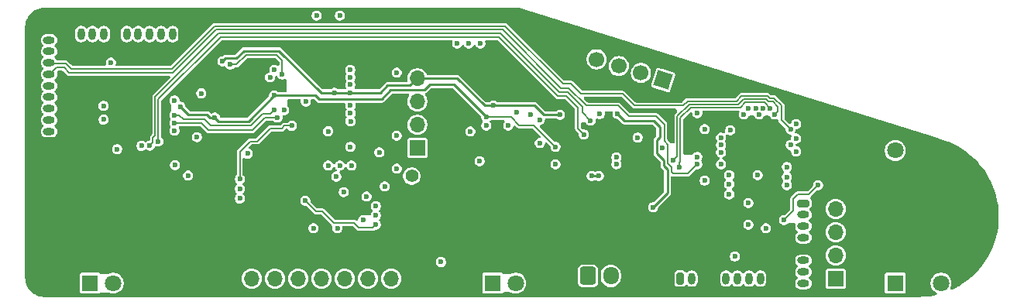
<source format=gbr>
%TF.GenerationSoftware,KiCad,Pcbnew,9.0.1+1*%
%TF.CreationDate,2025-05-26T16:30:19+08:00*%
%TF.ProjectId,audio_lab,61756469-6f5f-46c6-9162-2e6b69636164,rev?*%
%TF.SameCoordinates,Original*%
%TF.FileFunction,Copper,L3,Inr*%
%TF.FilePolarity,Positive*%
%FSLAX46Y46*%
G04 Gerber Fmt 4.6, Leading zero omitted, Abs format (unit mm)*
G04 Created by KiCad (PCBNEW 9.0.1+1) date 2025-05-26 16:30:19*
%MOMM*%
%LPD*%
G01*
G04 APERTURE LIST*
G04 Aperture macros list*
%AMRoundRect*
0 Rectangle with rounded corners*
0 $1 Rounding radius*
0 $2 $3 $4 $5 $6 $7 $8 $9 X,Y pos of 4 corners*
0 Add a 4 corners polygon primitive as box body*
4,1,4,$2,$3,$4,$5,$6,$7,$8,$9,$2,$3,0*
0 Add four circle primitives for the rounded corners*
1,1,$1+$1,$2,$3*
1,1,$1+$1,$4,$5*
1,1,$1+$1,$6,$7*
1,1,$1+$1,$8,$9*
0 Add four rect primitives between the rounded corners*
20,1,$1+$1,$2,$3,$4,$5,0*
20,1,$1+$1,$4,$5,$6,$7,0*
20,1,$1+$1,$6,$7,$8,$9,0*
20,1,$1+$1,$8,$9,$2,$3,0*%
%AMHorizOval*
0 Thick line with rounded ends*
0 $1 width*
0 $2 $3 position (X,Y) of the first rounded end (center of the circle)*
0 $4 $5 position (X,Y) of the second rounded end (center of the circle)*
0 Add line between two ends*
20,1,$1,$2,$3,$4,$5,0*
0 Add two circle primitives to create the rounded ends*
1,1,$1,$2,$3*
1,1,$1,$4,$5*%
%AMRotRect*
0 Rectangle, with rotation*
0 The origin of the aperture is its center*
0 $1 length*
0 $2 width*
0 $3 Rotation angle, in degrees counterclockwise*
0 Add horizontal line*
21,1,$1,$2,0,0,$3*%
G04 Aperture macros list end*
%TA.AperFunction,HeatsinkPad*%
%ADD10C,0.500000*%
%TD*%
%TA.AperFunction,ComponentPad*%
%ADD11R,1.800000X1.800000*%
%TD*%
%TA.AperFunction,ComponentPad*%
%ADD12C,1.800000*%
%TD*%
%TA.AperFunction,ComponentPad*%
%ADD13O,2.800000X2.100000*%
%TD*%
%TA.AperFunction,ComponentPad*%
%ADD14C,1.400000*%
%TD*%
%TA.AperFunction,ComponentPad*%
%ADD15O,2.800000X3.600000*%
%TD*%
%TA.AperFunction,ComponentPad*%
%ADD16R,1.700000X1.700000*%
%TD*%
%TA.AperFunction,ComponentPad*%
%ADD17O,1.700000X1.700000*%
%TD*%
%TA.AperFunction,ComponentPad*%
%ADD18RotRect,1.700000X1.700000X72.699000*%
%TD*%
%TA.AperFunction,ComponentPad*%
%ADD19HorizOval,1.700000X0.000000X0.000000X0.000000X0.000000X0*%
%TD*%
%TA.AperFunction,ComponentPad*%
%ADD20RoundRect,0.200000X0.200000X0.450000X-0.200000X0.450000X-0.200000X-0.450000X0.200000X-0.450000X0*%
%TD*%
%TA.AperFunction,ComponentPad*%
%ADD21O,0.800000X1.300000*%
%TD*%
%TA.AperFunction,ComponentPad*%
%ADD22RoundRect,0.200000X-0.450000X0.200000X-0.450000X-0.200000X0.450000X-0.200000X0.450000X0.200000X0*%
%TD*%
%TA.AperFunction,ComponentPad*%
%ADD23O,1.300000X0.800000*%
%TD*%
%TA.AperFunction,ComponentPad*%
%ADD24RoundRect,0.250000X-0.600000X-0.725000X0.600000X-0.725000X0.600000X0.725000X-0.600000X0.725000X0*%
%TD*%
%TA.AperFunction,ComponentPad*%
%ADD25O,1.700000X1.950000*%
%TD*%
%TA.AperFunction,ComponentPad*%
%ADD26RoundRect,0.200000X-0.200000X-0.450000X0.200000X-0.450000X0.200000X0.450000X-0.200000X0.450000X0*%
%TD*%
%TA.AperFunction,ViaPad*%
%ADD27C,0.600000*%
%TD*%
%TA.AperFunction,Conductor*%
%ADD28C,0.152400*%
%TD*%
%TA.AperFunction,Conductor*%
%ADD29C,0.254000*%
%TD*%
%TA.AperFunction,Conductor*%
%ADD30C,0.127000*%
%TD*%
G04 APERTURE END LIST*
D10*
%TO.N,GND*%
%TO.C,U1*%
X143750000Y-96587500D03*
X143750000Y-95587500D03*
X143750000Y-94587500D03*
X142750000Y-96587500D03*
X142750000Y-95587500D03*
X142750000Y-94587500D03*
X141750000Y-96587500D03*
X141750000Y-95587500D03*
X141750000Y-94587500D03*
%TD*%
D11*
%TO.N,+VPM*%
%TO.C,RV1*%
X82000000Y-107500000D03*
D12*
%TO.N,/MCU/VOL_IN*%
X84500000Y-107500000D03*
%TO.N,GND*%
X87000000Y-107500000D03*
D13*
X79700000Y-100000000D03*
X89300000Y-100000000D03*
%TD*%
D14*
%TO.N,/FPGA/D8_RECONFIG*%
%TO.C,CONFIG*%
X117150000Y-95787500D03*
%TO.N,GND*%
X119150000Y-95787500D03*
%TD*%
D11*
%TO.N,+VPM*%
%TO.C,RV2*%
X126000000Y-107500000D03*
D12*
%TO.N,/MCU/TUNE_IN*%
X128500000Y-107500000D03*
%TO.N,GND*%
X131000000Y-107500000D03*
D13*
X123700000Y-100000000D03*
X133300000Y-100000000D03*
%TD*%
D10*
%TO.N,GND*%
%TO.C,U6*%
X88000000Y-89612500D03*
X88000000Y-87612500D03*
X86000000Y-89612500D03*
X86000000Y-87612500D03*
%TD*%
D11*
%TO.N,/MCU/SEL_A*%
%TO.C,SW1*%
X170000000Y-107500000D03*
D12*
%TO.N,/MCU/SEL_B*%
X175000000Y-107500000D03*
%TO.N,GND*%
X172500000Y-107500000D03*
D15*
X167100000Y-100000000D03*
X177900000Y-100000000D03*
D12*
%TO.N,/MCU/SEL_S*%
X170000000Y-93000000D03*
%TO.N,GND*%
X175000000Y-93000000D03*
%TD*%
D16*
%TO.N,/FPGA/BLE_DBG*%
%TO.C,J13*%
X117750000Y-92722500D03*
D17*
%TO.N,/FPGA/BLE_SWDIO*%
X117750000Y-90182500D03*
%TO.N,/FPGA/BLE_SWCLK*%
X117750000Y-87642500D03*
%TO.N,+3.3V*%
X117750000Y-85102500D03*
%TO.N,GND*%
X117750000Y-82562500D03*
%TD*%
D18*
%TO.N,Net-(J5-Pin_1)*%
%TO.C,J5*%
X144625396Y-85276873D03*
D19*
%TO.N,Net-(J5-Pin_2)*%
X142200317Y-84521498D03*
%TO.N,/MCU/MODE_IN*%
X139775238Y-83766124D03*
%TO.N,Net-(J5-Pin_4)*%
X137350158Y-83010749D03*
%TO.N,GND*%
X134925079Y-82255375D03*
X132500000Y-81500000D03*
%TD*%
D20*
%TO.N,GND*%
%TO.C,J12*%
X92250000Y-80250000D03*
D21*
%TO.N,Net-(J12-Pin_2)*%
X91000000Y-80250000D03*
%TO.N,/AUX/SD_CMD*%
X89750000Y-80250000D03*
%TO.N,Net-(J12-Pin_4)*%
X88500000Y-80250000D03*
%TO.N,/AUX/DAC_INR*%
X87250000Y-80250000D03*
%TO.N,/AUX/DAC_INL*%
X86000000Y-80250000D03*
%TO.N,GND*%
X84750000Y-80250000D03*
%TO.N,/AUX/SD_DAT0*%
X83500000Y-80250000D03*
%TO.N,/AUX/SD_DAT3*%
X82250000Y-80250000D03*
%TO.N,/AUX/SD_CD*%
X81000000Y-80250000D03*
%TD*%
D16*
%TO.N,GND*%
%TO.C,J6*%
X97125000Y-107000000D03*
D17*
%TO.N,+3.3V*%
X99665000Y-107000000D03*
%TO.N,/FPGA/FPGA_UART_RX*%
X102205000Y-107000000D03*
%TO.N,/FPGA/FPGA_UART_TX*%
X104745000Y-107000000D03*
%TO.N,/FPGA/B1_JTAG_TMS*%
X107285000Y-107000000D03*
%TO.N,/FPGA/A3_JTAG_TDI*%
X109825000Y-107000000D03*
%TO.N,/FPGA/A2_JTAG_TDO*%
X112365000Y-107000000D03*
%TO.N,/FPGA/C1_JTAG_TCK*%
X114905000Y-107000000D03*
%TD*%
D16*
%TO.N,/MCU/MCU_DBG*%
%TO.C,J4*%
X163500000Y-107000000D03*
D17*
%TO.N,/MCU/MCU_SWDIO*%
X163500000Y-104460000D03*
%TO.N,/MCU/MCU_SWCLK*%
X163500000Y-101920000D03*
%TO.N,+VALW*%
X163500000Y-99380000D03*
%TO.N,GND*%
X163500000Y-96840000D03*
%TD*%
D22*
%TO.N,/MCU/TFT_SPI_MOSI*%
%TO.C,J3*%
X159955000Y-98762500D03*
D23*
%TO.N,/MCU/TFT_SPI_SCK*%
X159955000Y-100012500D03*
%TO.N,/MCU/TFT_SPI_DC*%
X159955000Y-101262500D03*
%TO.N,/MCU/TFT_SPI_CS*%
X159955000Y-102512500D03*
%TO.N,GND*%
X159955000Y-103762500D03*
%TO.N,+VALW*%
X159955000Y-105012500D03*
%TO.N,/FPGA/AUD_PDM_DAT*%
X159955000Y-106262500D03*
%TO.N,Net-(J3-Pin_8)*%
X159955000Y-107512500D03*
%TD*%
D24*
%TO.N,Net-(J2-Pin_1)*%
%TO.C,J2*%
X136400000Y-106712500D03*
D25*
%TO.N,Net-(J2-Pin_2)*%
X138900000Y-106712500D03*
%TO.N,GND*%
X141400000Y-106712500D03*
%TD*%
D26*
%TO.N,Net-(J1-Pin_1)*%
%TO.C,J1*%
X146500000Y-107000000D03*
D21*
X147750000Y-107000000D03*
%TO.N,GND*%
X149000000Y-107000000D03*
X150250000Y-107000000D03*
%TO.N,/BATT/BATT_PD_CC2*%
X151500000Y-107000000D03*
%TO.N,/BATT/BATT_PD_CC1*%
X152750000Y-107000000D03*
%TO.N,/BATT/BATT_USB_D+*%
X154000000Y-107000000D03*
%TO.N,/BATT/BATT_USB_D-*%
X155250000Y-107000000D03*
%TD*%
D22*
%TO.N,GND*%
%TO.C,J11*%
X77500000Y-79650000D03*
D23*
%TO.N,+VSYS*%
X77500000Y-80900000D03*
%TO.N,+VALW*%
X77500000Y-82150000D03*
%TO.N,/AUX/MCU_STATUS*%
X77500000Y-83400000D03*
%TO.N,Net-(J11-Pin_5)*%
X77500000Y-84650000D03*
%TO.N,/AUX/PDM_OUT_N*%
X77500000Y-85900000D03*
%TO.N,/AUX/PDM_OUT_P*%
X77500000Y-87150000D03*
%TO.N,/AUX/DAC_HP_R*%
X77500000Y-88400000D03*
%TO.N,/AUX/DAC_HP_L*%
X77500000Y-89650000D03*
%TO.N,Net-(J11-Pin_10)*%
X77500000Y-90900000D03*
%TD*%
D27*
%TO.N,GND*%
X161550000Y-94787500D03*
X143450000Y-90787500D03*
X126800000Y-92587500D03*
X145450000Y-90337500D03*
X119550000Y-87762500D03*
X135950000Y-90362500D03*
X123800000Y-107437500D03*
X91350000Y-82237500D03*
X143550000Y-102087500D03*
X161150000Y-100612500D03*
X163550000Y-89287500D03*
X115490000Y-96937500D03*
X89300000Y-85137500D03*
X104500000Y-103687500D03*
X106950000Y-103037500D03*
X89450000Y-95212500D03*
X128850000Y-78587500D03*
X119350000Y-81887500D03*
X140750000Y-88237500D03*
X144850000Y-107437500D03*
X153950000Y-86287500D03*
X135000000Y-103437500D03*
X83950000Y-92237500D03*
X120500000Y-107437500D03*
X161550000Y-90687500D03*
X115500000Y-92762500D03*
X115500000Y-87762500D03*
X84950000Y-95212500D03*
X158550000Y-87687500D03*
X95900000Y-100337500D03*
X161300000Y-107437500D03*
X158950000Y-96287500D03*
X104750000Y-88537500D03*
X108000000Y-92587500D03*
X123550000Y-91987500D03*
X99200000Y-94587500D03*
X131150000Y-87687500D03*
X107500000Y-95837500D03*
X146450000Y-99187500D03*
X105470000Y-78237500D03*
X103000000Y-85587500D03*
X149970000Y-95717500D03*
X120975000Y-98037500D03*
X111050000Y-81987500D03*
X108700000Y-88137500D03*
X153950000Y-97787500D03*
X107950000Y-81487500D03*
X139500000Y-96987500D03*
X144850000Y-103237500D03*
X79950000Y-88287500D03*
X129500000Y-103787500D03*
X77500000Y-94687500D03*
X120850000Y-78587500D03*
X110100000Y-103687500D03*
X135850000Y-94487500D03*
X80800000Y-78587500D03*
X166750000Y-92237500D03*
X150850000Y-98737500D03*
X124580000Y-83837500D03*
X108700000Y-90187500D03*
X91650000Y-86637500D03*
X99250000Y-99212500D03*
X90100000Y-91337500D03*
X88450000Y-78587500D03*
X139850000Y-81887500D03*
X149100000Y-92437500D03*
X138050000Y-92987500D03*
X116050000Y-102037500D03*
X157150000Y-107437500D03*
X79950000Y-82937500D03*
X85850000Y-82587500D03*
X153950000Y-101987500D03*
X101650000Y-94637500D03*
X106100000Y-92587500D03*
X145450000Y-99187500D03*
X96500000Y-96137500D03*
X149950000Y-85037500D03*
X86750000Y-85137500D03*
X125950000Y-81287500D03*
X110450000Y-90887500D03*
X156800000Y-90437500D03*
X109037500Y-100287500D03*
X107950000Y-84987500D03*
X96450000Y-78587500D03*
X101550000Y-103687500D03*
X146900000Y-84087500D03*
X123550000Y-89337500D03*
X113396978Y-78612500D03*
X116950000Y-105937500D03*
X93700000Y-93687500D03*
X157150000Y-102537500D03*
X94137500Y-84187500D03*
X101150000Y-83187500D03*
X150950000Y-89737500D03*
X104250000Y-96687500D03*
X139500000Y-97837500D03*
X128650000Y-95987500D03*
X171850000Y-103187500D03*
X115500000Y-83187500D03*
X84450000Y-85687500D03*
X111200000Y-78237500D03*
X86350000Y-92837500D03*
X119550000Y-92762500D03*
X154750000Y-103037500D03*
X136600000Y-87437500D03*
X102500000Y-99237500D03*
X128650000Y-88787500D03*
X102150000Y-81337500D03*
X142500000Y-102087500D03*
X105950000Y-100287500D03*
X116050000Y-99107500D03*
X119500000Y-102037500D03*
X169150000Y-103187500D03*
X155550000Y-92887500D03*
X139500000Y-98687500D03*
X97300000Y-81687500D03*
X165800000Y-107437500D03*
X158150000Y-97987500D03*
X129500000Y-101687500D03*
X96450000Y-84187500D03*
X102450000Y-91287500D03*
X79950000Y-86087500D03*
X150950000Y-103787500D03*
X96500000Y-91487500D03*
X111850000Y-102537500D03*
X96500000Y-88887500D03*
X155550000Y-91775900D03*
X138650000Y-89037500D03*
X140750000Y-93487500D03*
%TO.N,+VBAT*%
X153950050Y-101087500D03*
X161550000Y-96787500D03*
X124575000Y-94162500D03*
X157850000Y-100587500D03*
X136800000Y-95787500D03*
X137600000Y-95787500D03*
X153950050Y-98737550D03*
%TO.N,Net-(J2-Pin_1)*%
X139500000Y-93737500D03*
X139500000Y-94487500D03*
%TO.N,+VREGN*%
X149150000Y-96287500D03*
X139650000Y-89009110D03*
X143550000Y-99187500D03*
%TO.N,/BATT/MCU_VBUS_SNS*%
X158150000Y-96787500D03*
X151850000Y-97787500D03*
%TO.N,+VALW*%
X149150000Y-90667500D03*
X91850000Y-88187500D03*
X102100000Y-86987500D03*
X84250000Y-83367500D03*
X94150000Y-86737500D03*
X152450820Y-104586680D03*
X155850050Y-101495380D03*
X95630000Y-89387500D03*
X144550000Y-92737500D03*
X125300000Y-89337500D03*
X91250000Y-94597500D03*
X132850000Y-92587500D03*
%TO.N,+VSYS*%
X110444542Y-84193620D03*
X110444542Y-85793620D03*
X110444542Y-84993620D03*
X123550000Y-90912500D03*
%TO.N,+VAUD*%
X87599870Y-92487500D03*
X93675000Y-91537500D03*
%TO.N,+AVAUD*%
X92712500Y-95737500D03*
X83442830Y-88103330D03*
%TO.N,Net-(U6-PVSS)*%
X84950000Y-92837500D03*
X83451620Y-89613260D03*
%TO.N,/MCU/VOL_IN*%
X120350000Y-105187500D03*
X150950000Y-93187500D03*
%TO.N,/MCU/SEL_A*%
X159150000Y-93087500D03*
%TO.N,/MCU/SEL_S*%
X159150000Y-91687500D03*
%TO.N,/MCU/SEL_B*%
X158550000Y-92387500D03*
%TO.N,/MCU/TUNE_IN*%
X150950000Y-94487500D03*
X137700000Y-89009110D03*
%TO.N,Net-(U11-VDD)*%
X113237500Y-101087500D03*
X105500000Y-98487500D03*
%TO.N,/BATT/BATT_USB_D-*%
X154742500Y-88357500D03*
%TO.N,/BATT/BATT_PD_CC1*%
X153450000Y-89039000D03*
%TO.N,/BATT/BATT_USB_D+*%
X153955100Y-88357500D03*
%TO.N,/BATT/BATT_PD_CC2*%
X151950000Y-90760900D03*
%TO.N,/MCU/TFT_SPI_DC*%
X154950000Y-95687500D03*
%TO.N,/MCU/MCU_DBG*%
X151850000Y-96687500D03*
%TO.N,/MCU/MCU_SWDIO*%
X155123500Y-89039000D03*
%TO.N,/MCU/MCU_SWCLK*%
X155529900Y-88357500D03*
%TO.N,/MCU/MODE_IN*%
X151850000Y-95687500D03*
X148350000Y-88897500D03*
%TO.N,/FPGA/C1_JTAG_TCK*%
X112200000Y-98037500D03*
X113600000Y-93187500D03*
%TO.N,/FPGA/B1_JTAG_TMS*%
X109700000Y-97537500D03*
X115500000Y-91362500D03*
%TO.N,/FPGA/DAC_DATA*%
X102100000Y-88591022D03*
X91200000Y-89112500D03*
%TO.N,/FPGA/AUD_PDM_DAT*%
X115490000Y-94987500D03*
%TO.N,/FPGA/E8_READY*%
X98350000Y-98247500D03*
%TO.N,/FPGA/D7_DONE*%
X98350000Y-97187500D03*
%TO.N,/FPGA/DAC_LRCLK*%
X103200000Y-88587500D03*
X91200000Y-90837500D03*
%TO.N,/FPGA/MCU_I2C_SCL*%
X113237500Y-100087500D03*
X101650000Y-84987500D03*
X131150000Y-89637500D03*
%TO.N,/FPGA/MCU_I2C_SDA*%
X113237500Y-99087500D03*
X130150000Y-89037500D03*
X102150000Y-84187500D03*
%TO.N,/FPGA/DAC_SCLK*%
X102450000Y-89387500D03*
X91200000Y-89987500D03*
%TO.N,/FPGA/AUD_PDM_CLK*%
X109012500Y-101487500D03*
%TO.N,/FPGA/BLE_I2S_DO*%
X109280000Y-94637500D03*
%TO.N,/FPGA/FPGA_REFCLK*%
X110450000Y-92587500D03*
%TO.N,/FPGA/BLE_I2S_LRCLK*%
X108010000Y-94637500D03*
%TO.N,/FPGA/BLE_I2S_BCLK*%
X108000000Y-90887500D03*
%TO.N,/FPGA/BLE_I2S_DI*%
X105570000Y-87657500D03*
%TO.N,/AUX/MCU_STATUS*%
X158550000Y-90687500D03*
%TO.N,/BATT/BATT_I2C_INT*%
X150950000Y-91587500D03*
X141850000Y-91565890D03*
%TO.N,/MCU/MCU_I2C_SDA*%
X135950000Y-91237500D03*
X145750000Y-94087500D03*
X89450000Y-91987500D03*
X156799900Y-89037500D03*
%TO.N,/MCU/MCU_I2C_SCL*%
X146350000Y-94837500D03*
X88514900Y-92463440D03*
X156317300Y-88357500D03*
X136694000Y-89737500D03*
%TO.N,/FPGA/DAC_MCLK*%
X91225130Y-87512370D03*
X99200000Y-93337500D03*
X111837500Y-100587500D03*
%TO.N,Net-(J11-Pin_5)*%
X148360000Y-94487500D03*
%TO.N,/FPGA/SW_P1*%
X123380000Y-81287500D03*
%TO.N,/FPGA/BLE_DBG*%
X110550000Y-94637500D03*
%TO.N,/FPGA/BLE_UART_TX*%
X110450000Y-88927500D03*
X158150000Y-95887500D03*
%TO.N,/FPGA/BLE_UART_RX*%
X110450000Y-88087500D03*
X158150000Y-94787500D03*
%TO.N,+3.3V*%
X110450000Y-86687500D03*
X108900000Y-95837500D03*
X104050000Y-90287500D03*
X109280000Y-78237500D03*
X108700000Y-86687500D03*
X106740000Y-78237500D03*
X133350000Y-89087500D03*
X98350000Y-96127500D03*
X126100000Y-88087500D03*
X96450000Y-83237500D03*
X114190000Y-96912500D03*
%TO.N,/FPGA/SW_P2*%
X122110000Y-81287500D03*
%TO.N,/FPGA/SW_P0*%
X115500000Y-84482500D03*
X124650000Y-81287500D03*
%TO.N,/FPGA/FPGA_OTA*%
X110454020Y-89787500D03*
%TO.N,+VPM*%
X148360000Y-93687500D03*
X132850000Y-94492500D03*
X125300000Y-90271500D03*
%TO.N,/BATT/PM_VEN*%
X159150000Y-90087500D03*
X131150000Y-92187500D03*
%TO.N,/AUX/SD_PWRON*%
X103000000Y-84687500D03*
X97300000Y-83587500D03*
%TO.N,/BATT/SYS_VEN*%
X150950000Y-92387500D03*
X127700000Y-90271500D03*
%TO.N,Net-(J3-Pin_8)*%
X106400000Y-101487500D03*
%TD*%
D28*
%TO.N,+VBAT*%
X159325000Y-97812500D02*
X160525000Y-97812500D01*
X158850000Y-99587500D02*
X158850000Y-98287500D01*
X157850000Y-100587500D02*
X158850000Y-99587500D01*
X160525000Y-97812500D02*
X161550000Y-96787500D01*
X158850000Y-98287500D02*
X159325000Y-97812500D01*
D29*
X136800000Y-95787500D02*
X137600000Y-95787500D01*
%TO.N,+VREGN*%
X144700000Y-94637500D02*
X145100000Y-95037500D01*
X144250000Y-91537500D02*
X143950000Y-91837500D01*
X140408390Y-89767500D02*
X143630000Y-89767500D01*
X144250000Y-90387500D02*
X144250000Y-91537500D01*
X139650000Y-89009110D02*
X140408390Y-89767500D01*
X143950000Y-93287500D02*
X144700000Y-94037500D01*
X145100000Y-97637500D02*
X143550000Y-99187500D01*
X143950000Y-91837500D02*
X143950000Y-93287500D01*
X145100000Y-95037500D02*
X145100000Y-97637500D01*
X143630000Y-89767500D02*
X144250000Y-90387500D01*
X144700000Y-94037500D02*
X144700000Y-94637500D01*
%TO.N,+VALW*%
X91850000Y-88187500D02*
X92725000Y-89062500D01*
X95075000Y-89387500D02*
X95630000Y-89387500D01*
X107000000Y-87387500D02*
X113850000Y-87387500D01*
D28*
X125300000Y-89337500D02*
X128000000Y-89337500D01*
X128900000Y-90237500D02*
X130500000Y-90237500D01*
D29*
X99300000Y-89787500D02*
X102100000Y-86987500D01*
X118500000Y-86387500D02*
X119100000Y-85787500D01*
X113850000Y-87387500D02*
X114850000Y-86387500D01*
X92725000Y-89062500D02*
X94750000Y-89062500D01*
X119100000Y-85787500D02*
X121750000Y-85787500D01*
X94750000Y-89062500D02*
X95075000Y-89387500D01*
D28*
X128000000Y-89337500D02*
X128900000Y-90237500D01*
D29*
X96030000Y-89787500D02*
X99300000Y-89787500D01*
X114850000Y-86387500D02*
X118500000Y-86387500D01*
X121750000Y-85787500D02*
X125300000Y-89337500D01*
D28*
X130500000Y-90237500D02*
X132850000Y-92587500D01*
D29*
X106600000Y-86987500D02*
X107000000Y-87387500D01*
X102100000Y-86987500D02*
X106600000Y-86987500D01*
X95630000Y-89387500D02*
X96030000Y-89787500D01*
D28*
%TO.N,Net-(U11-VDD)*%
X111350000Y-101437500D02*
X110800000Y-100887500D01*
X113237500Y-101087500D02*
X112887500Y-101437500D01*
X107350000Y-99637500D02*
X106650000Y-99637500D01*
X108600000Y-100887500D02*
X107350000Y-99637500D01*
X110800000Y-100887500D02*
X108600000Y-100887500D01*
X112887500Y-101437500D02*
X111350000Y-101437500D01*
X106650000Y-99637500D02*
X105500000Y-98487500D01*
%TO.N,/FPGA/B1_JTAG_TMS*%
X107285000Y-106952500D02*
X107285000Y-107000000D01*
%TO.N,/FPGA/DAC_DATA*%
X91200000Y-89112500D02*
X91725000Y-89112500D01*
X100850000Y-88987500D02*
X101703522Y-88987500D01*
X94500000Y-89587500D02*
X95200000Y-90287500D01*
X91725000Y-89112500D02*
X92200000Y-89587500D01*
X95200000Y-90287500D02*
X99550000Y-90287500D01*
X92200000Y-89587500D02*
X94500000Y-89587500D01*
X101703522Y-88987500D02*
X102100000Y-88591022D01*
X99550000Y-90287500D02*
X100850000Y-88987500D01*
%TO.N,/FPGA/DAC_SCLK*%
X94150000Y-89987500D02*
X91200000Y-89987500D01*
X94950000Y-90787500D02*
X94150000Y-89987500D01*
X101125000Y-89387500D02*
X99725000Y-90787500D01*
X99725000Y-90787500D02*
X94950000Y-90787500D01*
X102450000Y-89387500D02*
X101125000Y-89387500D01*
%TO.N,/AUX/MCU_STATUS*%
X90900000Y-84037500D02*
X79900000Y-84037500D01*
X156025000Y-87037500D02*
X153200000Y-87037500D01*
X152650000Y-87587500D02*
X147300000Y-87587500D01*
X140200000Y-86787500D02*
X135650000Y-86787500D01*
X134550000Y-85687500D02*
X133650000Y-85687500D01*
X147300000Y-87587500D02*
X146800000Y-88087500D01*
X146800000Y-88087500D02*
X141500000Y-88087500D01*
X127350000Y-79387500D02*
X95550000Y-79387500D01*
X135650000Y-86787500D02*
X134550000Y-85687500D01*
X157550000Y-89687500D02*
X157550000Y-88087500D01*
X156275000Y-87287500D02*
X156025000Y-87037500D01*
X158550000Y-90687500D02*
X157550000Y-89687500D01*
X153200000Y-87037500D02*
X152650000Y-87587500D01*
X141500000Y-88087500D02*
X140200000Y-86787500D01*
X157550000Y-88087500D02*
X156750000Y-87287500D01*
X156750000Y-87287500D02*
X156275000Y-87287500D01*
X79900000Y-84037500D02*
X79322500Y-83460000D01*
X79322500Y-83460000D02*
X77500000Y-83460000D01*
X133650000Y-85687500D02*
X127350000Y-79387500D01*
X95550000Y-79387500D02*
X90900000Y-84037500D01*
D30*
%TO.N,/MCU/MCU_I2C_SDA*%
X146175000Y-89262500D02*
X146175000Y-93662500D01*
X135300000Y-90587500D02*
X135300000Y-88312500D01*
X155850000Y-87387500D02*
X153400000Y-87387500D01*
X135950000Y-91237500D02*
X135300000Y-90587500D01*
X126650002Y-80587500D02*
X96249998Y-80587500D01*
X156100000Y-87637500D02*
X155850000Y-87387500D01*
X156799900Y-89037500D02*
X157150000Y-88687400D01*
X89450000Y-87387498D02*
X89450000Y-91987500D01*
X152850000Y-87937500D02*
X147500000Y-87937500D01*
X96249998Y-80587500D02*
X89450000Y-87387498D01*
X157150000Y-88687400D02*
X157150000Y-88187500D01*
X134050000Y-87062500D02*
X133125002Y-87062500D01*
X157150000Y-88187500D02*
X156600000Y-87637500D01*
X147500000Y-87937500D02*
X146175000Y-89262500D01*
X135300000Y-88312500D02*
X134050000Y-87062500D01*
X156600000Y-87637500D02*
X156100000Y-87637500D01*
X153400000Y-87387500D02*
X152850000Y-87937500D01*
X133125002Y-87062500D02*
X126650002Y-80587500D01*
X146175000Y-93662500D02*
X145750000Y-94087500D01*
%TO.N,/MCU/MCU_I2C_SCL*%
X147650000Y-88287500D02*
X146500000Y-89437500D01*
X88850000Y-92128340D02*
X88850000Y-91587500D01*
X153050000Y-88287500D02*
X147650000Y-88287500D01*
X89100000Y-87137498D02*
X96049998Y-80187500D01*
X135800000Y-88237500D02*
X135800000Y-88843500D01*
X135800000Y-88843500D02*
X136694000Y-89737500D01*
X89100000Y-91337500D02*
X89100000Y-87137498D01*
X126850002Y-80187500D02*
X133275002Y-86612500D01*
X146500000Y-89437500D02*
X146500000Y-94187500D01*
X146350000Y-94337500D02*
X146350000Y-94837500D01*
X88850000Y-91587500D02*
X89100000Y-91337500D01*
X155697300Y-87737500D02*
X153600000Y-87737500D01*
X156317300Y-88357500D02*
X155697300Y-87737500D01*
X88514900Y-92463440D02*
X88850000Y-92128340D01*
X153600000Y-87737500D02*
X153050000Y-88287500D01*
X133275002Y-86612500D02*
X134175000Y-86612500D01*
X146500000Y-94187500D02*
X146350000Y-94337500D01*
X134175000Y-86612500D02*
X135800000Y-88237500D01*
X96049998Y-80187500D02*
X126850002Y-80187500D01*
D28*
%TO.N,Net-(J11-Pin_5)*%
X133475000Y-86162500D02*
X134325000Y-86162500D01*
X139700000Y-88087500D02*
X140850000Y-89237500D01*
X145150000Y-92337500D02*
X145150000Y-94437500D01*
X134325000Y-86162500D02*
X136250000Y-88087500D01*
X95750002Y-79787500D02*
X127100000Y-79787500D01*
X140850000Y-89237500D02*
X143850000Y-89237500D01*
X77507500Y-84737500D02*
X77500000Y-84730000D01*
X143850000Y-89237500D02*
X144750000Y-90137500D01*
X78292500Y-83937500D02*
X79150000Y-83937500D01*
X145150000Y-94437500D02*
X145550000Y-94837500D01*
X127100000Y-79787500D02*
X133475000Y-86162500D01*
X147360000Y-95487500D02*
X148360000Y-94487500D01*
X136250000Y-88087500D02*
X139700000Y-88087500D01*
X77500000Y-84730000D02*
X78292500Y-83937500D01*
X145750000Y-95487500D02*
X147360000Y-95487500D01*
X79700000Y-84487500D02*
X91050002Y-84487500D01*
X145550000Y-95287500D02*
X145750000Y-95487500D01*
X91050002Y-84487500D02*
X95750002Y-79787500D01*
X145550000Y-94837500D02*
X145550000Y-95287500D01*
X79150000Y-83937500D02*
X79700000Y-84487500D01*
X144750000Y-91937500D02*
X145150000Y-92337500D01*
X144750000Y-90137500D02*
X144750000Y-91937500D01*
%TO.N,+3.3V*%
X103225000Y-90287500D02*
X104050000Y-90287500D01*
D29*
X133350000Y-89087500D02*
X131550000Y-89087500D01*
X122115000Y-85102500D02*
X125100000Y-88087500D01*
D28*
X98350000Y-96127500D02*
X98350000Y-93136460D01*
D29*
X98000000Y-82887500D02*
X98800000Y-82087500D01*
X96800000Y-82887500D02*
X98000000Y-82887500D01*
X125300000Y-88087500D02*
X126100000Y-88087500D01*
D28*
X99498960Y-91987500D02*
X100250000Y-91987500D01*
D29*
X130550000Y-88087500D02*
X131550000Y-89087500D01*
D28*
X102925000Y-90587500D02*
X103225000Y-90287500D01*
D29*
X113700000Y-86687500D02*
X110550000Y-86687500D01*
X96450000Y-83237500D02*
X96800000Y-82887500D01*
X125300000Y-88087500D02*
X130550000Y-88087500D01*
X116965000Y-85887500D02*
X114500000Y-85887500D01*
X117750000Y-85102500D02*
X122115000Y-85102500D01*
X102650000Y-82087500D02*
X107250000Y-86687500D01*
D28*
X101650000Y-90587500D02*
X102925000Y-90587500D01*
X100250000Y-91987500D02*
X101650000Y-90587500D01*
D29*
X117750000Y-85102500D02*
X116965000Y-85887500D01*
X125100000Y-88087500D02*
X125300000Y-88087500D01*
X114500000Y-85887500D02*
X113700000Y-86687500D01*
X107250000Y-86687500D02*
X110450000Y-86687500D01*
D28*
X98350000Y-93136460D02*
X99498960Y-91987500D01*
D29*
X98800000Y-82087500D02*
X102650000Y-82087500D01*
D28*
%TO.N,/AUX/SD_PWRON*%
X103000000Y-83137500D02*
X103000000Y-84687500D01*
X102400000Y-82537500D02*
X103000000Y-83137500D01*
X97300000Y-83587500D02*
X98000000Y-83587500D01*
X98000000Y-83587500D02*
X99050000Y-82537500D01*
X99050000Y-82537500D02*
X102400000Y-82537500D01*
%TD*%
%TA.AperFunction,Conductor*%
%TO.N,GND*%
G36*
X140077459Y-87134162D02*
G01*
X140108318Y-87157841D01*
X141299402Y-88348925D01*
X141373898Y-88391936D01*
X141456989Y-88414200D01*
X141543011Y-88414200D01*
X145951000Y-88414200D01*
X146025500Y-88434162D01*
X146080038Y-88488700D01*
X146100000Y-88563200D01*
X146100000Y-88831719D01*
X146080038Y-88906219D01*
X146056359Y-88937078D01*
X145923737Y-89069699D01*
X145882399Y-89141300D01*
X145861000Y-89221160D01*
X145861000Y-92088500D01*
X145841038Y-92163000D01*
X145786500Y-92217538D01*
X145712000Y-92237500D01*
X145555531Y-92237500D01*
X145481031Y-92217538D01*
X145426494Y-92163001D01*
X145414132Y-92141590D01*
X145414131Y-92141589D01*
X145414130Y-92141587D01*
X145411425Y-92136901D01*
X145120341Y-91845817D01*
X145081777Y-91779022D01*
X145076700Y-91740458D01*
X145076700Y-90094489D01*
X145054436Y-90011399D01*
X145025223Y-89960800D01*
X145011425Y-89936901D01*
X144050598Y-88976075D01*
X144050593Y-88976072D01*
X143976103Y-88933064D01*
X143893011Y-88910800D01*
X141047041Y-88910800D01*
X140972541Y-88890838D01*
X140941682Y-88867159D01*
X139900598Y-87826075D01*
X139826103Y-87783064D01*
X139743011Y-87760800D01*
X136447041Y-87760800D01*
X136372541Y-87740838D01*
X136341682Y-87717159D01*
X135993082Y-87368559D01*
X135954518Y-87301764D01*
X135954518Y-87224636D01*
X135993082Y-87157841D01*
X136059877Y-87119277D01*
X136098441Y-87114200D01*
X140002959Y-87114200D01*
X140077459Y-87134162D01*
G37*
%TD.AperFunction*%
%TA.AperFunction,Conductor*%
G36*
X128863753Y-77387240D02*
G01*
X174610963Y-91636534D01*
X174636500Y-91644488D01*
X174636499Y-91644488D01*
X174653480Y-91649777D01*
X174661455Y-91654553D01*
X174705580Y-91666005D01*
X174744672Y-91678182D01*
X174744673Y-91678182D01*
X174745161Y-91678334D01*
X174760811Y-91681980D01*
X175264479Y-91830506D01*
X175273753Y-91833575D01*
X175807413Y-92029824D01*
X175816449Y-92033488D01*
X176336085Y-92264308D01*
X176344879Y-92268564D01*
X176848279Y-92532977D01*
X176856749Y-92537787D01*
X177314577Y-92818027D01*
X177341714Y-92834638D01*
X177349881Y-92840013D01*
X177814329Y-93168025D01*
X177822112Y-93173913D01*
X178264061Y-93531689D01*
X178271433Y-93538069D01*
X178688975Y-93924065D01*
X178695906Y-93930908D01*
X179087216Y-94343436D01*
X179093703Y-94350740D01*
X179190643Y-94467390D01*
X179457113Y-94788038D01*
X179463112Y-94795758D01*
X179797058Y-95255944D01*
X179802538Y-95264041D01*
X179982343Y-95549485D01*
X180086617Y-95715023D01*
X180105595Y-95745150D01*
X180110529Y-95753586D01*
X180372965Y-96237999D01*
X180381371Y-96253514D01*
X180385742Y-96262255D01*
X180430661Y-96359975D01*
X180623217Y-96778877D01*
X180627007Y-96787889D01*
X180830097Y-97318987D01*
X180833287Y-97328229D01*
X181001100Y-97871472D01*
X181003678Y-97880903D01*
X181135511Y-98434012D01*
X181137464Y-98443592D01*
X181232732Y-99004118D01*
X181234054Y-99013805D01*
X181292362Y-99579424D01*
X181293044Y-99589177D01*
X181314132Y-100157357D01*
X181314174Y-100167134D01*
X181297954Y-100735487D01*
X181297355Y-100745245D01*
X181243895Y-101311319D01*
X181242657Y-101321017D01*
X181152189Y-101882372D01*
X181150317Y-101891968D01*
X181023235Y-102446151D01*
X181020739Y-102455604D01*
X180857578Y-103000291D01*
X180854467Y-103009559D01*
X180655938Y-103542368D01*
X180652225Y-103551413D01*
X180419190Y-104070034D01*
X180414893Y-104078816D01*
X180148331Y-104581070D01*
X180143466Y-104589551D01*
X179844556Y-105073216D01*
X179839146Y-105081359D01*
X179509153Y-105544390D01*
X179503221Y-105552162D01*
X179143569Y-105992558D01*
X179137140Y-105999923D01*
X178749390Y-106415776D01*
X178742491Y-106422705D01*
X178328289Y-106812246D01*
X178320951Y-106818706D01*
X177882112Y-107180230D01*
X177874367Y-107186196D01*
X177496684Y-107457811D01*
X177458338Y-107485388D01*
X177412758Y-107518167D01*
X177404637Y-107523612D01*
X176922234Y-107824604D01*
X176913774Y-107829504D01*
X176412689Y-108098203D01*
X176403925Y-108102538D01*
X176245543Y-108174521D01*
X176169460Y-108187173D01*
X176097244Y-108160089D01*
X176048246Y-108100524D01*
X176035594Y-108024441D01*
X176051133Y-107971229D01*
X176066211Y-107941639D01*
X176122171Y-107769409D01*
X176150500Y-107590546D01*
X176150500Y-107409454D01*
X176122171Y-107230591D01*
X176066211Y-107058361D01*
X175983996Y-106897006D01*
X175982626Y-106895121D01*
X175924845Y-106815591D01*
X175877553Y-106750499D01*
X175749501Y-106622447D01*
X175602994Y-106516004D01*
X175441639Y-106433789D01*
X175269409Y-106377829D01*
X175090546Y-106349500D01*
X174909454Y-106349500D01*
X174730591Y-106377829D01*
X174558360Y-106433789D01*
X174397004Y-106516005D01*
X174397003Y-106516005D01*
X174250500Y-106622446D01*
X174250497Y-106622448D01*
X174122448Y-106750497D01*
X174122446Y-106750500D01*
X174016005Y-106897003D01*
X174016005Y-106897004D01*
X173933789Y-107058360D01*
X173892243Y-107186228D01*
X173877829Y-107230591D01*
X173849500Y-107409454D01*
X173849500Y-107590546D01*
X173877829Y-107769409D01*
X173933789Y-107941639D01*
X174016004Y-108102994D01*
X174122447Y-108249501D01*
X174250499Y-108377553D01*
X174397006Y-108483996D01*
X174463931Y-108518096D01*
X174483082Y-108535340D01*
X174504972Y-108548933D01*
X174511293Y-108560741D01*
X174521248Y-108569705D01*
X174529211Y-108594214D01*
X174541372Y-108616931D01*
X174540942Y-108630317D01*
X174545082Y-108643058D01*
X174539723Y-108668266D01*
X174538897Y-108694019D01*
X174531831Y-108705397D01*
X174529046Y-108718501D01*
X174511801Y-108737652D01*
X174498209Y-108759542D01*
X174486400Y-108765863D01*
X174477437Y-108775818D01*
X174430211Y-108795942D01*
X174228986Y-108842994D01*
X174219398Y-108844907D01*
X173658460Y-108937775D01*
X173648767Y-108939055D01*
X173082923Y-108994939D01*
X173073167Y-108995580D01*
X172504137Y-109014259D01*
X172504128Y-109014259D01*
X172500000Y-109014395D01*
X172445292Y-109014395D01*
X172431978Y-109018304D01*
X172414823Y-109019266D01*
X172412085Y-109018694D01*
X172406483Y-109019500D01*
X77004878Y-109019500D01*
X76995134Y-109019181D01*
X76967006Y-109017337D01*
X76733093Y-109002005D01*
X76713771Y-108999461D01*
X76461014Y-108949185D01*
X76442188Y-108944141D01*
X76198148Y-108861301D01*
X76180141Y-108853842D01*
X75949009Y-108739860D01*
X75932130Y-108730115D01*
X75717846Y-108586935D01*
X75702384Y-108575070D01*
X75508626Y-108405149D01*
X75494847Y-108391370D01*
X75324929Y-108197615D01*
X75313064Y-108182153D01*
X75307964Y-108174521D01*
X75169884Y-107967869D01*
X75160139Y-107950990D01*
X75122505Y-107874677D01*
X75046157Y-107719858D01*
X75038698Y-107701851D01*
X75026077Y-107664672D01*
X74996169Y-107576564D01*
X74955858Y-107457811D01*
X74950814Y-107438985D01*
X74927695Y-107322756D01*
X74900537Y-107186225D01*
X74897994Y-107166905D01*
X74893466Y-107097827D01*
X74881378Y-106913389D01*
X74880819Y-106904866D01*
X74880500Y-106895121D01*
X74880500Y-106575322D01*
X80849500Y-106575322D01*
X80849500Y-108424677D01*
X80864033Y-108497739D01*
X80913951Y-108572447D01*
X80919399Y-108580601D01*
X81002260Y-108635966D01*
X81075326Y-108650500D01*
X81075330Y-108650500D01*
X82924670Y-108650500D01*
X82924674Y-108650500D01*
X82997740Y-108635966D01*
X83080601Y-108580601D01*
X83080602Y-108580598D01*
X83092803Y-108572447D01*
X83093447Y-108573411D01*
X83146855Y-108542577D01*
X83185419Y-108537500D01*
X83966240Y-108537500D01*
X84033885Y-108553740D01*
X84042317Y-108558036D01*
X84058361Y-108566211D01*
X84230591Y-108622171D01*
X84409454Y-108650500D01*
X84409458Y-108650500D01*
X84590542Y-108650500D01*
X84590546Y-108650500D01*
X84769409Y-108622171D01*
X84941639Y-108566211D01*
X85102994Y-108483996D01*
X85249501Y-108377553D01*
X85377553Y-108249501D01*
X85483996Y-108102994D01*
X85566211Y-107941639D01*
X85622171Y-107769409D01*
X85650500Y-107590546D01*
X85650500Y-107409454D01*
X85622171Y-107230591D01*
X85566211Y-107058361D01*
X85492344Y-106913389D01*
X98564500Y-106913389D01*
X98564500Y-107086611D01*
X98576137Y-107160086D01*
X98591597Y-107257700D01*
X98609913Y-107314069D01*
X98645127Y-107422445D01*
X98723657Y-107576569D01*
X98723771Y-107576793D01*
X98794011Y-107673469D01*
X98825586Y-107716928D01*
X98948072Y-107839414D01*
X98948075Y-107839416D01*
X99083763Y-107938000D01*
X99088212Y-107941232D01*
X99242555Y-108019873D01*
X99407299Y-108073402D01*
X99578389Y-108100500D01*
X99578393Y-108100500D01*
X99751607Y-108100500D01*
X99751611Y-108100500D01*
X99922701Y-108073402D01*
X100087445Y-108019873D01*
X100241788Y-107941232D01*
X100381928Y-107839414D01*
X100504414Y-107716928D01*
X100606232Y-107576788D01*
X100684873Y-107422445D01*
X100738402Y-107257701D01*
X100765500Y-107086611D01*
X100765500Y-106913389D01*
X101104500Y-106913389D01*
X101104500Y-107086611D01*
X101116137Y-107160086D01*
X101131597Y-107257700D01*
X101149913Y-107314069D01*
X101185127Y-107422445D01*
X101263657Y-107576569D01*
X101263771Y-107576793D01*
X101334011Y-107673469D01*
X101365586Y-107716928D01*
X101488072Y-107839414D01*
X101488075Y-107839416D01*
X101623763Y-107938000D01*
X101628212Y-107941232D01*
X101782555Y-108019873D01*
X101947299Y-108073402D01*
X102118389Y-108100500D01*
X102118393Y-108100500D01*
X102291607Y-108100500D01*
X102291611Y-108100500D01*
X102462701Y-108073402D01*
X102627445Y-108019873D01*
X102781788Y-107941232D01*
X102921928Y-107839414D01*
X103044414Y-107716928D01*
X103146232Y-107576788D01*
X103224873Y-107422445D01*
X103278402Y-107257701D01*
X103305500Y-107086611D01*
X103305500Y-106913389D01*
X103644500Y-106913389D01*
X103644500Y-107086611D01*
X103656137Y-107160086D01*
X103671597Y-107257700D01*
X103689913Y-107314069D01*
X103725127Y-107422445D01*
X103803657Y-107576569D01*
X103803771Y-107576793D01*
X103874011Y-107673469D01*
X103905586Y-107716928D01*
X104028072Y-107839414D01*
X104028075Y-107839416D01*
X104163763Y-107938000D01*
X104168212Y-107941232D01*
X104322555Y-108019873D01*
X104487299Y-108073402D01*
X104658389Y-108100500D01*
X104658393Y-108100500D01*
X104831607Y-108100500D01*
X104831611Y-108100500D01*
X105002701Y-108073402D01*
X105167445Y-108019873D01*
X105321788Y-107941232D01*
X105461928Y-107839414D01*
X105584414Y-107716928D01*
X105686232Y-107576788D01*
X105764873Y-107422445D01*
X105818402Y-107257701D01*
X105845500Y-107086611D01*
X105845500Y-106913389D01*
X106184500Y-106913389D01*
X106184500Y-107086611D01*
X106196137Y-107160086D01*
X106211597Y-107257700D01*
X106229913Y-107314069D01*
X106265127Y-107422445D01*
X106343657Y-107576569D01*
X106343771Y-107576793D01*
X106414011Y-107673469D01*
X106445586Y-107716928D01*
X106568072Y-107839414D01*
X106568075Y-107839416D01*
X106703763Y-107938000D01*
X106708212Y-107941232D01*
X106862555Y-108019873D01*
X107027299Y-108073402D01*
X107198389Y-108100500D01*
X107198393Y-108100500D01*
X107371607Y-108100500D01*
X107371611Y-108100500D01*
X107542701Y-108073402D01*
X107707445Y-108019873D01*
X107861788Y-107941232D01*
X108001928Y-107839414D01*
X108124414Y-107716928D01*
X108226232Y-107576788D01*
X108304873Y-107422445D01*
X108358402Y-107257701D01*
X108385500Y-107086611D01*
X108385500Y-106913389D01*
X108724500Y-106913389D01*
X108724500Y-107086611D01*
X108736137Y-107160086D01*
X108751597Y-107257700D01*
X108769913Y-107314069D01*
X108805127Y-107422445D01*
X108883657Y-107576569D01*
X108883771Y-107576793D01*
X108954011Y-107673469D01*
X108985586Y-107716928D01*
X109108072Y-107839414D01*
X109108075Y-107839416D01*
X109243763Y-107938000D01*
X109248212Y-107941232D01*
X109402555Y-108019873D01*
X109567299Y-108073402D01*
X109738389Y-108100500D01*
X109738393Y-108100500D01*
X109911607Y-108100500D01*
X109911611Y-108100500D01*
X110082701Y-108073402D01*
X110247445Y-108019873D01*
X110401788Y-107941232D01*
X110541928Y-107839414D01*
X110664414Y-107716928D01*
X110766232Y-107576788D01*
X110844873Y-107422445D01*
X110898402Y-107257701D01*
X110925500Y-107086611D01*
X110925500Y-106913389D01*
X111264500Y-106913389D01*
X111264500Y-107086611D01*
X111276137Y-107160086D01*
X111291597Y-107257700D01*
X111309913Y-107314069D01*
X111345127Y-107422445D01*
X111423657Y-107576569D01*
X111423771Y-107576793D01*
X111494011Y-107673469D01*
X111525586Y-107716928D01*
X111648072Y-107839414D01*
X111648075Y-107839416D01*
X111783763Y-107938000D01*
X111788212Y-107941232D01*
X111942555Y-108019873D01*
X112107299Y-108073402D01*
X112278389Y-108100500D01*
X112278393Y-108100500D01*
X112451607Y-108100500D01*
X112451611Y-108100500D01*
X112622701Y-108073402D01*
X112787445Y-108019873D01*
X112941788Y-107941232D01*
X113081928Y-107839414D01*
X113204414Y-107716928D01*
X113306232Y-107576788D01*
X113384873Y-107422445D01*
X113438402Y-107257701D01*
X113465500Y-107086611D01*
X113465500Y-106913389D01*
X113804500Y-106913389D01*
X113804500Y-107086611D01*
X113816137Y-107160086D01*
X113831597Y-107257700D01*
X113849913Y-107314069D01*
X113885127Y-107422445D01*
X113963657Y-107576569D01*
X113963771Y-107576793D01*
X114034011Y-107673469D01*
X114065586Y-107716928D01*
X114188072Y-107839414D01*
X114188075Y-107839416D01*
X114323763Y-107938000D01*
X114328212Y-107941232D01*
X114482555Y-108019873D01*
X114647299Y-108073402D01*
X114818389Y-108100500D01*
X114818393Y-108100500D01*
X114991607Y-108100500D01*
X114991611Y-108100500D01*
X115162701Y-108073402D01*
X115327445Y-108019873D01*
X115481788Y-107941232D01*
X115621928Y-107839414D01*
X115744414Y-107716928D01*
X115846232Y-107576788D01*
X115924873Y-107422445D01*
X115978402Y-107257701D01*
X116005500Y-107086611D01*
X116005500Y-106913389D01*
X115978402Y-106742299D01*
X115924873Y-106577555D01*
X115923735Y-106575322D01*
X124849500Y-106575322D01*
X124849500Y-108424677D01*
X124864033Y-108497739D01*
X124913951Y-108572447D01*
X124919399Y-108580601D01*
X125002260Y-108635966D01*
X125075326Y-108650500D01*
X125075330Y-108650500D01*
X126924670Y-108650500D01*
X126924674Y-108650500D01*
X126997740Y-108635966D01*
X127080601Y-108580601D01*
X127098561Y-108553720D01*
X127156549Y-108502866D01*
X127222451Y-108487500D01*
X127868110Y-108487500D01*
X127935755Y-108503740D01*
X127981900Y-108527252D01*
X128058361Y-108566211D01*
X128230591Y-108622171D01*
X128409454Y-108650500D01*
X128409458Y-108650500D01*
X128590542Y-108650500D01*
X128590546Y-108650500D01*
X128769409Y-108622171D01*
X128941639Y-108566211D01*
X129102994Y-108483996D01*
X129249501Y-108377553D01*
X129377553Y-108249501D01*
X129483996Y-108102994D01*
X129566211Y-107941639D01*
X129622171Y-107769409D01*
X129650500Y-107590546D01*
X129650500Y-107409454D01*
X129622171Y-107230591D01*
X129566211Y-107058361D01*
X129483996Y-106897006D01*
X129482626Y-106895121D01*
X129424845Y-106815591D01*
X129377553Y-106750499D01*
X129249501Y-106622447D01*
X129102994Y-106516004D01*
X128941639Y-106433789D01*
X128769409Y-106377829D01*
X128590546Y-106349500D01*
X128409454Y-106349500D01*
X128230591Y-106377829D01*
X128058360Y-106433789D01*
X127984820Y-106471260D01*
X127917175Y-106487500D01*
X127205747Y-106487500D01*
X127131247Y-106467538D01*
X127081858Y-106421280D01*
X127080602Y-106419401D01*
X127080601Y-106419399D01*
X126997740Y-106364034D01*
X126997737Y-106364033D01*
X126924677Y-106349500D01*
X126924674Y-106349500D01*
X125075326Y-106349500D01*
X125075322Y-106349500D01*
X125002260Y-106364033D01*
X124919399Y-106419398D01*
X124919398Y-106419399D01*
X124864033Y-106502260D01*
X124849500Y-106575322D01*
X115923735Y-106575322D01*
X115846232Y-106423212D01*
X115844828Y-106421280D01*
X115744416Y-106283075D01*
X115744414Y-106283072D01*
X115621928Y-106160586D01*
X115621924Y-106160583D01*
X115481793Y-106058771D01*
X115481790Y-106058769D01*
X115481788Y-106058768D01*
X115327445Y-105980127D01*
X115248205Y-105954380D01*
X115202761Y-105939614D01*
X135299500Y-105939614D01*
X135299500Y-107485363D01*
X135299502Y-107485388D01*
X135305908Y-107544978D01*
X135305909Y-107544984D01*
X135356202Y-107679829D01*
X135356204Y-107679833D01*
X135442452Y-107795044D01*
X135442455Y-107795047D01*
X135557666Y-107881295D01*
X135557670Y-107881297D01*
X135692517Y-107931591D01*
X135752114Y-107937999D01*
X135752118Y-107937999D01*
X135752127Y-107938000D01*
X137047872Y-107937999D01*
X137107483Y-107931591D01*
X137203447Y-107895798D01*
X137242329Y-107881297D01*
X137242333Y-107881295D01*
X137314607Y-107827190D01*
X137357546Y-107795046D01*
X137400671Y-107737438D01*
X137443795Y-107679833D01*
X137443797Y-107679829D01*
X137477097Y-107590546D01*
X137494091Y-107544983D01*
X137498657Y-107502515D01*
X137500499Y-107485385D01*
X137500499Y-107485382D01*
X137500500Y-107485373D01*
X137500499Y-106500889D01*
X137799500Y-106500889D01*
X137799500Y-106924111D01*
X137807589Y-106975180D01*
X137826597Y-107095200D01*
X137854226Y-107180230D01*
X137880127Y-107259945D01*
X137946548Y-107390303D01*
X137958771Y-107414293D01*
X138060583Y-107554424D01*
X138060586Y-107554428D01*
X138183072Y-107676914D01*
X138213032Y-107698681D01*
X138314152Y-107772150D01*
X138323212Y-107778732D01*
X138477555Y-107857373D01*
X138642299Y-107910902D01*
X138813389Y-107938000D01*
X138813393Y-107938000D01*
X138986607Y-107938000D01*
X138986611Y-107938000D01*
X139157701Y-107910902D01*
X139322445Y-107857373D01*
X139476788Y-107778732D01*
X139616928Y-107676914D01*
X139739414Y-107554428D01*
X139841232Y-107414288D01*
X139919873Y-107259945D01*
X139973402Y-107095201D01*
X140000500Y-106924111D01*
X140000500Y-106500889D01*
X139999682Y-106495724D01*
X145849500Y-106495724D01*
X145849500Y-107504275D01*
X145852353Y-107534695D01*
X145852353Y-107534697D01*
X145852354Y-107534699D01*
X145860552Y-107558127D01*
X145897207Y-107662883D01*
X145977848Y-107772148D01*
X145977851Y-107772151D01*
X146087116Y-107852792D01*
X146087117Y-107852792D01*
X146087118Y-107852793D01*
X146215301Y-107897646D01*
X146245734Y-107900500D01*
X146245741Y-107900500D01*
X146754259Y-107900500D01*
X146754266Y-107900500D01*
X146784699Y-107897646D01*
X146912882Y-107852793D01*
X147022150Y-107772150D01*
X147059490Y-107721555D01*
X147119786Y-107673469D01*
X147196053Y-107661973D01*
X147267850Y-107690149D01*
X147284732Y-107704677D01*
X147335331Y-107755276D01*
X147441873Y-107826465D01*
X147441879Y-107826467D01*
X147441880Y-107826468D01*
X147473139Y-107839416D01*
X147560256Y-107875501D01*
X147685931Y-107900500D01*
X147685935Y-107900500D01*
X147814065Y-107900500D01*
X147814069Y-107900500D01*
X147939744Y-107875501D01*
X148058127Y-107826465D01*
X148164669Y-107755276D01*
X148255276Y-107664669D01*
X148326465Y-107558127D01*
X148375501Y-107439744D01*
X148400500Y-107314069D01*
X148400500Y-106685931D01*
X148400499Y-106685927D01*
X150849500Y-106685927D01*
X150849500Y-107314072D01*
X150874498Y-107439743D01*
X150874499Y-107439745D01*
X150923531Y-107558119D01*
X150923533Y-107558123D01*
X150923535Y-107558127D01*
X150994724Y-107664669D01*
X151085331Y-107755276D01*
X151191873Y-107826465D01*
X151191879Y-107826467D01*
X151191880Y-107826468D01*
X151223139Y-107839416D01*
X151310256Y-107875501D01*
X151435931Y-107900500D01*
X151435935Y-107900500D01*
X151564065Y-107900500D01*
X151564069Y-107900500D01*
X151689744Y-107875501D01*
X151808127Y-107826465D01*
X151914669Y-107755276D01*
X152005276Y-107664669D01*
X152005280Y-107664662D01*
X152009817Y-107659135D01*
X152072508Y-107614207D01*
X152149264Y-107606643D01*
X152219519Y-107638471D01*
X152240183Y-107659135D01*
X152244724Y-107664669D01*
X152335331Y-107755276D01*
X152441873Y-107826465D01*
X152441879Y-107826467D01*
X152441880Y-107826468D01*
X152473139Y-107839416D01*
X152560256Y-107875501D01*
X152685931Y-107900500D01*
X152685935Y-107900500D01*
X152814065Y-107900500D01*
X152814069Y-107900500D01*
X152939744Y-107875501D01*
X153058127Y-107826465D01*
X153164669Y-107755276D01*
X153255276Y-107664669D01*
X153255280Y-107664662D01*
X153259817Y-107659135D01*
X153322508Y-107614207D01*
X153399264Y-107606643D01*
X153469519Y-107638471D01*
X153490183Y-107659135D01*
X153494724Y-107664669D01*
X153585331Y-107755276D01*
X153691873Y-107826465D01*
X153691879Y-107826467D01*
X153691880Y-107826468D01*
X153723139Y-107839416D01*
X153810256Y-107875501D01*
X153935931Y-107900500D01*
X153935935Y-107900500D01*
X154064065Y-107900500D01*
X154064069Y-107900500D01*
X154189744Y-107875501D01*
X154308127Y-107826465D01*
X154414669Y-107755276D01*
X154505276Y-107664669D01*
X154505280Y-107664662D01*
X154509817Y-107659135D01*
X154572508Y-107614207D01*
X154649264Y-107606643D01*
X154719519Y-107638471D01*
X154740183Y-107659135D01*
X154744724Y-107664669D01*
X154835331Y-107755276D01*
X154941873Y-107826465D01*
X154941879Y-107826467D01*
X154941880Y-107826468D01*
X154973139Y-107839416D01*
X155060256Y-107875501D01*
X155185931Y-107900500D01*
X155185935Y-107900500D01*
X155314065Y-107900500D01*
X155314069Y-107900500D01*
X155439744Y-107875501D01*
X155558127Y-107826465D01*
X155664669Y-107755276D01*
X155755276Y-107664669D01*
X155826465Y-107558127D01*
X155875501Y-107439744D01*
X155900500Y-107314069D01*
X155900500Y-106685931D01*
X155875501Y-106560256D01*
X155837096Y-106467538D01*
X155826468Y-106441880D01*
X155826467Y-106441879D01*
X155826465Y-106441873D01*
X155755276Y-106335331D01*
X155664669Y-106244724D01*
X155558127Y-106173535D01*
X155558123Y-106173533D01*
X155558119Y-106173531D01*
X155439745Y-106124499D01*
X155439743Y-106124498D01*
X155314072Y-106099500D01*
X155314069Y-106099500D01*
X155185931Y-106099500D01*
X155185927Y-106099500D01*
X155060256Y-106124498D01*
X155060254Y-106124499D01*
X154941880Y-106173531D01*
X154941873Y-106173535D01*
X154860584Y-106227851D01*
X154835327Y-106244727D01*
X154744723Y-106335331D01*
X154740179Y-106340869D01*
X154677486Y-106385795D01*
X154600730Y-106393355D01*
X154530476Y-106361524D01*
X154509821Y-106340869D01*
X154505276Y-106335331D01*
X154414672Y-106244727D01*
X154414669Y-106244724D01*
X154308127Y-106173535D01*
X154308123Y-106173533D01*
X154308119Y-106173531D01*
X154189745Y-106124499D01*
X154189743Y-106124498D01*
X154064072Y-106099500D01*
X154064069Y-106099500D01*
X153935931Y-106099500D01*
X153935927Y-106099500D01*
X153810256Y-106124498D01*
X153810254Y-106124499D01*
X153691880Y-106173531D01*
X153691873Y-106173535D01*
X153610584Y-106227851D01*
X153585327Y-106244727D01*
X153494723Y-106335331D01*
X153490179Y-106340869D01*
X153427486Y-106385795D01*
X153350730Y-106393355D01*
X153280476Y-106361524D01*
X153259821Y-106340869D01*
X153255276Y-106335331D01*
X153164672Y-106244727D01*
X153164669Y-106244724D01*
X153058127Y-106173535D01*
X153058123Y-106173533D01*
X153058119Y-106173531D01*
X152939745Y-106124499D01*
X152939743Y-106124498D01*
X152814072Y-106099500D01*
X152814069Y-106099500D01*
X152685931Y-106099500D01*
X152685927Y-106099500D01*
X152560256Y-106124498D01*
X152560254Y-106124499D01*
X152441880Y-106173531D01*
X152441873Y-106173535D01*
X152360584Y-106227851D01*
X152335327Y-106244727D01*
X152244723Y-106335331D01*
X152240179Y-106340869D01*
X152177486Y-106385795D01*
X152100730Y-106393355D01*
X152030476Y-106361524D01*
X152009821Y-106340869D01*
X152005276Y-106335331D01*
X151914672Y-106244727D01*
X151914669Y-106244724D01*
X151808127Y-106173535D01*
X151808123Y-106173533D01*
X151808119Y-106173531D01*
X151689745Y-106124499D01*
X151689743Y-106124498D01*
X151564072Y-106099500D01*
X151564069Y-106099500D01*
X151435931Y-106099500D01*
X151435927Y-106099500D01*
X151310256Y-106124498D01*
X151310254Y-106124499D01*
X151191880Y-106173531D01*
X151191873Y-106173535D01*
X151110584Y-106227851D01*
X151085327Y-106244727D01*
X150994727Y-106335327D01*
X150994724Y-106335330D01*
X150994724Y-106335331D01*
X150938580Y-106419357D01*
X150923535Y-106441873D01*
X150923531Y-106441880D01*
X150874499Y-106560254D01*
X150874498Y-106560256D01*
X150849500Y-106685927D01*
X148400499Y-106685927D01*
X148375501Y-106560256D01*
X148337096Y-106467538D01*
X148326468Y-106441880D01*
X148326467Y-106441879D01*
X148326465Y-106441873D01*
X148255276Y-106335331D01*
X148164669Y-106244724D01*
X148058127Y-106173535D01*
X148058123Y-106173533D01*
X148058119Y-106173531D01*
X147939745Y-106124499D01*
X147939743Y-106124498D01*
X147814072Y-106099500D01*
X147814069Y-106099500D01*
X147685931Y-106099500D01*
X147685927Y-106099500D01*
X147560256Y-106124498D01*
X147560254Y-106124499D01*
X147441880Y-106173531D01*
X147441873Y-106173535D01*
X147360584Y-106227851D01*
X147335327Y-106244727D01*
X147335326Y-106244727D01*
X147284731Y-106295323D01*
X147217936Y-106333886D01*
X147140808Y-106333886D01*
X147074013Y-106295321D01*
X147059491Y-106278446D01*
X147022150Y-106227850D01*
X147022148Y-106227848D01*
X146912883Y-106147207D01*
X146847983Y-106124498D01*
X146784699Y-106102354D01*
X146784697Y-106102353D01*
X146784695Y-106102353D01*
X146754275Y-106099500D01*
X146754266Y-106099500D01*
X146245734Y-106099500D01*
X146245724Y-106099500D01*
X146215304Y-106102353D01*
X146087116Y-106147207D01*
X145977851Y-106227848D01*
X145977848Y-106227851D01*
X145897207Y-106337116D01*
X145852353Y-106465304D01*
X145849500Y-106495724D01*
X139999682Y-106495724D01*
X139973402Y-106329799D01*
X139919873Y-106165055D01*
X139841232Y-106010712D01*
X139833393Y-105999923D01*
X139739416Y-105870575D01*
X139739414Y-105870572D01*
X139616928Y-105748086D01*
X139616924Y-105748083D01*
X139476793Y-105646271D01*
X139476790Y-105646269D01*
X139476788Y-105646268D01*
X139322445Y-105567627D01*
X139263194Y-105548375D01*
X139157700Y-105514097D01*
X139060086Y-105498637D01*
X138986611Y-105487000D01*
X138813389Y-105487000D01*
X138747037Y-105497509D01*
X138642299Y-105514097D01*
X138499489Y-105560500D01*
X138477555Y-105567627D01*
X138477549Y-105567629D01*
X138477549Y-105567630D01*
X138323206Y-105646271D01*
X138183075Y-105748083D01*
X138060583Y-105870575D01*
X137958771Y-106010706D01*
X137880130Y-106165049D01*
X137880125Y-106165061D01*
X137826597Y-106329799D01*
X137808847Y-106441873D01*
X137799500Y-106500889D01*
X137500499Y-106500889D01*
X137500499Y-105939628D01*
X137494091Y-105880017D01*
X137479588Y-105841133D01*
X137443797Y-105745170D01*
X137443795Y-105745166D01*
X137357547Y-105629955D01*
X137357544Y-105629952D01*
X137242333Y-105543704D01*
X137242329Y-105543702D01*
X137107482Y-105493408D01*
X137047876Y-105487000D01*
X135752136Y-105487000D01*
X135752111Y-105487002D01*
X135692521Y-105493408D01*
X135692515Y-105493409D01*
X135557670Y-105543702D01*
X135557666Y-105543704D01*
X135442455Y-105629952D01*
X135442452Y-105629955D01*
X135356204Y-105745166D01*
X135356202Y-105745170D01*
X135305908Y-105880017D01*
X135299500Y-105939614D01*
X115202761Y-105939614D01*
X115162700Y-105926597D01*
X115065086Y-105911137D01*
X114991611Y-105899500D01*
X114818389Y-105899500D01*
X114752037Y-105910009D01*
X114647299Y-105926597D01*
X114482561Y-105980125D01*
X114482555Y-105980127D01*
X114482549Y-105980129D01*
X114482549Y-105980130D01*
X114328206Y-106058771D01*
X114188075Y-106160583D01*
X114065583Y-106283075D01*
X113963771Y-106423206D01*
X113885130Y-106577549D01*
X113885125Y-106577561D01*
X113831597Y-106742299D01*
X113813228Y-106858282D01*
X113804500Y-106913389D01*
X113465500Y-106913389D01*
X113438402Y-106742299D01*
X113384873Y-106577555D01*
X113306232Y-106423212D01*
X113304828Y-106421280D01*
X113204416Y-106283075D01*
X113204414Y-106283072D01*
X113081928Y-106160586D01*
X113081924Y-106160583D01*
X112941793Y-106058771D01*
X112941790Y-106058769D01*
X112941788Y-106058768D01*
X112787445Y-105980127D01*
X112708205Y-105954380D01*
X112622700Y-105926597D01*
X112525086Y-105911137D01*
X112451611Y-105899500D01*
X112278389Y-105899500D01*
X112212037Y-105910009D01*
X112107299Y-105926597D01*
X111942561Y-105980125D01*
X111942555Y-105980127D01*
X111942549Y-105980129D01*
X111942549Y-105980130D01*
X111788206Y-106058771D01*
X111648075Y-106160583D01*
X111525583Y-106283075D01*
X111423771Y-106423206D01*
X111345130Y-106577549D01*
X111345125Y-106577561D01*
X111291597Y-106742299D01*
X111273228Y-106858282D01*
X111264500Y-106913389D01*
X110925500Y-106913389D01*
X110898402Y-106742299D01*
X110844873Y-106577555D01*
X110766232Y-106423212D01*
X110764828Y-106421280D01*
X110664416Y-106283075D01*
X110664414Y-106283072D01*
X110541928Y-106160586D01*
X110541924Y-106160583D01*
X110401793Y-106058771D01*
X110401790Y-106058769D01*
X110401788Y-106058768D01*
X110247445Y-105980127D01*
X110168205Y-105954380D01*
X110082700Y-105926597D01*
X109985086Y-105911137D01*
X109911611Y-105899500D01*
X109738389Y-105899500D01*
X109672037Y-105910009D01*
X109567299Y-105926597D01*
X109402561Y-105980125D01*
X109402555Y-105980127D01*
X109402549Y-105980129D01*
X109402549Y-105980130D01*
X109248206Y-106058771D01*
X109108075Y-106160583D01*
X108985583Y-106283075D01*
X108883771Y-106423206D01*
X108805130Y-106577549D01*
X108805125Y-106577561D01*
X108751597Y-106742299D01*
X108733228Y-106858282D01*
X108724500Y-106913389D01*
X108385500Y-106913389D01*
X108358402Y-106742299D01*
X108304873Y-106577555D01*
X108226232Y-106423212D01*
X108224828Y-106421280D01*
X108124416Y-106283075D01*
X108124414Y-106283072D01*
X108001928Y-106160586D01*
X108001924Y-106160583D01*
X107861793Y-106058771D01*
X107861790Y-106058769D01*
X107861788Y-106058768D01*
X107707445Y-105980127D01*
X107628205Y-105954380D01*
X107542700Y-105926597D01*
X107445086Y-105911137D01*
X107371611Y-105899500D01*
X107198389Y-105899500D01*
X107132037Y-105910009D01*
X107027299Y-105926597D01*
X106862561Y-105980125D01*
X106862555Y-105980127D01*
X106862549Y-105980129D01*
X106862549Y-105980130D01*
X106708206Y-106058771D01*
X106568075Y-106160583D01*
X106445583Y-106283075D01*
X106343771Y-106423206D01*
X106265130Y-106577549D01*
X106265125Y-106577561D01*
X106211597Y-106742299D01*
X106193228Y-106858282D01*
X106184500Y-106913389D01*
X105845500Y-106913389D01*
X105818402Y-106742299D01*
X105764873Y-106577555D01*
X105686232Y-106423212D01*
X105684828Y-106421280D01*
X105584416Y-106283075D01*
X105584414Y-106283072D01*
X105461928Y-106160586D01*
X105461924Y-106160583D01*
X105321793Y-106058771D01*
X105321790Y-106058769D01*
X105321788Y-106058768D01*
X105167445Y-105980127D01*
X105088205Y-105954380D01*
X105002700Y-105926597D01*
X104905086Y-105911137D01*
X104831611Y-105899500D01*
X104658389Y-105899500D01*
X104592037Y-105910009D01*
X104487299Y-105926597D01*
X104322561Y-105980125D01*
X104322555Y-105980127D01*
X104322549Y-105980129D01*
X104322549Y-105980130D01*
X104168206Y-106058771D01*
X104028075Y-106160583D01*
X103905583Y-106283075D01*
X103803771Y-106423206D01*
X103725130Y-106577549D01*
X103725125Y-106577561D01*
X103671597Y-106742299D01*
X103653228Y-106858282D01*
X103644500Y-106913389D01*
X103305500Y-106913389D01*
X103278402Y-106742299D01*
X103224873Y-106577555D01*
X103146232Y-106423212D01*
X103144828Y-106421280D01*
X103044416Y-106283075D01*
X103044414Y-106283072D01*
X102921928Y-106160586D01*
X102921924Y-106160583D01*
X102781793Y-106058771D01*
X102781790Y-106058769D01*
X102781788Y-106058768D01*
X102627445Y-105980127D01*
X102548205Y-105954380D01*
X102462700Y-105926597D01*
X102365086Y-105911137D01*
X102291611Y-105899500D01*
X102118389Y-105899500D01*
X102052037Y-105910009D01*
X101947299Y-105926597D01*
X101782561Y-105980125D01*
X101782555Y-105980127D01*
X101782549Y-105980129D01*
X101782549Y-105980130D01*
X101628206Y-106058771D01*
X101488075Y-106160583D01*
X101365583Y-106283075D01*
X101263771Y-106423206D01*
X101185130Y-106577549D01*
X101185125Y-106577561D01*
X101131597Y-106742299D01*
X101113228Y-106858282D01*
X101104500Y-106913389D01*
X100765500Y-106913389D01*
X100738402Y-106742299D01*
X100684873Y-106577555D01*
X100606232Y-106423212D01*
X100604828Y-106421280D01*
X100504416Y-106283075D01*
X100504414Y-106283072D01*
X100381928Y-106160586D01*
X100381924Y-106160583D01*
X100241793Y-106058771D01*
X100241790Y-106058769D01*
X100241788Y-106058768D01*
X100087445Y-105980127D01*
X100008205Y-105954380D01*
X99922700Y-105926597D01*
X99825086Y-105911137D01*
X99751611Y-105899500D01*
X99578389Y-105899500D01*
X99512037Y-105910009D01*
X99407299Y-105926597D01*
X99242561Y-105980125D01*
X99242555Y-105980127D01*
X99242549Y-105980129D01*
X99242549Y-105980130D01*
X99088206Y-106058771D01*
X98948075Y-106160583D01*
X98825583Y-106283075D01*
X98723771Y-106423206D01*
X98645130Y-106577549D01*
X98645125Y-106577561D01*
X98591597Y-106742299D01*
X98573228Y-106858282D01*
X98564500Y-106913389D01*
X85492344Y-106913389D01*
X85483996Y-106897006D01*
X85482626Y-106895121D01*
X85424845Y-106815591D01*
X85377553Y-106750499D01*
X85249501Y-106622447D01*
X85102994Y-106516004D01*
X84941639Y-106433789D01*
X84769409Y-106377829D01*
X84590546Y-106349500D01*
X84409454Y-106349500D01*
X84230591Y-106377829D01*
X84058360Y-106433789D01*
X83984820Y-106471260D01*
X83917175Y-106487500D01*
X83205747Y-106487500D01*
X83131247Y-106467538D01*
X83081858Y-106421280D01*
X83080602Y-106419401D01*
X83080601Y-106419399D01*
X82997740Y-106364034D01*
X82997737Y-106364033D01*
X82924677Y-106349500D01*
X82924674Y-106349500D01*
X81075326Y-106349500D01*
X81075322Y-106349500D01*
X81002260Y-106364033D01*
X80919399Y-106419398D01*
X80919398Y-106419399D01*
X80864033Y-106502260D01*
X80849500Y-106575322D01*
X74880500Y-106575322D01*
X74880500Y-105115023D01*
X119799500Y-105115023D01*
X119799500Y-105259976D01*
X119837016Y-105399987D01*
X119909488Y-105525511D01*
X119909489Y-105525512D01*
X119909491Y-105525515D01*
X120011985Y-105628009D01*
X120011987Y-105628010D01*
X120011988Y-105628011D01*
X120137512Y-105700483D01*
X120137514Y-105700483D01*
X120137515Y-105700484D01*
X120277525Y-105738000D01*
X120422475Y-105738000D01*
X120562485Y-105700484D01*
X120688015Y-105628009D01*
X120790509Y-105525515D01*
X120862264Y-105401232D01*
X120862983Y-105399987D01*
X120884250Y-105320619D01*
X120900500Y-105259975D01*
X120900500Y-105115025D01*
X120862984Y-104975015D01*
X120862983Y-104975014D01*
X120862983Y-104975012D01*
X120790511Y-104849488D01*
X120790510Y-104849487D01*
X120790509Y-104849485D01*
X120688015Y-104746991D01*
X120688012Y-104746989D01*
X120688011Y-104746988D01*
X120562487Y-104674516D01*
X120464878Y-104648362D01*
X120422475Y-104637000D01*
X120277525Y-104637000D01*
X120137512Y-104674516D01*
X120011988Y-104746988D01*
X119909488Y-104849488D01*
X119837016Y-104975012D01*
X119799500Y-105115023D01*
X74880500Y-105115023D01*
X74880500Y-104514203D01*
X151900320Y-104514203D01*
X151900320Y-104659156D01*
X151937836Y-104799167D01*
X152010308Y-104924691D01*
X152010309Y-104924692D01*
X152010311Y-104924695D01*
X152112805Y-105027189D01*
X152112807Y-105027190D01*
X152112808Y-105027191D01*
X152238332Y-105099663D01*
X152238334Y-105099663D01*
X152238335Y-105099664D01*
X152378345Y-105137180D01*
X152523295Y-105137180D01*
X152663305Y-105099664D01*
X152788835Y-105027189D01*
X152867597Y-104948427D01*
X159054500Y-104948427D01*
X159054500Y-105076572D01*
X159079498Y-105202243D01*
X159079499Y-105202245D01*
X159128531Y-105320619D01*
X159128533Y-105320623D01*
X159128535Y-105320627D01*
X159199724Y-105427169D01*
X159199727Y-105427172D01*
X159290331Y-105517776D01*
X159295869Y-105522321D01*
X159340795Y-105585014D01*
X159348355Y-105661770D01*
X159316524Y-105732024D01*
X159295869Y-105752679D01*
X159290331Y-105757223D01*
X159199727Y-105847827D01*
X159199724Y-105847830D01*
X159199724Y-105847831D01*
X159165200Y-105899500D01*
X159128535Y-105954373D01*
X159128531Y-105954380D01*
X159079499Y-106072754D01*
X159079498Y-106072756D01*
X159054500Y-106198427D01*
X159054500Y-106326572D01*
X159079498Y-106452243D01*
X159079499Y-106452245D01*
X159128531Y-106570619D01*
X159128533Y-106570623D01*
X159128535Y-106570627D01*
X159199724Y-106677169D01*
X159199727Y-106677172D01*
X159290331Y-106767776D01*
X159295869Y-106772321D01*
X159340795Y-106835014D01*
X159348355Y-106911770D01*
X159316524Y-106982024D01*
X159295869Y-107002679D01*
X159290331Y-107007223D01*
X159199727Y-107097827D01*
X159199724Y-107097830D01*
X159199724Y-107097831D01*
X159140659Y-107186228D01*
X159128535Y-107204373D01*
X159128531Y-107204380D01*
X159079499Y-107322754D01*
X159079498Y-107322756D01*
X159054500Y-107448427D01*
X159054500Y-107576572D01*
X159079498Y-107702243D01*
X159079499Y-107702245D01*
X159128531Y-107820619D01*
X159128533Y-107820623D01*
X159128535Y-107820627D01*
X159199724Y-107927169D01*
X159290331Y-108017776D01*
X159396873Y-108088965D01*
X159515256Y-108138001D01*
X159640931Y-108163000D01*
X159640935Y-108163000D01*
X160269065Y-108163000D01*
X160269069Y-108163000D01*
X160394744Y-108138001D01*
X160513127Y-108088965D01*
X160619669Y-108017776D01*
X160710276Y-107927169D01*
X160781465Y-107820627D01*
X160830501Y-107702244D01*
X160855500Y-107576569D01*
X160855500Y-107448431D01*
X160830501Y-107322756D01*
X160781465Y-107204373D01*
X160710276Y-107097831D01*
X160619669Y-107007224D01*
X160619668Y-107007223D01*
X160614135Y-107002683D01*
X160569207Y-106939992D01*
X160561643Y-106863236D01*
X160593471Y-106792981D01*
X160614135Y-106772317D01*
X160619662Y-106767780D01*
X160619669Y-106767776D01*
X160710276Y-106677169D01*
X160781465Y-106570627D01*
X160830501Y-106452244D01*
X160855500Y-106326569D01*
X160855500Y-106198431D01*
X160840957Y-106125322D01*
X162399500Y-106125322D01*
X162399500Y-107874677D01*
X162414033Y-107947739D01*
X162462232Y-108019874D01*
X162469399Y-108030601D01*
X162552260Y-108085966D01*
X162625326Y-108100500D01*
X162625330Y-108100500D01*
X164374670Y-108100500D01*
X164374674Y-108100500D01*
X164447740Y-108085966D01*
X164530601Y-108030601D01*
X164585966Y-107947740D01*
X164600500Y-107874674D01*
X164600500Y-106575322D01*
X168849500Y-106575322D01*
X168849500Y-108424677D01*
X168864033Y-108497739D01*
X168913951Y-108572447D01*
X168919399Y-108580601D01*
X169002260Y-108635966D01*
X169075326Y-108650500D01*
X169075330Y-108650500D01*
X170924670Y-108650500D01*
X170924674Y-108650500D01*
X170997740Y-108635966D01*
X171080601Y-108580601D01*
X171135966Y-108497740D01*
X171150500Y-108424674D01*
X171150500Y-106575326D01*
X171135966Y-106502260D01*
X171080601Y-106419399D01*
X171080539Y-106419357D01*
X170997739Y-106364033D01*
X170924677Y-106349500D01*
X170924674Y-106349500D01*
X169075326Y-106349500D01*
X169075322Y-106349500D01*
X169002260Y-106364033D01*
X168919399Y-106419398D01*
X168919398Y-106419399D01*
X168864033Y-106502260D01*
X168849500Y-106575322D01*
X164600500Y-106575322D01*
X164600500Y-106125326D01*
X164585966Y-106052260D01*
X164530601Y-105969399D01*
X164508124Y-105954380D01*
X164447739Y-105914033D01*
X164374677Y-105899500D01*
X164374674Y-105899500D01*
X162625326Y-105899500D01*
X162625322Y-105899500D01*
X162552260Y-105914033D01*
X162469399Y-105969398D01*
X162469398Y-105969399D01*
X162414033Y-106052260D01*
X162399500Y-106125322D01*
X160840957Y-106125322D01*
X160830501Y-106072756D01*
X160781465Y-105954373D01*
X160710276Y-105847831D01*
X160619669Y-105757224D01*
X160619668Y-105757223D01*
X160614135Y-105752683D01*
X160569207Y-105689992D01*
X160561643Y-105613236D01*
X160593471Y-105542981D01*
X160614135Y-105522317D01*
X160619662Y-105517780D01*
X160619669Y-105517776D01*
X160710276Y-105427169D01*
X160781465Y-105320627D01*
X160830501Y-105202244D01*
X160855500Y-105076569D01*
X160855500Y-104948431D01*
X160830501Y-104822756D01*
X160781465Y-104704373D01*
X160710276Y-104597831D01*
X160619669Y-104507224D01*
X160588377Y-104486315D01*
X160513134Y-104436039D01*
X160513128Y-104436036D01*
X160513127Y-104436035D01*
X160513124Y-104436034D01*
X160513119Y-104436031D01*
X160394745Y-104386999D01*
X160394743Y-104386998D01*
X160326327Y-104373389D01*
X162399500Y-104373389D01*
X162399500Y-104546611D01*
X162411137Y-104620086D01*
X162426597Y-104717700D01*
X162453067Y-104799165D01*
X162480127Y-104882445D01*
X162553879Y-105027191D01*
X162558771Y-105036793D01*
X162631707Y-105137180D01*
X162660586Y-105176928D01*
X162783072Y-105299414D01*
X162783075Y-105299416D01*
X162921495Y-105399985D01*
X162923212Y-105401232D01*
X163077555Y-105479873D01*
X163242299Y-105533402D01*
X163413389Y-105560500D01*
X163413393Y-105560500D01*
X163586607Y-105560500D01*
X163586611Y-105560500D01*
X163757701Y-105533402D01*
X163922445Y-105479873D01*
X164076788Y-105401232D01*
X164216928Y-105299414D01*
X164339414Y-105176928D01*
X164441232Y-105036788D01*
X164519873Y-104882445D01*
X164573402Y-104717701D01*
X164600500Y-104546611D01*
X164600500Y-104373389D01*
X164573402Y-104202299D01*
X164519873Y-104037555D01*
X164441232Y-103883212D01*
X164339414Y-103743072D01*
X164216928Y-103620586D01*
X164109271Y-103542368D01*
X164076793Y-103518771D01*
X164076790Y-103518769D01*
X164076788Y-103518768D01*
X163922445Y-103440127D01*
X163874821Y-103424653D01*
X163757700Y-103386597D01*
X163660086Y-103371137D01*
X163586611Y-103359500D01*
X163413389Y-103359500D01*
X163347037Y-103370009D01*
X163242299Y-103386597D01*
X163077561Y-103440125D01*
X163077555Y-103440127D01*
X163077549Y-103440129D01*
X163077549Y-103440130D01*
X162923206Y-103518771D01*
X162783075Y-103620583D01*
X162660583Y-103743075D01*
X162558771Y-103883206D01*
X162480130Y-104037549D01*
X162480125Y-104037561D01*
X162426597Y-104202299D01*
X162408228Y-104318282D01*
X162399500Y-104373389D01*
X160326327Y-104373389D01*
X160269072Y-104362000D01*
X160269069Y-104362000D01*
X159640931Y-104362000D01*
X159640927Y-104362000D01*
X159515256Y-104386998D01*
X159515254Y-104386999D01*
X159396880Y-104436031D01*
X159396873Y-104436035D01*
X159290333Y-104507223D01*
X159290327Y-104507227D01*
X159199727Y-104597827D01*
X159128535Y-104704373D01*
X159128531Y-104704380D01*
X159079499Y-104822754D01*
X159079498Y-104822756D01*
X159054500Y-104948427D01*
X152867597Y-104948427D01*
X152891329Y-104924695D01*
X152963804Y-104799165D01*
X153001320Y-104659155D01*
X153001320Y-104514205D01*
X152963804Y-104374195D01*
X152963803Y-104374194D01*
X152963803Y-104374192D01*
X152891331Y-104248668D01*
X152891330Y-104248667D01*
X152891329Y-104248665D01*
X152788835Y-104146171D01*
X152788832Y-104146169D01*
X152788831Y-104146168D01*
X152663307Y-104073696D01*
X152523295Y-104036180D01*
X152378345Y-104036180D01*
X152238332Y-104073696D01*
X152112808Y-104146168D01*
X152010308Y-104248668D01*
X151937836Y-104374192D01*
X151900320Y-104514203D01*
X74880500Y-104514203D01*
X74880500Y-101415023D01*
X105849500Y-101415023D01*
X105849500Y-101559976D01*
X105887016Y-101699987D01*
X105959488Y-101825511D01*
X105959489Y-101825512D01*
X105959491Y-101825515D01*
X106061985Y-101928009D01*
X106061987Y-101928010D01*
X106061988Y-101928011D01*
X106187512Y-102000483D01*
X106187514Y-102000483D01*
X106187515Y-102000484D01*
X106327525Y-102038000D01*
X106472475Y-102038000D01*
X106612485Y-102000484D01*
X106620957Y-101995593D01*
X106674605Y-101964619D01*
X106738015Y-101928009D01*
X106840509Y-101825515D01*
X106906749Y-101710784D01*
X106912983Y-101699987D01*
X106913268Y-101698924D01*
X106950500Y-101559975D01*
X106950500Y-101415025D01*
X106912984Y-101275015D01*
X106912983Y-101275014D01*
X106912983Y-101275012D01*
X106840511Y-101149488D01*
X106840510Y-101149487D01*
X106840509Y-101149485D01*
X106738015Y-101046991D01*
X106738012Y-101046989D01*
X106738011Y-101046988D01*
X106612487Y-100974516D01*
X106472475Y-100937000D01*
X106327525Y-100937000D01*
X106187512Y-100974516D01*
X106061988Y-101046988D01*
X105959488Y-101149488D01*
X105887016Y-101275012D01*
X105849500Y-101415023D01*
X74880500Y-101415023D01*
X74880500Y-95665023D01*
X92162000Y-95665023D01*
X92162000Y-95809976D01*
X92199516Y-95949987D01*
X92271988Y-96075511D01*
X92271989Y-96075512D01*
X92271991Y-96075515D01*
X92374485Y-96178009D01*
X92374487Y-96178010D01*
X92374488Y-96178011D01*
X92500012Y-96250483D01*
X92500014Y-96250483D01*
X92500015Y-96250484D01*
X92640025Y-96288000D01*
X92784975Y-96288000D01*
X92924985Y-96250484D01*
X92947083Y-96237726D01*
X92985974Y-96215272D01*
X93050515Y-96178009D01*
X93153009Y-96075515D01*
X93164840Y-96055023D01*
X97799500Y-96055023D01*
X97799500Y-96199976D01*
X97837016Y-96339987D01*
X97909488Y-96465511D01*
X97909489Y-96465512D01*
X97909491Y-96465515D01*
X97996119Y-96552143D01*
X98034682Y-96618936D01*
X98034682Y-96696064D01*
X97996119Y-96762856D01*
X97944718Y-96814258D01*
X97909489Y-96849487D01*
X97909488Y-96849488D01*
X97837016Y-96975012D01*
X97799500Y-97115023D01*
X97799500Y-97259976D01*
X97837016Y-97399987D01*
X97909488Y-97525511D01*
X97909489Y-97525512D01*
X97909491Y-97525515D01*
X97996119Y-97612143D01*
X98034682Y-97678936D01*
X98034682Y-97756064D01*
X97996119Y-97822856D01*
X97949688Y-97869288D01*
X97909489Y-97909487D01*
X97909488Y-97909488D01*
X97837016Y-98035012D01*
X97799500Y-98175023D01*
X97799500Y-98319976D01*
X97837016Y-98459987D01*
X97909488Y-98585511D01*
X97909489Y-98585512D01*
X97909491Y-98585515D01*
X98011985Y-98688009D01*
X98011987Y-98688010D01*
X98011988Y-98688011D01*
X98137512Y-98760483D01*
X98137514Y-98760483D01*
X98137515Y-98760484D01*
X98277525Y-98798000D01*
X98422475Y-98798000D01*
X98562485Y-98760484D01*
X98585856Y-98746991D01*
X98639258Y-98716159D01*
X98688015Y-98688009D01*
X98790509Y-98585515D01*
X98862984Y-98459985D01*
X98875032Y-98415023D01*
X104949500Y-98415023D01*
X104949500Y-98559976D01*
X104987016Y-98699987D01*
X105059488Y-98825511D01*
X105059489Y-98825512D01*
X105059491Y-98825515D01*
X105161985Y-98928009D01*
X105161987Y-98928010D01*
X105161988Y-98928011D01*
X105287512Y-99000483D01*
X105287514Y-99000483D01*
X105287515Y-99000484D01*
X105427525Y-99038000D01*
X105526759Y-99038000D01*
X105601259Y-99057962D01*
X105632118Y-99081641D01*
X106449402Y-99898925D01*
X106523898Y-99941936D01*
X106606989Y-99964200D01*
X106693011Y-99964200D01*
X107152959Y-99964200D01*
X107227459Y-99984162D01*
X107258318Y-100007841D01*
X108399402Y-101148925D01*
X108416350Y-101158710D01*
X108470886Y-101213246D01*
X108490848Y-101287746D01*
X108485771Y-101326310D01*
X108462000Y-101415021D01*
X108462000Y-101559976D01*
X108499516Y-101699987D01*
X108571988Y-101825511D01*
X108571989Y-101825512D01*
X108571991Y-101825515D01*
X108674485Y-101928009D01*
X108674487Y-101928010D01*
X108674488Y-101928011D01*
X108800012Y-102000483D01*
X108800014Y-102000483D01*
X108800015Y-102000484D01*
X108940025Y-102038000D01*
X109084975Y-102038000D01*
X109224985Y-102000484D01*
X109233457Y-101995593D01*
X109287105Y-101964619D01*
X109350515Y-101928009D01*
X109453009Y-101825515D01*
X109519249Y-101710784D01*
X109525483Y-101699987D01*
X109525768Y-101698924D01*
X109563000Y-101559975D01*
X109563000Y-101415025D01*
X109559447Y-101401765D01*
X109559447Y-101324637D01*
X109598010Y-101257842D01*
X109664805Y-101219277D01*
X109703370Y-101214200D01*
X110602959Y-101214200D01*
X110677459Y-101234162D01*
X110708317Y-101257840D01*
X111149401Y-101698925D01*
X111164883Y-101707863D01*
X111164885Y-101707865D01*
X111223895Y-101741934D01*
X111223899Y-101741936D01*
X111306989Y-101764200D01*
X112930511Y-101764200D01*
X113013602Y-101741936D01*
X113088098Y-101698925D01*
X113105382Y-101681641D01*
X113172177Y-101643077D01*
X113210741Y-101638000D01*
X113309975Y-101638000D01*
X113449985Y-101600484D01*
X113575515Y-101528009D01*
X113678009Y-101425515D01*
X113750484Y-101299985D01*
X113788000Y-101159975D01*
X113788000Y-101015025D01*
X113787999Y-101015023D01*
X153399550Y-101015023D01*
X153399550Y-101159976D01*
X153437066Y-101299987D01*
X153509538Y-101425511D01*
X153509539Y-101425512D01*
X153509541Y-101425515D01*
X153612035Y-101528009D01*
X153612037Y-101528010D01*
X153612038Y-101528011D01*
X153737562Y-101600483D01*
X153737564Y-101600483D01*
X153737565Y-101600484D01*
X153877575Y-101638000D01*
X154022525Y-101638000D01*
X154162535Y-101600484D01*
X154288065Y-101528009D01*
X154390559Y-101425515D01*
X154392067Y-101422903D01*
X155299550Y-101422903D01*
X155299550Y-101567856D01*
X155337066Y-101707865D01*
X155409538Y-101833391D01*
X155409539Y-101833392D01*
X155409541Y-101833395D01*
X155512035Y-101935889D01*
X155512037Y-101935890D01*
X155512038Y-101935891D01*
X155637562Y-102008363D01*
X155637564Y-102008363D01*
X155637565Y-102008364D01*
X155777575Y-102045880D01*
X155922525Y-102045880D01*
X156062535Y-102008364D01*
X156064512Y-102007223D01*
X156187812Y-101936035D01*
X156188065Y-101935889D01*
X156290559Y-101833395D01*
X156363034Y-101707865D01*
X156400550Y-101567855D01*
X156400550Y-101422905D01*
X156363034Y-101282895D01*
X156363033Y-101282894D01*
X156363033Y-101282892D01*
X156290561Y-101157368D01*
X156290560Y-101157367D01*
X156290559Y-101157365D01*
X156188065Y-101054871D01*
X156188062Y-101054869D01*
X156188061Y-101054868D01*
X156062537Y-100982396D01*
X155922525Y-100944880D01*
X155777575Y-100944880D01*
X155637562Y-100982396D01*
X155512038Y-101054868D01*
X155409538Y-101157368D01*
X155337066Y-101282892D01*
X155299550Y-101422903D01*
X154392067Y-101422903D01*
X154463034Y-101299985D01*
X154500550Y-101159975D01*
X154500550Y-101015025D01*
X154463034Y-100875015D01*
X154463033Y-100875014D01*
X154463033Y-100875012D01*
X154390561Y-100749488D01*
X154390560Y-100749487D01*
X154390559Y-100749485D01*
X154288065Y-100646991D01*
X154288062Y-100646989D01*
X154288061Y-100646988D01*
X154266079Y-100634297D01*
X154162537Y-100574516D01*
X154022525Y-100537000D01*
X153877575Y-100537000D01*
X153737562Y-100574516D01*
X153612038Y-100646988D01*
X153509538Y-100749488D01*
X153437066Y-100875012D01*
X153399550Y-101015023D01*
X113787999Y-101015023D01*
X113750484Y-100875015D01*
X113750483Y-100875014D01*
X113750483Y-100875012D01*
X113678011Y-100749488D01*
X113678010Y-100749487D01*
X113678009Y-100749485D01*
X113621380Y-100692856D01*
X113582818Y-100626064D01*
X113582818Y-100548936D01*
X113602397Y-100515023D01*
X157299500Y-100515023D01*
X157299500Y-100659976D01*
X157337016Y-100799987D01*
X157409488Y-100925511D01*
X157409489Y-100925512D01*
X157409491Y-100925515D01*
X157511985Y-101028009D01*
X157511987Y-101028010D01*
X157511988Y-101028011D01*
X157637512Y-101100483D01*
X157637514Y-101100483D01*
X157637515Y-101100484D01*
X157777525Y-101138000D01*
X157922475Y-101138000D01*
X158062485Y-101100484D01*
X158188015Y-101028009D01*
X158234884Y-100981140D01*
X158301679Y-100942577D01*
X158340242Y-100937500D01*
X158924846Y-100937500D01*
X158999346Y-100957462D01*
X159053884Y-101012000D01*
X159073846Y-101086500D01*
X159070983Y-101115570D01*
X159054500Y-101198429D01*
X159054500Y-101326572D01*
X159079498Y-101452243D01*
X159079499Y-101452245D01*
X159128531Y-101570619D01*
X159128533Y-101570623D01*
X159128535Y-101570627D01*
X159199724Y-101677169D01*
X159199727Y-101677172D01*
X159290331Y-101767776D01*
X159295869Y-101772321D01*
X159340795Y-101835014D01*
X159348355Y-101911770D01*
X159316524Y-101982024D01*
X159295869Y-102002679D01*
X159290331Y-102007223D01*
X159199727Y-102097827D01*
X159128535Y-102204373D01*
X159128531Y-102204380D01*
X159079499Y-102322754D01*
X159079498Y-102322756D01*
X159054500Y-102448427D01*
X159054500Y-102576572D01*
X159079498Y-102702243D01*
X159079499Y-102702245D01*
X159128531Y-102820619D01*
X159128533Y-102820623D01*
X159128535Y-102820627D01*
X159199724Y-102927169D01*
X159290331Y-103017776D01*
X159396873Y-103088965D01*
X159515256Y-103138001D01*
X159640931Y-103163000D01*
X159640935Y-103163000D01*
X160269065Y-103163000D01*
X160269069Y-103163000D01*
X160394744Y-103138001D01*
X160513127Y-103088965D01*
X160619669Y-103017776D01*
X160710276Y-102927169D01*
X160781465Y-102820627D01*
X160830501Y-102702244D01*
X160855500Y-102576569D01*
X160855500Y-102448431D01*
X160830501Y-102322756D01*
X160781465Y-102204373D01*
X160710276Y-102097831D01*
X160619669Y-102007224D01*
X160619668Y-102007223D01*
X160614135Y-102002683D01*
X160609054Y-101995593D01*
X160601574Y-101991109D01*
X160586856Y-101964619D01*
X160569207Y-101939992D01*
X160568351Y-101931313D01*
X160564115Y-101923688D01*
X160564614Y-101893388D01*
X160561643Y-101863236D01*
X160565242Y-101855291D01*
X160565386Y-101846570D01*
X160574039Y-101833389D01*
X162399500Y-101833389D01*
X162399500Y-102006611D01*
X162405720Y-102045880D01*
X162426597Y-102177700D01*
X162464653Y-102294821D01*
X162480127Y-102342445D01*
X162535403Y-102450930D01*
X162558771Y-102496793D01*
X162660583Y-102636924D01*
X162660586Y-102636928D01*
X162783072Y-102759414D01*
X162923212Y-102861232D01*
X163077555Y-102939873D01*
X163242299Y-102993402D01*
X163413389Y-103020500D01*
X163413393Y-103020500D01*
X163586607Y-103020500D01*
X163586611Y-103020500D01*
X163757701Y-102993402D01*
X163922445Y-102939873D01*
X164076788Y-102861232D01*
X164216928Y-102759414D01*
X164339414Y-102636928D01*
X164441232Y-102496788D01*
X164519873Y-102342445D01*
X164573402Y-102177701D01*
X164600500Y-102006611D01*
X164600500Y-101833389D01*
X164573402Y-101662299D01*
X164519873Y-101497555D01*
X164441232Y-101343212D01*
X164429142Y-101326572D01*
X164339416Y-101203075D01*
X164339414Y-101203072D01*
X164216928Y-101080586D01*
X164198449Y-101067160D01*
X164076793Y-100978771D01*
X164076790Y-100978769D01*
X164076788Y-100978768D01*
X163922445Y-100900127D01*
X163845150Y-100875012D01*
X163757700Y-100846597D01*
X163660086Y-100831137D01*
X163586611Y-100819500D01*
X163413389Y-100819500D01*
X163347037Y-100830009D01*
X163242299Y-100846597D01*
X163077561Y-100900125D01*
X163077555Y-100900127D01*
X163077549Y-100900129D01*
X163077549Y-100900130D01*
X162923206Y-100978771D01*
X162783075Y-101080583D01*
X162660583Y-101203075D01*
X162558771Y-101343206D01*
X162480130Y-101497549D01*
X162480125Y-101497561D01*
X162426597Y-101662299D01*
X162410459Y-101764199D01*
X162399500Y-101833389D01*
X160574039Y-101833389D01*
X160577669Y-101827860D01*
X160593471Y-101792981D01*
X160605045Y-101780420D01*
X160614638Y-101771137D01*
X160619669Y-101767776D01*
X160710276Y-101677169D01*
X160781465Y-101570627D01*
X160830501Y-101452244D01*
X160855500Y-101326569D01*
X160855500Y-101198431D01*
X160830501Y-101072756D01*
X160781465Y-100954373D01*
X160710276Y-100847831D01*
X160619669Y-100757224D01*
X160614135Y-100752683D01*
X160569207Y-100689992D01*
X160561643Y-100613236D01*
X160593471Y-100542981D01*
X160614135Y-100522317D01*
X160619662Y-100517780D01*
X160619669Y-100517776D01*
X160710276Y-100427169D01*
X160781465Y-100320627D01*
X160830501Y-100202244D01*
X160855500Y-100076569D01*
X160855500Y-99948431D01*
X160830501Y-99822756D01*
X160781465Y-99704373D01*
X160710276Y-99597831D01*
X160659677Y-99547232D01*
X160621113Y-99480437D01*
X160621113Y-99403309D01*
X160656503Y-99339787D01*
X160665722Y-99329985D01*
X160715309Y-99293389D01*
X162399500Y-99293389D01*
X162399500Y-99466611D01*
X162411137Y-99540086D01*
X162426597Y-99637700D01*
X162448261Y-99704373D01*
X162480127Y-99802445D01*
X162551201Y-99941935D01*
X162558771Y-99956793D01*
X162660583Y-100096924D01*
X162660586Y-100096928D01*
X162783072Y-100219414D01*
X162783075Y-100219416D01*
X162922377Y-100320626D01*
X162923212Y-100321232D01*
X163077555Y-100399873D01*
X163242299Y-100453402D01*
X163413389Y-100480500D01*
X163413393Y-100480500D01*
X163586607Y-100480500D01*
X163586611Y-100480500D01*
X163757701Y-100453402D01*
X163922445Y-100399873D01*
X164076788Y-100321232D01*
X164216928Y-100219414D01*
X164339414Y-100096928D01*
X164441232Y-99956788D01*
X164519873Y-99802445D01*
X164573402Y-99637701D01*
X164600500Y-99466611D01*
X164600500Y-99293389D01*
X164573402Y-99122299D01*
X164519873Y-98957555D01*
X164441232Y-98803212D01*
X164437445Y-98798000D01*
X164357532Y-98688009D01*
X164339414Y-98663072D01*
X164216928Y-98540586D01*
X164172409Y-98508241D01*
X164076793Y-98438771D01*
X164076790Y-98438769D01*
X164076788Y-98438768D01*
X163922445Y-98360127D01*
X163854343Y-98337999D01*
X163757700Y-98306597D01*
X163660086Y-98291137D01*
X163586611Y-98279500D01*
X163413389Y-98279500D01*
X163347037Y-98290009D01*
X163242299Y-98306597D01*
X163077561Y-98360125D01*
X163077555Y-98360127D01*
X163077549Y-98360129D01*
X163077549Y-98360130D01*
X162923206Y-98438771D01*
X162783075Y-98540583D01*
X162660583Y-98663075D01*
X162558771Y-98803206D01*
X162480130Y-98957549D01*
X162480125Y-98957561D01*
X162426597Y-99122299D01*
X162409131Y-99232582D01*
X162399500Y-99293389D01*
X160715309Y-99293389D01*
X160727150Y-99284650D01*
X160807793Y-99175382D01*
X160852646Y-99047199D01*
X160855500Y-99016766D01*
X160855500Y-98508234D01*
X160852646Y-98477801D01*
X160807793Y-98349618D01*
X160785919Y-98319980D01*
X160731963Y-98246871D01*
X160703785Y-98175075D01*
X160715280Y-98098808D01*
X160746486Y-98053036D01*
X161417881Y-97381640D01*
X161484676Y-97343077D01*
X161523240Y-97338000D01*
X161622475Y-97338000D01*
X161762485Y-97300484D01*
X161888015Y-97228009D01*
X161990509Y-97125515D01*
X162062984Y-96999985D01*
X162100500Y-96859975D01*
X162100500Y-96715025D01*
X162062984Y-96575015D01*
X162062983Y-96575014D01*
X162062983Y-96575012D01*
X161990511Y-96449488D01*
X161990510Y-96449487D01*
X161990509Y-96449485D01*
X161888015Y-96346991D01*
X161888012Y-96346989D01*
X161888011Y-96346988D01*
X161762487Y-96274516D01*
X161622475Y-96237000D01*
X161477525Y-96237000D01*
X161337512Y-96274516D01*
X161211988Y-96346988D01*
X161109488Y-96449488D01*
X161037016Y-96575012D01*
X160999500Y-96715023D01*
X160999500Y-96814258D01*
X160979538Y-96888758D01*
X160955859Y-96919617D01*
X160433318Y-97442159D01*
X160366523Y-97480723D01*
X160327959Y-97485800D01*
X159281989Y-97485800D01*
X159198897Y-97508064D01*
X159179901Y-97519032D01*
X159170403Y-97524516D01*
X159124401Y-97551074D01*
X158588576Y-98086901D01*
X158588574Y-98086904D01*
X158545564Y-98161396D01*
X158544074Y-98166958D01*
X158541913Y-98175025D01*
X158523300Y-98244487D01*
X158523300Y-99390458D01*
X158503338Y-99464958D01*
X158479659Y-99495817D01*
X157982117Y-99993359D01*
X157915322Y-100031923D01*
X157876758Y-100037000D01*
X157777525Y-100037000D01*
X157637512Y-100074516D01*
X157511988Y-100146988D01*
X157409488Y-100249488D01*
X157337016Y-100375012D01*
X157299500Y-100515023D01*
X113602397Y-100515023D01*
X113621380Y-100482143D01*
X113678009Y-100425515D01*
X113750484Y-100299985D01*
X113788000Y-100159975D01*
X113788000Y-100015025D01*
X113750484Y-99875015D01*
X113750483Y-99875014D01*
X113750483Y-99875012D01*
X113678011Y-99749488D01*
X113678010Y-99749487D01*
X113678009Y-99749485D01*
X113621380Y-99692856D01*
X113582818Y-99626064D01*
X113582818Y-99548936D01*
X113621380Y-99482143D01*
X113678009Y-99425515D01*
X113750484Y-99299985D01*
X113788000Y-99159975D01*
X113788000Y-99015025D01*
X113750484Y-98875015D01*
X113750483Y-98875014D01*
X113750483Y-98875012D01*
X113678011Y-98749488D01*
X113678010Y-98749487D01*
X113678009Y-98749485D01*
X113575515Y-98646991D01*
X113575512Y-98646989D01*
X113575511Y-98646988D01*
X113449987Y-98574516D01*
X113309975Y-98537000D01*
X113165025Y-98537000D01*
X113025012Y-98574516D01*
X112899488Y-98646988D01*
X112796988Y-98749488D01*
X112724516Y-98875012D01*
X112687000Y-99015023D01*
X112687000Y-99159976D01*
X112724516Y-99299987D01*
X112796988Y-99425511D01*
X112796989Y-99425512D01*
X112796991Y-99425515D01*
X112853619Y-99482143D01*
X112892182Y-99548936D01*
X112892182Y-99626064D01*
X112853619Y-99692856D01*
X112808477Y-99737999D01*
X112796989Y-99749487D01*
X112796988Y-99749488D01*
X112724517Y-99875012D01*
X112724516Y-99875014D01*
X112724516Y-99875015D01*
X112710569Y-99927066D01*
X112672004Y-99993860D01*
X112605209Y-100032423D01*
X112566646Y-100037500D01*
X111923540Y-100037500D01*
X111915909Y-100037000D01*
X111909975Y-100037000D01*
X111765025Y-100037000D01*
X111625012Y-100074516D01*
X111499488Y-100146988D01*
X111396988Y-100249488D01*
X111324516Y-100375012D01*
X111287000Y-100515023D01*
X111287000Y-100552759D01*
X111267038Y-100627259D01*
X111212500Y-100681797D01*
X111138000Y-100701759D01*
X111063500Y-100681797D01*
X111032642Y-100658119D01*
X111021511Y-100646988D01*
X111000598Y-100626075D01*
X110978361Y-100613236D01*
X110926103Y-100583064D01*
X110843011Y-100560800D01*
X108797041Y-100560800D01*
X108722541Y-100540838D01*
X108691682Y-100517159D01*
X107550598Y-99376075D01*
X107476103Y-99333064D01*
X107393011Y-99310800D01*
X106847041Y-99310800D01*
X106772541Y-99290838D01*
X106741682Y-99267159D01*
X106094141Y-98619618D01*
X106055577Y-98552823D01*
X106050500Y-98514259D01*
X106050500Y-98415025D01*
X106050499Y-98415023D01*
X106037549Y-98366695D01*
X106012984Y-98275015D01*
X106012983Y-98275014D01*
X106012983Y-98275012D01*
X105940511Y-98149488D01*
X105940510Y-98149487D01*
X105940509Y-98149485D01*
X105838015Y-98046991D01*
X105838012Y-98046989D01*
X105838011Y-98046988D01*
X105712487Y-97974516D01*
X105572475Y-97937000D01*
X105427525Y-97937000D01*
X105287512Y-97974516D01*
X105161988Y-98046988D01*
X105059488Y-98149488D01*
X104987016Y-98275012D01*
X104949500Y-98415023D01*
X98875032Y-98415023D01*
X98900500Y-98319975D01*
X98900500Y-98175025D01*
X98862984Y-98035015D01*
X98862983Y-98035014D01*
X98862983Y-98035012D01*
X98790511Y-97909488D01*
X98790510Y-97909487D01*
X98790509Y-97909485D01*
X98703880Y-97822856D01*
X98665318Y-97756064D01*
X98665318Y-97678936D01*
X98703880Y-97612143D01*
X98790509Y-97525515D01*
X98825434Y-97465023D01*
X109149500Y-97465023D01*
X109149500Y-97609976D01*
X109187016Y-97749987D01*
X109259488Y-97875511D01*
X109259489Y-97875512D01*
X109259491Y-97875515D01*
X109361985Y-97978009D01*
X109361987Y-97978010D01*
X109361988Y-97978011D01*
X109487512Y-98050483D01*
X109487514Y-98050483D01*
X109487515Y-98050484D01*
X109627525Y-98088000D01*
X109772475Y-98088000D01*
X109912485Y-98050484D01*
X110038015Y-97978009D01*
X110051001Y-97965023D01*
X111649500Y-97965023D01*
X111649500Y-98109976D01*
X111687016Y-98249987D01*
X111759488Y-98375511D01*
X111759489Y-98375512D01*
X111759491Y-98375515D01*
X111861985Y-98478009D01*
X111861987Y-98478010D01*
X111861988Y-98478011D01*
X111987512Y-98550483D01*
X111987514Y-98550483D01*
X111987515Y-98550484D01*
X112127525Y-98588000D01*
X112272475Y-98588000D01*
X112412485Y-98550484D01*
X112538015Y-98478009D01*
X112640509Y-98375515D01*
X112688825Y-98291828D01*
X112712983Y-98249987D01*
X112713818Y-98246871D01*
X112750500Y-98109975D01*
X112750500Y-97965025D01*
X112712984Y-97825015D01*
X112712983Y-97825014D01*
X112712983Y-97825012D01*
X112640511Y-97699488D01*
X112640510Y-97699487D01*
X112640509Y-97699485D01*
X112538015Y-97596991D01*
X112538012Y-97596989D01*
X112538011Y-97596988D01*
X112412487Y-97524516D01*
X112272475Y-97487000D01*
X112127525Y-97487000D01*
X111987512Y-97524516D01*
X111861988Y-97596988D01*
X111759488Y-97699488D01*
X111687016Y-97825012D01*
X111649500Y-97965023D01*
X110051001Y-97965023D01*
X110140509Y-97875515D01*
X110212984Y-97749985D01*
X110250500Y-97609975D01*
X110250500Y-97465025D01*
X110212984Y-97325015D01*
X110212983Y-97325014D01*
X110212983Y-97325012D01*
X110140511Y-97199488D01*
X110140510Y-97199487D01*
X110140509Y-97199485D01*
X110038015Y-97096991D01*
X110038012Y-97096989D01*
X110038011Y-97096988D01*
X109912487Y-97024516D01*
X109772475Y-96987000D01*
X109627525Y-96987000D01*
X109487512Y-97024516D01*
X109361988Y-97096988D01*
X109259488Y-97199488D01*
X109187016Y-97325012D01*
X109149500Y-97465023D01*
X98825434Y-97465023D01*
X98862984Y-97399985D01*
X98900500Y-97259975D01*
X98900500Y-97115025D01*
X98862984Y-96975015D01*
X98862983Y-96975014D01*
X98862983Y-96975012D01*
X98828586Y-96915436D01*
X98828585Y-96915435D01*
X98790509Y-96849485D01*
X98781047Y-96840023D01*
X113639500Y-96840023D01*
X113639500Y-96984976D01*
X113677016Y-97124987D01*
X113749488Y-97250511D01*
X113749489Y-97250512D01*
X113749491Y-97250515D01*
X113851985Y-97353009D01*
X113851987Y-97353010D01*
X113851988Y-97353011D01*
X113977512Y-97425483D01*
X113977514Y-97425483D01*
X113977515Y-97425484D01*
X114117525Y-97463000D01*
X114262475Y-97463000D01*
X114402485Y-97425484D01*
X114412994Y-97419417D01*
X114478423Y-97381641D01*
X114528015Y-97353009D01*
X114630509Y-97250515D01*
X114678825Y-97166828D01*
X114702983Y-97124987D01*
X114702984Y-97124985D01*
X114740500Y-96984975D01*
X114740500Y-96840025D01*
X114702984Y-96700015D01*
X114702983Y-96700014D01*
X114702983Y-96700012D01*
X114630511Y-96574488D01*
X114630510Y-96574487D01*
X114630509Y-96574485D01*
X114528015Y-96471991D01*
X114528012Y-96471989D01*
X114528011Y-96471988D01*
X114402487Y-96399516D01*
X114262475Y-96362000D01*
X114117525Y-96362000D01*
X113977512Y-96399516D01*
X113851988Y-96471988D01*
X113749488Y-96574488D01*
X113677016Y-96700012D01*
X113639500Y-96840023D01*
X98781047Y-96840023D01*
X98698783Y-96757759D01*
X98694206Y-96752199D01*
X98681119Y-96723432D01*
X98665318Y-96696064D01*
X98665318Y-96688699D01*
X98662268Y-96681995D01*
X98665318Y-96650540D01*
X98665318Y-96618936D01*
X98669001Y-96612556D01*
X98669712Y-96605226D01*
X98688079Y-96579512D01*
X98703880Y-96552143D01*
X98790509Y-96465515D01*
X98856923Y-96350483D01*
X98862983Y-96339987D01*
X98862984Y-96339985D01*
X98900500Y-96199975D01*
X98900500Y-96055025D01*
X98862984Y-95915015D01*
X98862983Y-95915014D01*
X98862983Y-95915012D01*
X98790511Y-95789488D01*
X98790510Y-95789487D01*
X98790509Y-95789485D01*
X98720340Y-95719316D01*
X98681777Y-95652521D01*
X98676700Y-95613958D01*
X98676700Y-94565023D01*
X107459500Y-94565023D01*
X107459500Y-94709976D01*
X107497016Y-94849987D01*
X107569488Y-94975511D01*
X107569489Y-94975512D01*
X107569491Y-94975515D01*
X107671985Y-95078009D01*
X107671987Y-95078010D01*
X107671988Y-95078011D01*
X107797512Y-95150483D01*
X107797514Y-95150483D01*
X107797515Y-95150484D01*
X107937525Y-95188000D01*
X108082475Y-95188000D01*
X108222485Y-95150484D01*
X108226788Y-95148000D01*
X108280205Y-95117159D01*
X108348015Y-95078009D01*
X108450509Y-94975515D01*
X108515962Y-94862146D01*
X108537748Y-94840360D01*
X108557063Y-94816364D01*
X108564704Y-94813404D01*
X108570500Y-94807609D01*
X108600259Y-94799635D01*
X108628986Y-94788510D01*
X108637084Y-94789768D01*
X108645000Y-94787647D01*
X108674760Y-94795621D01*
X108705200Y-94800350D01*
X108710642Y-94805235D01*
X108719500Y-94807609D01*
X108765283Y-94848710D01*
X108770023Y-94855194D01*
X108839491Y-94975515D01*
X108908271Y-95044295D01*
X108915060Y-95053581D01*
X108924973Y-95079178D01*
X108938700Y-95102954D01*
X108938700Y-95114622D01*
X108942914Y-95125504D01*
X108938700Y-95152629D01*
X108938700Y-95180082D01*
X108932865Y-95190188D01*
X108931074Y-95201718D01*
X108913862Y-95223101D01*
X108900136Y-95246877D01*
X108890029Y-95252711D01*
X108882714Y-95261801D01*
X108857118Y-95271713D01*
X108833342Y-95285441D01*
X108687512Y-95324516D01*
X108561988Y-95396988D01*
X108459488Y-95499488D01*
X108387016Y-95625012D01*
X108349500Y-95765023D01*
X108349500Y-95909976D01*
X108387016Y-96049987D01*
X108459488Y-96175511D01*
X108459489Y-96175512D01*
X108459491Y-96175515D01*
X108561985Y-96278009D01*
X108561987Y-96278010D01*
X108561988Y-96278011D01*
X108687512Y-96350483D01*
X108687514Y-96350483D01*
X108687515Y-96350484D01*
X108827525Y-96388000D01*
X108972475Y-96388000D01*
X109112485Y-96350484D01*
X109114216Y-96349485D01*
X109199089Y-96300483D01*
X109238015Y-96278009D01*
X109340509Y-96175515D01*
X109412984Y-96049985D01*
X109450500Y-95909975D01*
X109450500Y-95765025D01*
X109431437Y-95693883D01*
X116199500Y-95693883D01*
X116199500Y-95881116D01*
X116236026Y-96064748D01*
X116307675Y-96237726D01*
X116307680Y-96237735D01*
X116349608Y-96300484D01*
X116411698Y-96393408D01*
X116544092Y-96525802D01*
X116624475Y-96579512D01*
X116699764Y-96629819D01*
X116699773Y-96629824D01*
X116725509Y-96640484D01*
X116872749Y-96701473D01*
X117056384Y-96738000D01*
X117243616Y-96738000D01*
X117427251Y-96701473D01*
X117600231Y-96629822D01*
X117755908Y-96525802D01*
X117888302Y-96393408D01*
X117992322Y-96237731D01*
X118063973Y-96064751D01*
X118100500Y-95881116D01*
X118100500Y-95715023D01*
X136249500Y-95715023D01*
X136249500Y-95859976D01*
X136287016Y-95999987D01*
X136359488Y-96125511D01*
X136359489Y-96125512D01*
X136359491Y-96125515D01*
X136461985Y-96228009D01*
X136461987Y-96228010D01*
X136461988Y-96228011D01*
X136587512Y-96300483D01*
X136587514Y-96300483D01*
X136587515Y-96300484D01*
X136727525Y-96338000D01*
X136872475Y-96338000D01*
X137012485Y-96300484D01*
X137125499Y-96235234D01*
X137199999Y-96215272D01*
X137274499Y-96235234D01*
X137274501Y-96235235D01*
X137387511Y-96300482D01*
X137387512Y-96300482D01*
X137387515Y-96300484D01*
X137527525Y-96338000D01*
X137672475Y-96338000D01*
X137812485Y-96300484D01*
X137812489Y-96300482D01*
X137920710Y-96238000D01*
X137938015Y-96228009D01*
X138040509Y-96125515D01*
X138112984Y-95999985D01*
X138150500Y-95859975D01*
X138150500Y-95715025D01*
X138112984Y-95575015D01*
X138112983Y-95575014D01*
X138112983Y-95575012D01*
X138040511Y-95449488D01*
X138040510Y-95449487D01*
X138040509Y-95449485D01*
X137938015Y-95346991D01*
X137938012Y-95346989D01*
X137938011Y-95346988D01*
X137812487Y-95274516D01*
X137672475Y-95237000D01*
X137527525Y-95237000D01*
X137387512Y-95274516D01*
X137274500Y-95339765D01*
X137200000Y-95359727D01*
X137125500Y-95339765D01*
X137012487Y-95274516D01*
X136872475Y-95237000D01*
X136727525Y-95237000D01*
X136587512Y-95274516D01*
X136461988Y-95346988D01*
X136359488Y-95449488D01*
X136287016Y-95575012D01*
X136249500Y-95715023D01*
X118100500Y-95715023D01*
X118100500Y-95693884D01*
X118097829Y-95680458D01*
X118084602Y-95613958D01*
X118063973Y-95510249D01*
X118013309Y-95387936D01*
X117992324Y-95337273D01*
X117992319Y-95337264D01*
X117937982Y-95255944D01*
X117888302Y-95181592D01*
X117755908Y-95049198D01*
X117690484Y-95005483D01*
X117600235Y-94945180D01*
X117600226Y-94945175D01*
X117463073Y-94888365D01*
X117427251Y-94873527D01*
X117427249Y-94873526D01*
X117427248Y-94873526D01*
X117243616Y-94837000D01*
X117056384Y-94837000D01*
X116872751Y-94873526D01*
X116699773Y-94945175D01*
X116699764Y-94945180D01*
X116544093Y-95049197D01*
X116544088Y-95049201D01*
X116411701Y-95181588D01*
X116411697Y-95181593D01*
X116307680Y-95337264D01*
X116307675Y-95337273D01*
X116236026Y-95510251D01*
X116199500Y-95693883D01*
X109431437Y-95693883D01*
X109412984Y-95625015D01*
X109412983Y-95625014D01*
X109412983Y-95625012D01*
X109340511Y-95499488D01*
X109340510Y-95499487D01*
X109340509Y-95499485D01*
X109279861Y-95438837D01*
X109241299Y-95372045D01*
X109241299Y-95294917D01*
X109279863Y-95228122D01*
X109346658Y-95189558D01*
X109352472Y-95188000D01*
X109352475Y-95188000D01*
X109492485Y-95150484D01*
X109618015Y-95078009D01*
X109720509Y-94975515D01*
X109785962Y-94862146D01*
X109840500Y-94807609D01*
X109915000Y-94787647D01*
X109989500Y-94807609D01*
X110044037Y-94862146D01*
X110050608Y-94873527D01*
X110109488Y-94975511D01*
X110109489Y-94975512D01*
X110109491Y-94975515D01*
X110211985Y-95078009D01*
X110211987Y-95078010D01*
X110211988Y-95078011D01*
X110337512Y-95150483D01*
X110337514Y-95150483D01*
X110337515Y-95150484D01*
X110477525Y-95188000D01*
X110622475Y-95188000D01*
X110762485Y-95150484D01*
X110766788Y-95148000D01*
X110820205Y-95117159D01*
X110888015Y-95078009D01*
X110990509Y-94975515D01*
X111025434Y-94915023D01*
X114939500Y-94915023D01*
X114939500Y-95059976D01*
X114977016Y-95199987D01*
X115049488Y-95325511D01*
X115049489Y-95325512D01*
X115049491Y-95325515D01*
X115151985Y-95428009D01*
X115151987Y-95428010D01*
X115151988Y-95428011D01*
X115277512Y-95500483D01*
X115277514Y-95500483D01*
X115277515Y-95500484D01*
X115417525Y-95538000D01*
X115562474Y-95538000D01*
X115562475Y-95538000D01*
X115702485Y-95500484D01*
X115704216Y-95499485D01*
X115790812Y-95449488D01*
X115828015Y-95428009D01*
X115930509Y-95325515D01*
X115993150Y-95217018D01*
X116002983Y-95199987D01*
X116002984Y-95199985D01*
X116040500Y-95059975D01*
X116040500Y-94915025D01*
X116002984Y-94775015D01*
X116002983Y-94775014D01*
X116002983Y-94775012D01*
X115930511Y-94649488D01*
X115930510Y-94649487D01*
X115930509Y-94649485D01*
X115828015Y-94546991D01*
X115828012Y-94546989D01*
X115828011Y-94546988D01*
X115702487Y-94474516D01*
X115562475Y-94437000D01*
X115417525Y-94437000D01*
X115277512Y-94474516D01*
X115151988Y-94546988D01*
X115049488Y-94649488D01*
X114977016Y-94775012D01*
X114939500Y-94915023D01*
X111025434Y-94915023D01*
X111062984Y-94849985D01*
X111100500Y-94709975D01*
X111100500Y-94565025D01*
X111062984Y-94425015D01*
X111062983Y-94425014D01*
X111062983Y-94425012D01*
X110990511Y-94299488D01*
X110990510Y-94299487D01*
X110990509Y-94299485D01*
X110888015Y-94196991D01*
X110882601Y-94193865D01*
X110762487Y-94124516D01*
X110633757Y-94090023D01*
X124024500Y-94090023D01*
X124024500Y-94234976D01*
X124062016Y-94374987D01*
X124134488Y-94500511D01*
X124134489Y-94500512D01*
X124134491Y-94500515D01*
X124236985Y-94603009D01*
X124236987Y-94603010D01*
X124236988Y-94603011D01*
X124362512Y-94675483D01*
X124362514Y-94675483D01*
X124362515Y-94675484D01*
X124502525Y-94713000D01*
X124647475Y-94713000D01*
X124787485Y-94675484D01*
X124913015Y-94603009D01*
X125015509Y-94500515D01*
X125061981Y-94420023D01*
X132299500Y-94420023D01*
X132299500Y-94564976D01*
X132337016Y-94704987D01*
X132409488Y-94830511D01*
X132409489Y-94830512D01*
X132409491Y-94830515D01*
X132511985Y-94933009D01*
X132511987Y-94933010D01*
X132511988Y-94933011D01*
X132637512Y-95005483D01*
X132637514Y-95005483D01*
X132637515Y-95005484D01*
X132777525Y-95043000D01*
X132922475Y-95043000D01*
X133062485Y-95005484D01*
X133188015Y-94933009D01*
X133290509Y-94830515D01*
X133338825Y-94746828D01*
X133362983Y-94704987D01*
X133364323Y-94699986D01*
X133400500Y-94564975D01*
X133400500Y-94420025D01*
X133362984Y-94280015D01*
X133362983Y-94280014D01*
X133362983Y-94280012D01*
X133290511Y-94154488D01*
X133290510Y-94154487D01*
X133290509Y-94154485D01*
X133188015Y-94051991D01*
X133188012Y-94051989D01*
X133188011Y-94051988D01*
X133062487Y-93979516D01*
X132922475Y-93942000D01*
X132777525Y-93942000D01*
X132637512Y-93979516D01*
X132511988Y-94051988D01*
X132409488Y-94154488D01*
X132337016Y-94280012D01*
X132299500Y-94420023D01*
X125061981Y-94420023D01*
X125082195Y-94385012D01*
X125087983Y-94374987D01*
X125088864Y-94371699D01*
X125125500Y-94234975D01*
X125125500Y-94090025D01*
X125087984Y-93950015D01*
X125087983Y-93950014D01*
X125087983Y-93950012D01*
X125015511Y-93824488D01*
X125015510Y-93824487D01*
X125015509Y-93824485D01*
X124913015Y-93721991D01*
X124913012Y-93721989D01*
X124913011Y-93721988D01*
X124814346Y-93665023D01*
X138949500Y-93665023D01*
X138949500Y-93665025D01*
X138949500Y-93809975D01*
X138984876Y-93942000D01*
X138987017Y-93949987D01*
X139037831Y-94038000D01*
X139057793Y-94112500D01*
X139037831Y-94187000D01*
X138987017Y-94275012D01*
X138949500Y-94415023D01*
X138949500Y-94559976D01*
X138987016Y-94699987D01*
X139059488Y-94825511D01*
X139059489Y-94825512D01*
X139059491Y-94825515D01*
X139161985Y-94928009D01*
X139161987Y-94928010D01*
X139161988Y-94928011D01*
X139287512Y-95000483D01*
X139287514Y-95000483D01*
X139287515Y-95000484D01*
X139427525Y-95038000D01*
X139572475Y-95038000D01*
X139712485Y-95000484D01*
X139713350Y-94999985D01*
X139755739Y-94975511D01*
X139838015Y-94928009D01*
X139940509Y-94825515D01*
X140012984Y-94699985D01*
X140050500Y-94559975D01*
X140050500Y-94415025D01*
X140012984Y-94275015D01*
X140004019Y-94259488D01*
X139962169Y-94187001D01*
X139942206Y-94112501D01*
X139962168Y-94038001D01*
X139962169Y-94037999D01*
X140002503Y-93968139D01*
X140012984Y-93949985D01*
X140050500Y-93809975D01*
X140050500Y-93665025D01*
X140012984Y-93525015D01*
X140012983Y-93525014D01*
X140012983Y-93525012D01*
X139940511Y-93399488D01*
X139940510Y-93399487D01*
X139940509Y-93399485D01*
X139838015Y-93296991D01*
X139838012Y-93296989D01*
X139838011Y-93296988D01*
X139712487Y-93224516D01*
X139572475Y-93187000D01*
X139427525Y-93187000D01*
X139287512Y-93224516D01*
X139161988Y-93296988D01*
X139059488Y-93399488D01*
X138987016Y-93525012D01*
X138949500Y-93665023D01*
X124814346Y-93665023D01*
X124787487Y-93649516D01*
X124647475Y-93612000D01*
X124502525Y-93612000D01*
X124362512Y-93649516D01*
X124236988Y-93721988D01*
X124134488Y-93824488D01*
X124062016Y-93950012D01*
X124024500Y-94090023D01*
X110633757Y-94090023D01*
X110622475Y-94087000D01*
X110477525Y-94087000D01*
X110337512Y-94124516D01*
X110211988Y-94196988D01*
X110109488Y-94299488D01*
X110044038Y-94412852D01*
X109989500Y-94467390D01*
X109915000Y-94487352D01*
X109840500Y-94467390D01*
X109785962Y-94412852D01*
X109720511Y-94299488D01*
X109720510Y-94299487D01*
X109720509Y-94299485D01*
X109618015Y-94196991D01*
X109618012Y-94196989D01*
X109618011Y-94196988D01*
X109492487Y-94124516D01*
X109352475Y-94087000D01*
X109207525Y-94087000D01*
X109067512Y-94124516D01*
X108941988Y-94196988D01*
X108839488Y-94299488D01*
X108774038Y-94412852D01*
X108719500Y-94467390D01*
X108645000Y-94487352D01*
X108570500Y-94467390D01*
X108515962Y-94412852D01*
X108450511Y-94299488D01*
X108450510Y-94299487D01*
X108450509Y-94299485D01*
X108348015Y-94196991D01*
X108348012Y-94196989D01*
X108348011Y-94196988D01*
X108222487Y-94124516D01*
X108082475Y-94087000D01*
X107937525Y-94087000D01*
X107797512Y-94124516D01*
X107671988Y-94196988D01*
X107569488Y-94299488D01*
X107497016Y-94425012D01*
X107459500Y-94565023D01*
X98676700Y-94565023D01*
X98676700Y-93929110D01*
X98696662Y-93854610D01*
X98751200Y-93800072D01*
X98825700Y-93780110D01*
X98900198Y-93800071D01*
X98900201Y-93800073D01*
X98987511Y-93850482D01*
X98987512Y-93850482D01*
X98987515Y-93850484D01*
X99127525Y-93888000D01*
X99272475Y-93888000D01*
X99412485Y-93850484D01*
X99412489Y-93850482D01*
X99499801Y-93800072D01*
X99538015Y-93778009D01*
X99640509Y-93675515D01*
X99712984Y-93549985D01*
X99750500Y-93409975D01*
X99750500Y-93265025D01*
X99712984Y-93125015D01*
X99712983Y-93125014D01*
X99712983Y-93125012D01*
X99640511Y-92999488D01*
X99640510Y-92999487D01*
X99640509Y-92999485D01*
X99538015Y-92896991D01*
X99538012Y-92896989D01*
X99538011Y-92896988D01*
X99404028Y-92819633D01*
X99404954Y-92818027D01*
X99391383Y-92807615D01*
X99366152Y-92793048D01*
X99361186Y-92784447D01*
X99353307Y-92778402D01*
X99342155Y-92751484D01*
X99327588Y-92726253D01*
X99327588Y-92716321D01*
X99323787Y-92707147D01*
X99327588Y-92678260D01*
X99327588Y-92649125D01*
X99332553Y-92640524D01*
X99333849Y-92630678D01*
X99366149Y-92582333D01*
X99433459Y-92515023D01*
X109899500Y-92515023D01*
X109899500Y-92659976D01*
X109937016Y-92799987D01*
X110009488Y-92925511D01*
X110009489Y-92925512D01*
X110009491Y-92925515D01*
X110111985Y-93028009D01*
X110111987Y-93028010D01*
X110111988Y-93028011D01*
X110237512Y-93100483D01*
X110237514Y-93100483D01*
X110237515Y-93100484D01*
X110377525Y-93138000D01*
X110522475Y-93138000D01*
X110608225Y-93115023D01*
X113049500Y-93115023D01*
X113049500Y-93259976D01*
X113087016Y-93399987D01*
X113159488Y-93525511D01*
X113159489Y-93525512D01*
X113159491Y-93525515D01*
X113261985Y-93628009D01*
X113261987Y-93628010D01*
X113261988Y-93628011D01*
X113387512Y-93700483D01*
X113387514Y-93700483D01*
X113387515Y-93700484D01*
X113527525Y-93738000D01*
X113672475Y-93738000D01*
X113812485Y-93700484D01*
X113938015Y-93628009D01*
X114040509Y-93525515D01*
X114093800Y-93433212D01*
X114112983Y-93399987D01*
X114116195Y-93388000D01*
X114150500Y-93259975D01*
X114150500Y-93115025D01*
X114112984Y-92975015D01*
X114112983Y-92975014D01*
X114112983Y-92975012D01*
X114040511Y-92849488D01*
X114040510Y-92849487D01*
X114040509Y-92849485D01*
X113938015Y-92746991D01*
X113938012Y-92746989D01*
X113938011Y-92746988D01*
X113812487Y-92674516D01*
X113672475Y-92637000D01*
X113527525Y-92637000D01*
X113387512Y-92674516D01*
X113261988Y-92746988D01*
X113159488Y-92849488D01*
X113087016Y-92975012D01*
X113049500Y-93115023D01*
X110608225Y-93115023D01*
X110662485Y-93100484D01*
X110788015Y-93028009D01*
X110890509Y-92925515D01*
X110951640Y-92819633D01*
X110962983Y-92799987D01*
X110962984Y-92799985D01*
X111000500Y-92659975D01*
X111000500Y-92515025D01*
X110962984Y-92375015D01*
X110962983Y-92375014D01*
X110962983Y-92375012D01*
X110890511Y-92249488D01*
X110890510Y-92249487D01*
X110890509Y-92249485D01*
X110788015Y-92146991D01*
X110788012Y-92146989D01*
X110788011Y-92146988D01*
X110662487Y-92074516D01*
X110522475Y-92037000D01*
X110377525Y-92037000D01*
X110237512Y-92074516D01*
X110111988Y-92146988D01*
X110009488Y-92249488D01*
X109937016Y-92375012D01*
X109899500Y-92515023D01*
X99433459Y-92515023D01*
X99590642Y-92357841D01*
X99657437Y-92319277D01*
X99696001Y-92314200D01*
X100293011Y-92314200D01*
X100376102Y-92291936D01*
X100450598Y-92248925D01*
X101741682Y-90957841D01*
X101808477Y-90919277D01*
X101847041Y-90914200D01*
X102968011Y-90914200D01*
X103051102Y-90891936D01*
X103125598Y-90848925D01*
X103316682Y-90657841D01*
X103333669Y-90648033D01*
X103347541Y-90634162D01*
X103366489Y-90629084D01*
X103383477Y-90619277D01*
X103422041Y-90614200D01*
X103536458Y-90614200D01*
X103610958Y-90634162D01*
X103641816Y-90657840D01*
X103711985Y-90728009D01*
X103711987Y-90728010D01*
X103711988Y-90728011D01*
X103837512Y-90800483D01*
X103837514Y-90800483D01*
X103837515Y-90800484D01*
X103977525Y-90838000D01*
X104122475Y-90838000D01*
X104208225Y-90815023D01*
X107449500Y-90815023D01*
X107449500Y-90959976D01*
X107487016Y-91099987D01*
X107559488Y-91225511D01*
X107559489Y-91225512D01*
X107559491Y-91225515D01*
X107661985Y-91328009D01*
X107661987Y-91328010D01*
X107661988Y-91328011D01*
X107787512Y-91400483D01*
X107787514Y-91400483D01*
X107787515Y-91400484D01*
X107927525Y-91438000D01*
X108072475Y-91438000D01*
X108212485Y-91400484D01*
X108223860Y-91393917D01*
X108300812Y-91349488D01*
X108338015Y-91328009D01*
X108376001Y-91290023D01*
X114949500Y-91290023D01*
X114949500Y-91434976D01*
X114987016Y-91574987D01*
X115059488Y-91700511D01*
X115059489Y-91700512D01*
X115059491Y-91700515D01*
X115161985Y-91803009D01*
X115161987Y-91803010D01*
X115161988Y-91803011D01*
X115287512Y-91875483D01*
X115287514Y-91875483D01*
X115287515Y-91875484D01*
X115427525Y-91913000D01*
X115572475Y-91913000D01*
X115712485Y-91875484D01*
X115760397Y-91847822D01*
X116649500Y-91847822D01*
X116649500Y-93597177D01*
X116664033Y-93670239D01*
X116716994Y-93749501D01*
X116719399Y-93753101D01*
X116802260Y-93808466D01*
X116875326Y-93823000D01*
X116875330Y-93823000D01*
X118624670Y-93823000D01*
X118624674Y-93823000D01*
X118697740Y-93808466D01*
X118780601Y-93753101D01*
X118835966Y-93670240D01*
X118850500Y-93597174D01*
X118850500Y-91847826D01*
X118835966Y-91774760D01*
X118780601Y-91691899D01*
X118780434Y-91691787D01*
X118697739Y-91636533D01*
X118624677Y-91622000D01*
X118624674Y-91622000D01*
X116875326Y-91622000D01*
X116875322Y-91622000D01*
X116802260Y-91636533D01*
X116719399Y-91691898D01*
X116719398Y-91691899D01*
X116664033Y-91774760D01*
X116649500Y-91847822D01*
X115760397Y-91847822D01*
X115838015Y-91803009D01*
X115940509Y-91700515D01*
X116012984Y-91574985D01*
X116050500Y-91434975D01*
X116050500Y-91290025D01*
X116012984Y-91150015D01*
X116012983Y-91150014D01*
X116012983Y-91150012D01*
X115940511Y-91024488D01*
X115940510Y-91024487D01*
X115940509Y-91024485D01*
X115838015Y-90921991D01*
X115838012Y-90921989D01*
X115838011Y-90921988D01*
X115712487Y-90849516D01*
X115572475Y-90812000D01*
X115427525Y-90812000D01*
X115287512Y-90849516D01*
X115161988Y-90921988D01*
X115059488Y-91024488D01*
X114987016Y-91150012D01*
X114949500Y-91290023D01*
X108376001Y-91290023D01*
X108440509Y-91225515D01*
X108444848Y-91218000D01*
X108451915Y-91205760D01*
X108451915Y-91205759D01*
X108451916Y-91205758D01*
X108496804Y-91128009D01*
X108512984Y-91099985D01*
X108550500Y-90959975D01*
X108550500Y-90815025D01*
X108512984Y-90675015D01*
X108512983Y-90675014D01*
X108512983Y-90675012D01*
X108440511Y-90549488D01*
X108440510Y-90549487D01*
X108440509Y-90549485D01*
X108338015Y-90446991D01*
X108338012Y-90446989D01*
X108338011Y-90446988D01*
X108212487Y-90374516D01*
X108072475Y-90337000D01*
X107927525Y-90337000D01*
X107787512Y-90374516D01*
X107661988Y-90446988D01*
X107559488Y-90549488D01*
X107487016Y-90675012D01*
X107449500Y-90815023D01*
X104208225Y-90815023D01*
X104262485Y-90800484D01*
X104290200Y-90784483D01*
X104304328Y-90776325D01*
X104388015Y-90728009D01*
X104490509Y-90625515D01*
X104562984Y-90499985D01*
X104600500Y-90359975D01*
X104600500Y-90215025D01*
X104562984Y-90075015D01*
X104562983Y-90075014D01*
X104562983Y-90075012D01*
X104490511Y-89949488D01*
X104490510Y-89949487D01*
X104490509Y-89949485D01*
X104388015Y-89846991D01*
X104388012Y-89846989D01*
X104388011Y-89846988D01*
X104262487Y-89774516D01*
X104122475Y-89737000D01*
X103977525Y-89737000D01*
X103837512Y-89774516D01*
X103711988Y-89846988D01*
X103641816Y-89917160D01*
X103575021Y-89955723D01*
X103536458Y-89960800D01*
X103181989Y-89960800D01*
X103098897Y-89983064D01*
X103098896Y-89983064D01*
X103024401Y-90026075D01*
X102833318Y-90217159D01*
X102766523Y-90255723D01*
X102727959Y-90260800D01*
X101606989Y-90260800D01*
X101523897Y-90283064D01*
X101523896Y-90283064D01*
X101449401Y-90326075D01*
X100158318Y-91617159D01*
X100091523Y-91655723D01*
X100052959Y-91660800D01*
X99455949Y-91660800D01*
X99372857Y-91683064D01*
X99372856Y-91683064D01*
X99298361Y-91726075D01*
X98088575Y-92935861D01*
X98045564Y-93010356D01*
X98045564Y-93010357D01*
X98045564Y-93010358D01*
X98034946Y-93049985D01*
X98032034Y-93060851D01*
X98023300Y-93093446D01*
X98023300Y-95613958D01*
X98003338Y-95688458D01*
X97979660Y-95719316D01*
X97909488Y-95789488D01*
X97837016Y-95915012D01*
X97799500Y-96055023D01*
X93164840Y-96055023D01*
X93225484Y-95949985D01*
X93263000Y-95809975D01*
X93263000Y-95665025D01*
X93225484Y-95525015D01*
X93225483Y-95525014D01*
X93225483Y-95525012D01*
X93153011Y-95399488D01*
X93153010Y-95399487D01*
X93153009Y-95399485D01*
X93050515Y-95296991D01*
X93050512Y-95296989D01*
X93050511Y-95296988D01*
X92924987Y-95224516D01*
X92784975Y-95187000D01*
X92640025Y-95187000D01*
X92500012Y-95224516D01*
X92374488Y-95296988D01*
X92271988Y-95399488D01*
X92199516Y-95525012D01*
X92162000Y-95665023D01*
X74880500Y-95665023D01*
X74880500Y-94525023D01*
X90699500Y-94525023D01*
X90699500Y-94669976D01*
X90737016Y-94809987D01*
X90809488Y-94935511D01*
X90809489Y-94935512D01*
X90809491Y-94935515D01*
X90911985Y-95038009D01*
X90911987Y-95038010D01*
X90911988Y-95038011D01*
X91037512Y-95110483D01*
X91037514Y-95110483D01*
X91037515Y-95110484D01*
X91177525Y-95148000D01*
X91322475Y-95148000D01*
X91462485Y-95110484D01*
X91588015Y-95038009D01*
X91690509Y-94935515D01*
X91762984Y-94809985D01*
X91800500Y-94669975D01*
X91800500Y-94525025D01*
X91762984Y-94385015D01*
X91762983Y-94385014D01*
X91762983Y-94385012D01*
X91690511Y-94259488D01*
X91690510Y-94259487D01*
X91690509Y-94259485D01*
X91588015Y-94156991D01*
X91588012Y-94156989D01*
X91588011Y-94156988D01*
X91462487Y-94084516D01*
X91322475Y-94047000D01*
X91177525Y-94047000D01*
X91037512Y-94084516D01*
X90911988Y-94156988D01*
X90809488Y-94259488D01*
X90737016Y-94385012D01*
X90699500Y-94525023D01*
X74880500Y-94525023D01*
X74880500Y-92765023D01*
X84399500Y-92765023D01*
X84399500Y-92909976D01*
X84437016Y-93049987D01*
X84509488Y-93175511D01*
X84509489Y-93175512D01*
X84509491Y-93175515D01*
X84611985Y-93278009D01*
X84611987Y-93278010D01*
X84611988Y-93278011D01*
X84737512Y-93350483D01*
X84737514Y-93350483D01*
X84737515Y-93350484D01*
X84877525Y-93388000D01*
X85022475Y-93388000D01*
X85162485Y-93350484D01*
X85164216Y-93349485D01*
X85249948Y-93299987D01*
X85288015Y-93278009D01*
X85390509Y-93175515D01*
X85462984Y-93049985D01*
X85500500Y-92909975D01*
X85500500Y-92765025D01*
X85462984Y-92625015D01*
X85462983Y-92625014D01*
X85462983Y-92625012D01*
X85390511Y-92499488D01*
X85390510Y-92499487D01*
X85390509Y-92499485D01*
X85288015Y-92396991D01*
X85288012Y-92396989D01*
X85288011Y-92396988D01*
X85162487Y-92324516D01*
X85022475Y-92287000D01*
X84877525Y-92287000D01*
X84737512Y-92324516D01*
X84611988Y-92396988D01*
X84509488Y-92499488D01*
X84437016Y-92625012D01*
X84399500Y-92765023D01*
X74880500Y-92765023D01*
X74880500Y-80835927D01*
X76599500Y-80835927D01*
X76599500Y-80964072D01*
X76624498Y-81089743D01*
X76624499Y-81089745D01*
X76673531Y-81208119D01*
X76673533Y-81208123D01*
X76673535Y-81208127D01*
X76744724Y-81314669D01*
X76744727Y-81314672D01*
X76835331Y-81405276D01*
X76840869Y-81409821D01*
X76885795Y-81472514D01*
X76893355Y-81549270D01*
X76861524Y-81619524D01*
X76840869Y-81640179D01*
X76835331Y-81644723D01*
X76744727Y-81735327D01*
X76744724Y-81735330D01*
X76744724Y-81735331D01*
X76711253Y-81785424D01*
X76673535Y-81841873D01*
X76673531Y-81841880D01*
X76624499Y-81960254D01*
X76624498Y-81960256D01*
X76599500Y-82085927D01*
X76599500Y-82214072D01*
X76624498Y-82339743D01*
X76624499Y-82339745D01*
X76673531Y-82458119D01*
X76673533Y-82458123D01*
X76673535Y-82458127D01*
X76744724Y-82564669D01*
X76744727Y-82564672D01*
X76835331Y-82655276D01*
X76840869Y-82659821D01*
X76885795Y-82722514D01*
X76893355Y-82799270D01*
X76861524Y-82869524D01*
X76840869Y-82890179D01*
X76835331Y-82894723D01*
X76744727Y-82985327D01*
X76673535Y-83091873D01*
X76673531Y-83091880D01*
X76624499Y-83210254D01*
X76624498Y-83210256D01*
X76599500Y-83335927D01*
X76599500Y-83464072D01*
X76624498Y-83589743D01*
X76624499Y-83589745D01*
X76673531Y-83708119D01*
X76673533Y-83708123D01*
X76673535Y-83708127D01*
X76744724Y-83814669D01*
X76744727Y-83814672D01*
X76835331Y-83905276D01*
X76840869Y-83909821D01*
X76885795Y-83972514D01*
X76893355Y-84049270D01*
X76861524Y-84119524D01*
X76840869Y-84140179D01*
X76835331Y-84144723D01*
X76744727Y-84235327D01*
X76744724Y-84235330D01*
X76744724Y-84235331D01*
X76673535Y-84341873D01*
X76673531Y-84341880D01*
X76624499Y-84460254D01*
X76624498Y-84460256D01*
X76599500Y-84585927D01*
X76599500Y-84714072D01*
X76624498Y-84839743D01*
X76624499Y-84839745D01*
X76673531Y-84958119D01*
X76673533Y-84958123D01*
X76673535Y-84958127D01*
X76744724Y-85064669D01*
X76744727Y-85064672D01*
X76835331Y-85155276D01*
X76840869Y-85159821D01*
X76885795Y-85222514D01*
X76893355Y-85299270D01*
X76861524Y-85369524D01*
X76840869Y-85390179D01*
X76835331Y-85394723D01*
X76744727Y-85485327D01*
X76744724Y-85485330D01*
X76744724Y-85485331D01*
X76709532Y-85538000D01*
X76673535Y-85591873D01*
X76673531Y-85591880D01*
X76624499Y-85710254D01*
X76624498Y-85710256D01*
X76599500Y-85835927D01*
X76599500Y-85964072D01*
X76624498Y-86089743D01*
X76624499Y-86089745D01*
X76673531Y-86208119D01*
X76673533Y-86208123D01*
X76673535Y-86208127D01*
X76744724Y-86314669D01*
X76744727Y-86314672D01*
X76835331Y-86405276D01*
X76840869Y-86409821D01*
X76885795Y-86472514D01*
X76893355Y-86549270D01*
X76861524Y-86619524D01*
X76840869Y-86640179D01*
X76835331Y-86644723D01*
X76744727Y-86735327D01*
X76744724Y-86735330D01*
X76744724Y-86735331D01*
X76718210Y-86775012D01*
X76673535Y-86841873D01*
X76673531Y-86841880D01*
X76624499Y-86960254D01*
X76624498Y-86960256D01*
X76599500Y-87085927D01*
X76599500Y-87214072D01*
X76624498Y-87339743D01*
X76624499Y-87339745D01*
X76673531Y-87458119D01*
X76673533Y-87458123D01*
X76673535Y-87458127D01*
X76744724Y-87564669D01*
X76744727Y-87564672D01*
X76835331Y-87655276D01*
X76840869Y-87659821D01*
X76885795Y-87722514D01*
X76893355Y-87799270D01*
X76861524Y-87869524D01*
X76840869Y-87890179D01*
X76835331Y-87894723D01*
X76744727Y-87985327D01*
X76744724Y-87985330D01*
X76744724Y-87985331D01*
X76708550Y-88039469D01*
X76673535Y-88091873D01*
X76673531Y-88091880D01*
X76624499Y-88210254D01*
X76624498Y-88210256D01*
X76599500Y-88335927D01*
X76599500Y-88464072D01*
X76624498Y-88589743D01*
X76624499Y-88589745D01*
X76673531Y-88708119D01*
X76673533Y-88708123D01*
X76673535Y-88708127D01*
X76744724Y-88814669D01*
X76744727Y-88814672D01*
X76835331Y-88905276D01*
X76840869Y-88909821D01*
X76885795Y-88972514D01*
X76893355Y-89049270D01*
X76861524Y-89119524D01*
X76840869Y-89140179D01*
X76835331Y-89144723D01*
X76744727Y-89235327D01*
X76744724Y-89235330D01*
X76744724Y-89235331D01*
X76716732Y-89277224D01*
X76673535Y-89341873D01*
X76673531Y-89341880D01*
X76624499Y-89460254D01*
X76624498Y-89460256D01*
X76599500Y-89585927D01*
X76599500Y-89714072D01*
X76624498Y-89839743D01*
X76624499Y-89839745D01*
X76673531Y-89958119D01*
X76673533Y-89958123D01*
X76673535Y-89958127D01*
X76744724Y-90064669D01*
X76744727Y-90064672D01*
X76835331Y-90155276D01*
X76840869Y-90159821D01*
X76885795Y-90222514D01*
X76893355Y-90299270D01*
X76861524Y-90369524D01*
X76840869Y-90390179D01*
X76835331Y-90394723D01*
X76744727Y-90485327D01*
X76744724Y-90485330D01*
X76744724Y-90485331D01*
X76690142Y-90567019D01*
X76673535Y-90591873D01*
X76673531Y-90591880D01*
X76624499Y-90710254D01*
X76624498Y-90710256D01*
X76599500Y-90835927D01*
X76599500Y-90964072D01*
X76624498Y-91089743D01*
X76624499Y-91089745D01*
X76673531Y-91208119D01*
X76673533Y-91208123D01*
X76673535Y-91208127D01*
X76744724Y-91314669D01*
X76835331Y-91405276D01*
X76941873Y-91476465D01*
X77060256Y-91525501D01*
X77185931Y-91550500D01*
X77185935Y-91550500D01*
X77814065Y-91550500D01*
X77814069Y-91550500D01*
X77939744Y-91525501D01*
X78058127Y-91476465D01*
X78164669Y-91405276D01*
X78255276Y-91314669D01*
X78326465Y-91208127D01*
X78375501Y-91089744D01*
X78400500Y-90964069D01*
X78400500Y-90835931D01*
X78375501Y-90710256D01*
X78326465Y-90591873D01*
X78255276Y-90485331D01*
X78164669Y-90394724D01*
X78164668Y-90394723D01*
X78159135Y-90390183D01*
X78114207Y-90327492D01*
X78106643Y-90250736D01*
X78138471Y-90180481D01*
X78159135Y-90159817D01*
X78164662Y-90155280D01*
X78164669Y-90155276D01*
X78255276Y-90064669D01*
X78326465Y-89958127D01*
X78375501Y-89839744D01*
X78400500Y-89714069D01*
X78400500Y-89585931D01*
X78391519Y-89540783D01*
X82901120Y-89540783D01*
X82901120Y-89685736D01*
X82938636Y-89825747D01*
X83011108Y-89951271D01*
X83011109Y-89951272D01*
X83011111Y-89951275D01*
X83113605Y-90053769D01*
X83113607Y-90053770D01*
X83113608Y-90053771D01*
X83239132Y-90126243D01*
X83239134Y-90126243D01*
X83239135Y-90126244D01*
X83379145Y-90163760D01*
X83524095Y-90163760D01*
X83664105Y-90126244D01*
X83676178Y-90119274D01*
X83732252Y-90086899D01*
X83789635Y-90053769D01*
X83892129Y-89951275D01*
X83964604Y-89825745D01*
X84002120Y-89685735D01*
X84002120Y-89540785D01*
X83964604Y-89400775D01*
X83964603Y-89400774D01*
X83964603Y-89400772D01*
X83892131Y-89275248D01*
X83892130Y-89275247D01*
X83892129Y-89275245D01*
X83789635Y-89172751D01*
X83789632Y-89172749D01*
X83789631Y-89172748D01*
X83664107Y-89100276D01*
X83524095Y-89062760D01*
X83379145Y-89062760D01*
X83239132Y-89100276D01*
X83113608Y-89172748D01*
X83011108Y-89275248D01*
X82938636Y-89400772D01*
X82901120Y-89540783D01*
X78391519Y-89540783D01*
X78375501Y-89460256D01*
X78339912Y-89374336D01*
X78326468Y-89341880D01*
X78326467Y-89341879D01*
X78326465Y-89341873D01*
X78255276Y-89235331D01*
X78164669Y-89144724D01*
X78164668Y-89144723D01*
X78159135Y-89140183D01*
X78114207Y-89077492D01*
X78106643Y-89000736D01*
X78138471Y-88930481D01*
X78159135Y-88909817D01*
X78164662Y-88905280D01*
X78164669Y-88905276D01*
X78255276Y-88814669D01*
X78326465Y-88708127D01*
X78375501Y-88589744D01*
X78400500Y-88464069D01*
X78400500Y-88335931D01*
X78375501Y-88210256D01*
X78361231Y-88175805D01*
X78326467Y-88091876D01*
X78314867Y-88074516D01*
X78285693Y-88030853D01*
X82892330Y-88030853D01*
X82892330Y-88175806D01*
X82929846Y-88315817D01*
X83002318Y-88441341D01*
X83002319Y-88441342D01*
X83002321Y-88441345D01*
X83104815Y-88543839D01*
X83104817Y-88543840D01*
X83104818Y-88543841D01*
X83230342Y-88616313D01*
X83230344Y-88616313D01*
X83230345Y-88616314D01*
X83370355Y-88653830D01*
X83515305Y-88653830D01*
X83655315Y-88616314D01*
X83780845Y-88543839D01*
X83883339Y-88441345D01*
X83955814Y-88315815D01*
X83993330Y-88175805D01*
X83993330Y-88030855D01*
X83955814Y-87890845D01*
X83955813Y-87890844D01*
X83955813Y-87890842D01*
X83883341Y-87765318D01*
X83883340Y-87765317D01*
X83883339Y-87765315D01*
X83780845Y-87662821D01*
X83780842Y-87662819D01*
X83780841Y-87662818D01*
X83655317Y-87590346D01*
X83515305Y-87552830D01*
X83370355Y-87552830D01*
X83230342Y-87590346D01*
X83104818Y-87662818D01*
X83002318Y-87765318D01*
X82929846Y-87890842D01*
X82892330Y-88030853D01*
X78285693Y-88030853D01*
X78255276Y-87985331D01*
X78164669Y-87894724D01*
X78164668Y-87894723D01*
X78159135Y-87890183D01*
X78114207Y-87827492D01*
X78106643Y-87750736D01*
X78138471Y-87680481D01*
X78159135Y-87659817D01*
X78164662Y-87655280D01*
X78164669Y-87655276D01*
X78255276Y-87564669D01*
X78326465Y-87458127D01*
X78375501Y-87339744D01*
X78400500Y-87214069D01*
X78400500Y-87085931D01*
X78375501Y-86960256D01*
X78326465Y-86841873D01*
X78255276Y-86735331D01*
X78164669Y-86644724D01*
X78164668Y-86644723D01*
X78159135Y-86640183D01*
X78114207Y-86577492D01*
X78106643Y-86500736D01*
X78138471Y-86430481D01*
X78159135Y-86409817D01*
X78164662Y-86405280D01*
X78164669Y-86405276D01*
X78255276Y-86314669D01*
X78326465Y-86208127D01*
X78375501Y-86089744D01*
X78400500Y-85964069D01*
X78400500Y-85835931D01*
X78375501Y-85710256D01*
X78326465Y-85591873D01*
X78255276Y-85485331D01*
X78164669Y-85394724D01*
X78164668Y-85394723D01*
X78159135Y-85390183D01*
X78114207Y-85327492D01*
X78106643Y-85250736D01*
X78138471Y-85180481D01*
X78159135Y-85159817D01*
X78164662Y-85155280D01*
X78164669Y-85155276D01*
X78255276Y-85064669D01*
X78326465Y-84958127D01*
X78375501Y-84839744D01*
X78400500Y-84714069D01*
X78400500Y-84585931D01*
X78375501Y-84460256D01*
X78375496Y-84460245D01*
X78374348Y-84456458D01*
X78374269Y-84454065D01*
X78374073Y-84453077D01*
X78374236Y-84453044D01*
X78371822Y-84379371D01*
X78408178Y-84311349D01*
X78473673Y-84270617D01*
X78516931Y-84264200D01*
X78952959Y-84264200D01*
X79027459Y-84284162D01*
X79058317Y-84307840D01*
X79499401Y-84748925D01*
X79518538Y-84759973D01*
X79518541Y-84759976D01*
X79518542Y-84759976D01*
X79573894Y-84791934D01*
X79573896Y-84791934D01*
X79573899Y-84791936D01*
X79656989Y-84814200D01*
X90619517Y-84814200D01*
X90694017Y-84834162D01*
X90748555Y-84888700D01*
X90768517Y-84963200D01*
X90748555Y-85037700D01*
X90724876Y-85068559D01*
X88848736Y-86944698D01*
X88807399Y-87016296D01*
X88807399Y-87016297D01*
X88807399Y-87016298D01*
X88804779Y-87026075D01*
X88792511Y-87071861D01*
X88786000Y-87096159D01*
X88786000Y-91145719D01*
X88766038Y-91220219D01*
X88742359Y-91251078D01*
X88598737Y-91394699D01*
X88557399Y-91466300D01*
X88536000Y-91546160D01*
X88536000Y-91773534D01*
X88516038Y-91848034D01*
X88461500Y-91902572D01*
X88425566Y-91917457D01*
X88364616Y-91933789D01*
X88302415Y-91950456D01*
X88302414Y-91950456D01*
X88302412Y-91950457D01*
X88176888Y-92022928D01*
X88176885Y-92022931D01*
X88150710Y-92049105D01*
X88083914Y-92087667D01*
X88006786Y-92087665D01*
X87945933Y-92052530D01*
X87945626Y-92052932D01*
X87942580Y-92050594D01*
X87939997Y-92049103D01*
X87937885Y-92046991D01*
X87937882Y-92046989D01*
X87937881Y-92046988D01*
X87812357Y-91974516D01*
X87672345Y-91937000D01*
X87527395Y-91937000D01*
X87387382Y-91974516D01*
X87261858Y-92046988D01*
X87159358Y-92149488D01*
X87086886Y-92275012D01*
X87049370Y-92415023D01*
X87049370Y-92559976D01*
X87086886Y-92699987D01*
X87159358Y-92825511D01*
X87159359Y-92825512D01*
X87159361Y-92825515D01*
X87261855Y-92928009D01*
X87261857Y-92928010D01*
X87261858Y-92928011D01*
X87387382Y-93000483D01*
X87387384Y-93000483D01*
X87387385Y-93000484D01*
X87527395Y-93038000D01*
X87672345Y-93038000D01*
X87812355Y-93000484D01*
X87814086Y-92999485D01*
X87913366Y-92942165D01*
X87937885Y-92928009D01*
X87964058Y-92901835D01*
X88030851Y-92863273D01*
X88107979Y-92863273D01*
X88168836Y-92898408D01*
X88169144Y-92898008D01*
X88172187Y-92900343D01*
X88174771Y-92901835D01*
X88176885Y-92903949D01*
X88176887Y-92903950D01*
X88176888Y-92903951D01*
X88302412Y-92976423D01*
X88302414Y-92976423D01*
X88302415Y-92976424D01*
X88442425Y-93013940D01*
X88587375Y-93013940D01*
X88727385Y-92976424D01*
X88729826Y-92975015D01*
X88786723Y-92942165D01*
X88852915Y-92903949D01*
X88955409Y-92801455D01*
X89027884Y-92675925D01*
X89047223Y-92603750D01*
X89085787Y-92536956D01*
X89152582Y-92498392D01*
X89229711Y-92498392D01*
X89237512Y-92500482D01*
X89237515Y-92500484D01*
X89377525Y-92538000D01*
X89522475Y-92538000D01*
X89662485Y-92500484D01*
X89664216Y-92499485D01*
X89704328Y-92476325D01*
X89788015Y-92428009D01*
X89890509Y-92325515D01*
X89962696Y-92200484D01*
X89962983Y-92199987D01*
X89966463Y-92187000D01*
X90000500Y-92059975D01*
X90000500Y-91915025D01*
X89962984Y-91775015D01*
X89962983Y-91775014D01*
X89962983Y-91775012D01*
X89890511Y-91649488D01*
X89890506Y-91649482D01*
X89807641Y-91566616D01*
X89769077Y-91499821D01*
X89764496Y-91465023D01*
X93124500Y-91465023D01*
X93124500Y-91609976D01*
X93162016Y-91749987D01*
X93234488Y-91875511D01*
X93234489Y-91875512D01*
X93234491Y-91875515D01*
X93336985Y-91978009D01*
X93336987Y-91978010D01*
X93336988Y-91978011D01*
X93462512Y-92050483D01*
X93462514Y-92050483D01*
X93462515Y-92050484D01*
X93602525Y-92088000D01*
X93747475Y-92088000D01*
X93887485Y-92050484D01*
X93889216Y-92049485D01*
X93963842Y-92006399D01*
X94013015Y-91978009D01*
X94115509Y-91875515D01*
X94187696Y-91750484D01*
X94187983Y-91749987D01*
X94190234Y-91741587D01*
X94225500Y-91609975D01*
X94225500Y-91465025D01*
X94187984Y-91325015D01*
X94187983Y-91325014D01*
X94187983Y-91325012D01*
X94115511Y-91199488D01*
X94115510Y-91199487D01*
X94115509Y-91199485D01*
X94013015Y-91096991D01*
X94013012Y-91096989D01*
X94013011Y-91096988D01*
X93887487Y-91024516D01*
X93747475Y-90987000D01*
X93602525Y-90987000D01*
X93462512Y-91024516D01*
X93336988Y-91096988D01*
X93234488Y-91199488D01*
X93162016Y-91325012D01*
X93124500Y-91465023D01*
X89764496Y-91465023D01*
X89764000Y-91461258D01*
X89764000Y-89040023D01*
X90649500Y-89040023D01*
X90649500Y-89184976D01*
X90687016Y-89324987D01*
X90759488Y-89450511D01*
X90765432Y-89458256D01*
X90762699Y-89460352D01*
X90792200Y-89511506D01*
X90792162Y-89588634D01*
X90762706Y-89639652D01*
X90765432Y-89641744D01*
X90759488Y-89649488D01*
X90687016Y-89775012D01*
X90649500Y-89915023D01*
X90649500Y-90059976D01*
X90687016Y-90199987D01*
X90764374Y-90333973D01*
X90762200Y-90335228D01*
X90786151Y-90393052D01*
X90776084Y-90469520D01*
X90763843Y-90490720D01*
X90764374Y-90491027D01*
X90687016Y-90625012D01*
X90649500Y-90765023D01*
X90649500Y-90909976D01*
X90687016Y-91049987D01*
X90759488Y-91175511D01*
X90759489Y-91175512D01*
X90759491Y-91175515D01*
X90861985Y-91278009D01*
X90861987Y-91278010D01*
X90861988Y-91278011D01*
X90987512Y-91350483D01*
X90987514Y-91350483D01*
X90987515Y-91350484D01*
X91127525Y-91388000D01*
X91272475Y-91388000D01*
X91412485Y-91350484D01*
X91414210Y-91349488D01*
X91454510Y-91326221D01*
X91489112Y-91306242D01*
X91538015Y-91278009D01*
X91640509Y-91175515D01*
X91698821Y-91074516D01*
X91712983Y-91049987D01*
X91716463Y-91037000D01*
X91750500Y-90909975D01*
X91750500Y-90765025D01*
X91712984Y-90625015D01*
X91712983Y-90625014D01*
X91712983Y-90625012D01*
X91662573Y-90537700D01*
X91642611Y-90463200D01*
X91662573Y-90388700D01*
X91717111Y-90334162D01*
X91791611Y-90314200D01*
X93952959Y-90314200D01*
X94027459Y-90334162D01*
X94058318Y-90357841D01*
X94749402Y-91048925D01*
X94793726Y-91074516D01*
X94820099Y-91089743D01*
X94823898Y-91091936D01*
X94906989Y-91114200D01*
X99768011Y-91114200D01*
X99851102Y-91091936D01*
X99925598Y-91048925D01*
X101216682Y-89757841D01*
X101283477Y-89719277D01*
X101322041Y-89714200D01*
X101936458Y-89714200D01*
X102010958Y-89734162D01*
X102041816Y-89757840D01*
X102111985Y-89828009D01*
X102111987Y-89828010D01*
X102111988Y-89828011D01*
X102237512Y-89900483D01*
X102237514Y-89900483D01*
X102237515Y-89900484D01*
X102377525Y-89938000D01*
X102522475Y-89938000D01*
X102662485Y-89900484D01*
X102684628Y-89887700D01*
X102749948Y-89849987D01*
X102788015Y-89828009D01*
X102890509Y-89725515D01*
X102946180Y-89629091D01*
X102962983Y-89599987D01*
X102962984Y-89599985D01*
X103000500Y-89459975D01*
X103000500Y-89315025D01*
X103000500Y-89315020D01*
X102999371Y-89306442D01*
X103009442Y-89229974D01*
X103056397Y-89168786D01*
X103127655Y-89139274D01*
X103147097Y-89138000D01*
X103272475Y-89138000D01*
X103412485Y-89100484D01*
X103412846Y-89100276D01*
X103500812Y-89049488D01*
X103538015Y-89028009D01*
X103640509Y-88925515D01*
X103703062Y-88817171D01*
X103712983Y-88799987D01*
X103713513Y-88798009D01*
X103750500Y-88659975D01*
X103750500Y-88515025D01*
X103712984Y-88375015D01*
X103712983Y-88375014D01*
X103712983Y-88375012D01*
X103640511Y-88249488D01*
X103640510Y-88249487D01*
X103640509Y-88249485D01*
X103593640Y-88202616D01*
X103555077Y-88135821D01*
X103550000Y-88097258D01*
X103550000Y-87514000D01*
X103569962Y-87439500D01*
X103624500Y-87384962D01*
X103699000Y-87365000D01*
X104884275Y-87365000D01*
X104958775Y-87384962D01*
X105013313Y-87439500D01*
X105033275Y-87514000D01*
X105028197Y-87552566D01*
X105019500Y-87585019D01*
X105019500Y-87729976D01*
X105057016Y-87869987D01*
X105129488Y-87995511D01*
X105129489Y-87995512D01*
X105129491Y-87995515D01*
X105231985Y-88098009D01*
X105231987Y-88098010D01*
X105231988Y-88098011D01*
X105357512Y-88170483D01*
X105357514Y-88170483D01*
X105357515Y-88170484D01*
X105497525Y-88208000D01*
X105642475Y-88208000D01*
X105782485Y-88170484D01*
X105802418Y-88158976D01*
X105842523Y-88135821D01*
X105908015Y-88098009D01*
X106010509Y-87995515D01*
X106068701Y-87894724D01*
X106082983Y-87869987D01*
X106082984Y-87869985D01*
X106120500Y-87729975D01*
X106120500Y-87585025D01*
X106120499Y-87585019D01*
X106111803Y-87552566D01*
X106111802Y-87532950D01*
X106106725Y-87514000D01*
X106111802Y-87495051D01*
X106111802Y-87475438D01*
X106121609Y-87458450D01*
X106126687Y-87439500D01*
X106140557Y-87425629D01*
X106150365Y-87408642D01*
X106167353Y-87398833D01*
X106181225Y-87384962D01*
X106200173Y-87379884D01*
X106217159Y-87370078D01*
X106255725Y-87365000D01*
X106381917Y-87365000D01*
X106456417Y-87384962D01*
X106487275Y-87408640D01*
X106768209Y-87689575D01*
X106791165Y-87702828D01*
X106791167Y-87702830D01*
X106791168Y-87702830D01*
X106854287Y-87739272D01*
X106854291Y-87739274D01*
X106950301Y-87765000D01*
X109772313Y-87765000D01*
X109846813Y-87784962D01*
X109901351Y-87839500D01*
X109921313Y-87914000D01*
X109916236Y-87952564D01*
X109899500Y-88015021D01*
X109899500Y-88159976D01*
X109937016Y-88299987D01*
X110013812Y-88433000D01*
X110033774Y-88507500D01*
X110013812Y-88582000D01*
X109937016Y-88715012D01*
X109899500Y-88855023D01*
X109899500Y-88999976D01*
X109937016Y-89139987D01*
X110009490Y-89265514D01*
X110012479Y-89269409D01*
X110014358Y-89273946D01*
X110014374Y-89273973D01*
X110014370Y-89273974D01*
X110041998Y-89340665D01*
X110031933Y-89417134D01*
X110018202Y-89440916D01*
X110018394Y-89441027D01*
X109941036Y-89575012D01*
X109903520Y-89715023D01*
X109903520Y-89859976D01*
X109941036Y-89999987D01*
X110013508Y-90125511D01*
X110013509Y-90125512D01*
X110013511Y-90125515D01*
X110116005Y-90228009D01*
X110116007Y-90228010D01*
X110116008Y-90228011D01*
X110241532Y-90300483D01*
X110241534Y-90300483D01*
X110241535Y-90300484D01*
X110381545Y-90338000D01*
X110526495Y-90338000D01*
X110666505Y-90300484D01*
X110667370Y-90299985D01*
X110757555Y-90247916D01*
X110792035Y-90228009D01*
X110894529Y-90125515D01*
X110911634Y-90095889D01*
X116649500Y-90095889D01*
X116649500Y-90269111D01*
X116657622Y-90320391D01*
X116676597Y-90440200D01*
X116709653Y-90541934D01*
X116730127Y-90604945D01*
X116798929Y-90739976D01*
X116808771Y-90759293D01*
X116896460Y-90879985D01*
X116910586Y-90899428D01*
X117033072Y-91021914D01*
X117053836Y-91037000D01*
X117163998Y-91117038D01*
X117173212Y-91123732D01*
X117327555Y-91202373D01*
X117492299Y-91255902D01*
X117663389Y-91283000D01*
X117663393Y-91283000D01*
X117836607Y-91283000D01*
X117836611Y-91283000D01*
X118007701Y-91255902D01*
X118172445Y-91202373D01*
X118326788Y-91123732D01*
X118466928Y-91021914D01*
X118589414Y-90899428D01*
X118632574Y-90840023D01*
X122999500Y-90840023D01*
X122999500Y-90984976D01*
X123037016Y-91124987D01*
X123109488Y-91250511D01*
X123109489Y-91250512D01*
X123109491Y-91250515D01*
X123211985Y-91353009D01*
X123211987Y-91353010D01*
X123211988Y-91353011D01*
X123337512Y-91425483D01*
X123337514Y-91425483D01*
X123337515Y-91425484D01*
X123477525Y-91463000D01*
X123622475Y-91463000D01*
X123762485Y-91425484D01*
X123763712Y-91424776D01*
X123839299Y-91381135D01*
X123888015Y-91353009D01*
X123990509Y-91250515D01*
X124061238Y-91128009D01*
X124062983Y-91124987D01*
X124062984Y-91124985D01*
X124100500Y-90984975D01*
X124100500Y-90840025D01*
X124062984Y-90700015D01*
X124062983Y-90700014D01*
X124062983Y-90700012D01*
X123990511Y-90574488D01*
X123990510Y-90574487D01*
X123990509Y-90574485D01*
X123888015Y-90471991D01*
X123888012Y-90471989D01*
X123888011Y-90471988D01*
X123762487Y-90399516D01*
X123622475Y-90362000D01*
X123477525Y-90362000D01*
X123337512Y-90399516D01*
X123211988Y-90471988D01*
X123109488Y-90574488D01*
X123037016Y-90700012D01*
X122999500Y-90840023D01*
X118632574Y-90840023D01*
X118691232Y-90759288D01*
X118769873Y-90604945D01*
X118823402Y-90440201D01*
X118850500Y-90269111D01*
X118850500Y-90095889D01*
X118823402Y-89924799D01*
X118769873Y-89760055D01*
X118691232Y-89605712D01*
X118679453Y-89589500D01*
X118607796Y-89490873D01*
X118589414Y-89465572D01*
X118466928Y-89343086D01*
X118465268Y-89341880D01*
X118326793Y-89241271D01*
X118326790Y-89241269D01*
X118326788Y-89241268D01*
X118172445Y-89162627D01*
X118102761Y-89139985D01*
X118007700Y-89109097D01*
X117910086Y-89093637D01*
X117836611Y-89082000D01*
X117663389Y-89082000D01*
X117597037Y-89092509D01*
X117492299Y-89109097D01*
X117335720Y-89159974D01*
X117327555Y-89162627D01*
X117327549Y-89162629D01*
X117327549Y-89162630D01*
X117173206Y-89241271D01*
X117033075Y-89343083D01*
X116910583Y-89465575D01*
X116808771Y-89605706D01*
X116730130Y-89760049D01*
X116730125Y-89760061D01*
X116676597Y-89924799D01*
X116662227Y-90015533D01*
X116649500Y-90095889D01*
X110911634Y-90095889D01*
X110967004Y-89999985D01*
X111004520Y-89859975D01*
X111004520Y-89715025D01*
X110967004Y-89575015D01*
X110967003Y-89575014D01*
X110967003Y-89575012D01*
X110894529Y-89449484D01*
X110891541Y-89445591D01*
X110889661Y-89441053D01*
X110889646Y-89441027D01*
X110889649Y-89441025D01*
X110862022Y-89374336D01*
X110872085Y-89297867D01*
X110885818Y-89274083D01*
X110885626Y-89273973D01*
X110962983Y-89139987D01*
X110962984Y-89139985D01*
X111000500Y-88999975D01*
X111000500Y-88855025D01*
X110962984Y-88715015D01*
X110961207Y-88711938D01*
X110890659Y-88589745D01*
X110890509Y-88589485D01*
X110890508Y-88589484D01*
X110886188Y-88582001D01*
X110866225Y-88507501D01*
X110886187Y-88433001D01*
X110886188Y-88432999D01*
X110905249Y-88399985D01*
X110962984Y-88299985D01*
X111000500Y-88159975D01*
X111000500Y-88015025D01*
X110993576Y-87989185D01*
X110983764Y-87952564D01*
X110983764Y-87875436D01*
X111022328Y-87808641D01*
X111089123Y-87770077D01*
X111127687Y-87765000D01*
X113899699Y-87765000D01*
X113995710Y-87739274D01*
X114081790Y-87689575D01*
X114962725Y-86808641D01*
X115029520Y-86770077D01*
X115068084Y-86765000D01*
X116734819Y-86765000D01*
X116809319Y-86784962D01*
X116863857Y-86839500D01*
X116883819Y-86914000D01*
X116863857Y-86988500D01*
X116855362Y-87001581D01*
X116808771Y-87065706D01*
X116730130Y-87220049D01*
X116730125Y-87220061D01*
X116676597Y-87384799D01*
X116659136Y-87495051D01*
X116649500Y-87555889D01*
X116649500Y-87729111D01*
X116660612Y-87799270D01*
X116676597Y-87900200D01*
X116705511Y-87989185D01*
X116730127Y-88064945D01*
X116801048Y-88204135D01*
X116808771Y-88219293D01*
X116893511Y-88335927D01*
X116910586Y-88359428D01*
X117033072Y-88481914D01*
X117068288Y-88507500D01*
X117161793Y-88575436D01*
X117173212Y-88583732D01*
X117327555Y-88662373D01*
X117492299Y-88715902D01*
X117663389Y-88743000D01*
X117663393Y-88743000D01*
X117836607Y-88743000D01*
X117836611Y-88743000D01*
X118007701Y-88715902D01*
X118172445Y-88662373D01*
X118326788Y-88583732D01*
X118466928Y-88481914D01*
X118589414Y-88359428D01*
X118691232Y-88219288D01*
X118769873Y-88064945D01*
X118823402Y-87900201D01*
X118850500Y-87729111D01*
X118850500Y-87555889D01*
X118823402Y-87384799D01*
X118769873Y-87220055D01*
X118691232Y-87065712D01*
X118607962Y-86951101D01*
X118580322Y-86879098D01*
X118592387Y-86802919D01*
X118640925Y-86742979D01*
X118654005Y-86734485D01*
X118667542Y-86726669D01*
X118731790Y-86689575D01*
X119212724Y-86208641D01*
X119279519Y-86170077D01*
X119318083Y-86165000D01*
X121531917Y-86165000D01*
X121606417Y-86184962D01*
X121637276Y-86208641D01*
X124705859Y-89277224D01*
X124744423Y-89344019D01*
X124749500Y-89382583D01*
X124749500Y-89409976D01*
X124787016Y-89549987D01*
X124859488Y-89675511D01*
X124859489Y-89675512D01*
X124859491Y-89675515D01*
X124883119Y-89699143D01*
X124921682Y-89765938D01*
X124921680Y-89843066D01*
X124883119Y-89909857D01*
X124859488Y-89933488D01*
X124787016Y-90059012D01*
X124749500Y-90199023D01*
X124749500Y-90343976D01*
X124787016Y-90483987D01*
X124859488Y-90609511D01*
X124859489Y-90609512D01*
X124859491Y-90609515D01*
X124961985Y-90712009D01*
X124961987Y-90712010D01*
X124961988Y-90712011D01*
X125087512Y-90784483D01*
X125087514Y-90784483D01*
X125087515Y-90784484D01*
X125227525Y-90822000D01*
X125372475Y-90822000D01*
X125512485Y-90784484D01*
X125638015Y-90712009D01*
X125740509Y-90609515D01*
X125812984Y-90483985D01*
X125850500Y-90343975D01*
X125850500Y-90199025D01*
X125812984Y-90059015D01*
X125812983Y-90059014D01*
X125812983Y-90059012D01*
X125740511Y-89933488D01*
X125740510Y-89933487D01*
X125740509Y-89933485D01*
X125725580Y-89918556D01*
X125687018Y-89851764D01*
X125687018Y-89774636D01*
X125725582Y-89707841D01*
X125792377Y-89669277D01*
X125830941Y-89664200D01*
X127169059Y-89664200D01*
X127243559Y-89684162D01*
X127298097Y-89738700D01*
X127318059Y-89813200D01*
X127298097Y-89887700D01*
X127274421Y-89918554D01*
X127259912Y-89933064D01*
X127259489Y-89933487D01*
X127259488Y-89933488D01*
X127187016Y-90059012D01*
X127149500Y-90199023D01*
X127149500Y-90343976D01*
X127187016Y-90483987D01*
X127259488Y-90609511D01*
X127259489Y-90609512D01*
X127259491Y-90609515D01*
X127361985Y-90712009D01*
X127361987Y-90712010D01*
X127361988Y-90712011D01*
X127487512Y-90784483D01*
X127487514Y-90784483D01*
X127487515Y-90784484D01*
X127627525Y-90822000D01*
X127772475Y-90822000D01*
X127912485Y-90784484D01*
X128038015Y-90712009D01*
X128140509Y-90609515D01*
X128212984Y-90483985D01*
X128245824Y-90361424D01*
X128284388Y-90294630D01*
X128351183Y-90256066D01*
X128428311Y-90256066D01*
X128495106Y-90294630D01*
X128699401Y-90498925D01*
X128726017Y-90514291D01*
X128726020Y-90514294D01*
X128726021Y-90514294D01*
X128773894Y-90541934D01*
X128773896Y-90541934D01*
X128773899Y-90541936D01*
X128856989Y-90564200D01*
X130302959Y-90564200D01*
X130377459Y-90584162D01*
X130408318Y-90607841D01*
X131183118Y-91382641D01*
X131221682Y-91449436D01*
X131221682Y-91526564D01*
X131183118Y-91593359D01*
X131116323Y-91631923D01*
X131077759Y-91637000D01*
X131077525Y-91637000D01*
X130937512Y-91674516D01*
X130811988Y-91746988D01*
X130709488Y-91849488D01*
X130637016Y-91975012D01*
X130599500Y-92115023D01*
X130599500Y-92259976D01*
X130637016Y-92399987D01*
X130709488Y-92525511D01*
X130709489Y-92525512D01*
X130709491Y-92525515D01*
X130811985Y-92628009D01*
X130811987Y-92628010D01*
X130811988Y-92628011D01*
X130937512Y-92700483D01*
X130937514Y-92700483D01*
X130937515Y-92700484D01*
X131077525Y-92738000D01*
X131222475Y-92738000D01*
X131362485Y-92700484D01*
X131363350Y-92699985D01*
X131455137Y-92646991D01*
X131488015Y-92628009D01*
X131590509Y-92525515D01*
X131662984Y-92399985D01*
X131700500Y-92259975D01*
X131700500Y-92259741D01*
X131700560Y-92259515D01*
X131701774Y-92250296D01*
X131702987Y-92250455D01*
X131720462Y-92185241D01*
X131775000Y-92130703D01*
X131849500Y-92110741D01*
X131924000Y-92130703D01*
X131954859Y-92154382D01*
X132255859Y-92455382D01*
X132294423Y-92522177D01*
X132299500Y-92560741D01*
X132299500Y-92659976D01*
X132337016Y-92799987D01*
X132409488Y-92925511D01*
X132409489Y-92925512D01*
X132409491Y-92925515D01*
X132511985Y-93028009D01*
X132511987Y-93028010D01*
X132511988Y-93028011D01*
X132637512Y-93100483D01*
X132637514Y-93100483D01*
X132637515Y-93100484D01*
X132777525Y-93138000D01*
X132922475Y-93138000D01*
X133062485Y-93100484D01*
X133188015Y-93028009D01*
X133290509Y-92925515D01*
X133351640Y-92819633D01*
X133362983Y-92799987D01*
X133362984Y-92799985D01*
X133400500Y-92659975D01*
X133400500Y-92515025D01*
X133362984Y-92375015D01*
X133362983Y-92375014D01*
X133362983Y-92375012D01*
X133290511Y-92249488D01*
X133290510Y-92249487D01*
X133290509Y-92249485D01*
X133188015Y-92146991D01*
X133188012Y-92146989D01*
X133188011Y-92146988D01*
X133062487Y-92074516D01*
X132922475Y-92037000D01*
X132823241Y-92037000D01*
X132748741Y-92017038D01*
X132717882Y-91993359D01*
X131160510Y-90435987D01*
X131121946Y-90369192D01*
X131121946Y-90292064D01*
X131160510Y-90225269D01*
X131227302Y-90186706D01*
X131362485Y-90150484D01*
X131488015Y-90078009D01*
X131590509Y-89975515D01*
X131662984Y-89849985D01*
X131700500Y-89709975D01*
X131700500Y-89614000D01*
X131720462Y-89539500D01*
X131775000Y-89484962D01*
X131849500Y-89465000D01*
X132887259Y-89465000D01*
X132961759Y-89484962D01*
X132992613Y-89508637D01*
X133011985Y-89528009D01*
X133011987Y-89528010D01*
X133011988Y-89528011D01*
X133137512Y-89600483D01*
X133137514Y-89600483D01*
X133137515Y-89600484D01*
X133277525Y-89638000D01*
X133422475Y-89638000D01*
X133562485Y-89600484D01*
X133563350Y-89599985D01*
X133607463Y-89574516D01*
X133688015Y-89528009D01*
X133790509Y-89425515D01*
X133862984Y-89299985D01*
X133900500Y-89159975D01*
X133900500Y-89015025D01*
X133862984Y-88875015D01*
X133862983Y-88875014D01*
X133862983Y-88875012D01*
X133790511Y-88749488D01*
X133790510Y-88749487D01*
X133790509Y-88749485D01*
X133688015Y-88646991D01*
X133688012Y-88646989D01*
X133688011Y-88646988D01*
X133562487Y-88574516D01*
X133422475Y-88537000D01*
X133277525Y-88537000D01*
X133137512Y-88574516D01*
X133011988Y-88646988D01*
X133011987Y-88646989D01*
X133011985Y-88646990D01*
X133011985Y-88646991D01*
X132992615Y-88666360D01*
X132925823Y-88704923D01*
X132887259Y-88710000D01*
X131768084Y-88710000D01*
X131693584Y-88690038D01*
X131662725Y-88666359D01*
X131454976Y-88458610D01*
X130781790Y-87785425D01*
X130701855Y-87739274D01*
X130695712Y-87735727D01*
X130695711Y-87735726D01*
X130695710Y-87735726D01*
X130599699Y-87710000D01*
X126562741Y-87710000D01*
X126488241Y-87690038D01*
X126457386Y-87666362D01*
X126438015Y-87646991D01*
X126438012Y-87646989D01*
X126438011Y-87646988D01*
X126312487Y-87574516D01*
X126172475Y-87537000D01*
X126027525Y-87537000D01*
X125887512Y-87574516D01*
X125761988Y-87646988D01*
X125761987Y-87646989D01*
X125761985Y-87646990D01*
X125761985Y-87646991D01*
X125742615Y-87666360D01*
X125675823Y-87704923D01*
X125637259Y-87710000D01*
X125318084Y-87710000D01*
X125243584Y-87690038D01*
X125212725Y-87666359D01*
X124496351Y-86949985D01*
X122346790Y-84800425D01*
X122260710Y-84750726D01*
X122164699Y-84725000D01*
X118884081Y-84725000D01*
X118809581Y-84705038D01*
X118755043Y-84650500D01*
X118751321Y-84643645D01*
X118691232Y-84525712D01*
X118654398Y-84475015D01*
X118607179Y-84410023D01*
X118589414Y-84385572D01*
X118466928Y-84263086D01*
X118444775Y-84246991D01*
X118326793Y-84161271D01*
X118326790Y-84161269D01*
X118326788Y-84161268D01*
X118172445Y-84082627D01*
X118124821Y-84067153D01*
X118007700Y-84029097D01*
X117910086Y-84013637D01*
X117836611Y-84002000D01*
X117663389Y-84002000D01*
X117597037Y-84012509D01*
X117492299Y-84029097D01*
X117327561Y-84082625D01*
X117327555Y-84082627D01*
X117327549Y-84082629D01*
X117327549Y-84082630D01*
X117173206Y-84161271D01*
X117033075Y-84263083D01*
X116910583Y-84385575D01*
X116808771Y-84525706D01*
X116730130Y-84680049D01*
X116730125Y-84680061D01*
X116676597Y-84844799D01*
X116664210Y-84923011D01*
X116649500Y-85015889D01*
X116649500Y-85189111D01*
X116672074Y-85331635D01*
X116673033Y-85337692D01*
X116664970Y-85414397D01*
X116619635Y-85476795D01*
X116549175Y-85508166D01*
X116525867Y-85510000D01*
X114549699Y-85510000D01*
X114450301Y-85510000D01*
X114354290Y-85535726D01*
X114354289Y-85535726D01*
X114354287Y-85535727D01*
X114268211Y-85585424D01*
X113587276Y-86266359D01*
X113520481Y-86304923D01*
X113481917Y-86310000D01*
X111040148Y-86310000D01*
X110965648Y-86290038D01*
X110911110Y-86235500D01*
X110891148Y-86161000D01*
X110911110Y-86086500D01*
X110957525Y-86006107D01*
X110957526Y-86006105D01*
X110995042Y-85866095D01*
X110995042Y-85721145D01*
X110957526Y-85581135D01*
X110892276Y-85468120D01*
X110872314Y-85393621D01*
X110892276Y-85319121D01*
X110892276Y-85319120D01*
X110957526Y-85206105D01*
X110995042Y-85066095D01*
X110995042Y-84921145D01*
X110957526Y-84781135D01*
X110956408Y-84779199D01*
X110892277Y-84668121D01*
X110883774Y-84636392D01*
X110872783Y-84605432D01*
X110874015Y-84599972D01*
X110872314Y-84593621D01*
X110886777Y-84529584D01*
X110889320Y-84524239D01*
X110955264Y-84410023D01*
X114949500Y-84410023D01*
X114949500Y-84554976D01*
X114987016Y-84694987D01*
X115059488Y-84820511D01*
X115059489Y-84820512D01*
X115059491Y-84820515D01*
X115161985Y-84923009D01*
X115161987Y-84923010D01*
X115161988Y-84923011D01*
X115287512Y-84995483D01*
X115287514Y-84995483D01*
X115287515Y-84995484D01*
X115427525Y-85033000D01*
X115572475Y-85033000D01*
X115712485Y-84995484D01*
X115838015Y-84923009D01*
X115940509Y-84820515D01*
X116012984Y-84694985D01*
X116050500Y-84554975D01*
X116050500Y-84410025D01*
X116012984Y-84270015D01*
X116012983Y-84270014D01*
X116012983Y-84270012D01*
X115940511Y-84144488D01*
X115940510Y-84144487D01*
X115940509Y-84144485D01*
X115838015Y-84041991D01*
X115838012Y-84041989D01*
X115838011Y-84041988D01*
X115712487Y-83969516D01*
X115572475Y-83932000D01*
X115427525Y-83932000D01*
X115287512Y-83969516D01*
X115161988Y-84041988D01*
X115059488Y-84144488D01*
X114987016Y-84270012D01*
X114949500Y-84410023D01*
X110955264Y-84410023D01*
X110957526Y-84406105D01*
X110995042Y-84266095D01*
X110995042Y-84121145D01*
X110957526Y-83981135D01*
X110957525Y-83981134D01*
X110957525Y-83981132D01*
X110885053Y-83855608D01*
X110885052Y-83855607D01*
X110885051Y-83855605D01*
X110782557Y-83753111D01*
X110782554Y-83753109D01*
X110782553Y-83753108D01*
X110657029Y-83680636D01*
X110517017Y-83643120D01*
X110372067Y-83643120D01*
X110232054Y-83680636D01*
X110106530Y-83753108D01*
X110004030Y-83855608D01*
X109931558Y-83981132D01*
X109894042Y-84121143D01*
X109894042Y-84266096D01*
X109931558Y-84406107D01*
X109996807Y-84519120D01*
X110016769Y-84593620D01*
X109996807Y-84668120D01*
X109931558Y-84781132D01*
X109894042Y-84921143D01*
X109894042Y-85066096D01*
X109931558Y-85206107D01*
X109996807Y-85319120D01*
X110016769Y-85393620D01*
X109996807Y-85468120D01*
X109931558Y-85581132D01*
X109894042Y-85721143D01*
X109894042Y-85866096D01*
X109931558Y-86006107D01*
X109977974Y-86086500D01*
X109997936Y-86161000D01*
X109977974Y-86235500D01*
X109923436Y-86290038D01*
X109848936Y-86310000D01*
X109162741Y-86310000D01*
X109088241Y-86290038D01*
X109057386Y-86266362D01*
X109038015Y-86246991D01*
X109038012Y-86246989D01*
X109038011Y-86246988D01*
X108912487Y-86174516D01*
X108772475Y-86137000D01*
X108627525Y-86137000D01*
X108487512Y-86174516D01*
X108361988Y-86246988D01*
X108361987Y-86246989D01*
X108361985Y-86246990D01*
X108361985Y-86246991D01*
X108342615Y-86266360D01*
X108275823Y-86304923D01*
X108237259Y-86310000D01*
X107468084Y-86310000D01*
X107393584Y-86290038D01*
X107362725Y-86266359D01*
X106251641Y-85155275D01*
X102881790Y-81785425D01*
X102795710Y-81735726D01*
X102699699Y-81710000D01*
X98849699Y-81710000D01*
X98750301Y-81710000D01*
X98654290Y-81735726D01*
X98654289Y-81735726D01*
X98654287Y-81735727D01*
X98568211Y-81785424D01*
X97887276Y-82466359D01*
X97820481Y-82504923D01*
X97781917Y-82510000D01*
X96849699Y-82510000D01*
X96750301Y-82510000D01*
X96654290Y-82535726D01*
X96654289Y-82535726D01*
X96654287Y-82535727D01*
X96568211Y-82585424D01*
X96510275Y-82643360D01*
X96443480Y-82681923D01*
X96404917Y-82687000D01*
X96377525Y-82687000D01*
X96237512Y-82724516D01*
X96111988Y-82796988D01*
X96009488Y-82899488D01*
X95937016Y-83025012D01*
X95899500Y-83165023D01*
X95899500Y-83309976D01*
X95937016Y-83449987D01*
X96009488Y-83575511D01*
X96009489Y-83575512D01*
X96009491Y-83575515D01*
X96111985Y-83678009D01*
X96111987Y-83678010D01*
X96111988Y-83678011D01*
X96237512Y-83750483D01*
X96237514Y-83750483D01*
X96237515Y-83750484D01*
X96377525Y-83788000D01*
X96522475Y-83788000D01*
X96522480Y-83787999D01*
X96577855Y-83773160D01*
X96635144Y-83757809D01*
X96712271Y-83757809D01*
X96779067Y-83796372D01*
X96802747Y-83827232D01*
X96859488Y-83925511D01*
X96859489Y-83925512D01*
X96859491Y-83925515D01*
X96961985Y-84028009D01*
X96961987Y-84028010D01*
X96961988Y-84028011D01*
X97087512Y-84100483D01*
X97087514Y-84100483D01*
X97087515Y-84100484D01*
X97227525Y-84138000D01*
X97372475Y-84138000D01*
X97512485Y-84100484D01*
X97540775Y-84084151D01*
X97601190Y-84049270D01*
X97638015Y-84028009D01*
X97708184Y-83957840D01*
X97774979Y-83919277D01*
X97813542Y-83914200D01*
X98043011Y-83914200D01*
X98126102Y-83891936D01*
X98200598Y-83848925D01*
X99141683Y-82907841D01*
X99208478Y-82869277D01*
X99247042Y-82864200D01*
X102202959Y-82864200D01*
X102277459Y-82884162D01*
X102308318Y-82907841D01*
X102629659Y-83229182D01*
X102639466Y-83246169D01*
X102653338Y-83260041D01*
X102658415Y-83278989D01*
X102668223Y-83295977D01*
X102673300Y-83334541D01*
X102673300Y-83595889D01*
X102653338Y-83670389D01*
X102598800Y-83724927D01*
X102524300Y-83744889D01*
X102449800Y-83724927D01*
X102362487Y-83674516D01*
X102222475Y-83637000D01*
X102077525Y-83637000D01*
X101937512Y-83674516D01*
X101811988Y-83746988D01*
X101709488Y-83849488D01*
X101637016Y-83975012D01*
X101599500Y-84115023D01*
X101599500Y-84259981D01*
X101603720Y-84275729D01*
X101603718Y-84352857D01*
X101565152Y-84419651D01*
X101498362Y-84458211D01*
X101437515Y-84474516D01*
X101437514Y-84474516D01*
X101437512Y-84474517D01*
X101311988Y-84546988D01*
X101209488Y-84649488D01*
X101137016Y-84775012D01*
X101099500Y-84915023D01*
X101099500Y-85059976D01*
X101137016Y-85199987D01*
X101209488Y-85325511D01*
X101209489Y-85325512D01*
X101209491Y-85325515D01*
X101311985Y-85428009D01*
X101311987Y-85428010D01*
X101311988Y-85428011D01*
X101437512Y-85500483D01*
X101437514Y-85500483D01*
X101437515Y-85500484D01*
X101577525Y-85538000D01*
X101722475Y-85538000D01*
X101862485Y-85500484D01*
X101988015Y-85428009D01*
X102090509Y-85325515D01*
X102159449Y-85206108D01*
X102162983Y-85199987D01*
X102165019Y-85192390D01*
X102200500Y-85059975D01*
X102200500Y-84957348D01*
X102220462Y-84882848D01*
X102275000Y-84828310D01*
X102349500Y-84808348D01*
X102424000Y-84828310D01*
X102478538Y-84882848D01*
X102486828Y-84899661D01*
X102559488Y-85025511D01*
X102559489Y-85025512D01*
X102559491Y-85025515D01*
X102661985Y-85128009D01*
X102661987Y-85128010D01*
X102661988Y-85128011D01*
X102787512Y-85200483D01*
X102787514Y-85200483D01*
X102787515Y-85200484D01*
X102927525Y-85238000D01*
X103072475Y-85238000D01*
X103212485Y-85200484D01*
X103213350Y-85199985D01*
X103226497Y-85192394D01*
X103300996Y-85172430D01*
X103375497Y-85192390D01*
X103430036Y-85246927D01*
X103450000Y-85321426D01*
X103450000Y-86461000D01*
X103430038Y-86535500D01*
X103375500Y-86590038D01*
X103301000Y-86610000D01*
X102562741Y-86610000D01*
X102488241Y-86590038D01*
X102457386Y-86566362D01*
X102438015Y-86546991D01*
X102438012Y-86546989D01*
X102438011Y-86546988D01*
X102312487Y-86474516D01*
X102172475Y-86437000D01*
X102027525Y-86437000D01*
X101887512Y-86474516D01*
X101761988Y-86546988D01*
X101659488Y-86649488D01*
X101587016Y-86775012D01*
X101549500Y-86915023D01*
X101549500Y-86942417D01*
X101529538Y-87016917D01*
X101505859Y-87047776D01*
X99187276Y-89366359D01*
X99120481Y-89404923D01*
X99081917Y-89410000D01*
X96320281Y-89410000D01*
X96245781Y-89390038D01*
X96191243Y-89335500D01*
X96176358Y-89299565D01*
X96151678Y-89207462D01*
X96142984Y-89175015D01*
X96142983Y-89175014D01*
X96142983Y-89175012D01*
X96070511Y-89049488D01*
X96070510Y-89049487D01*
X96070509Y-89049485D01*
X95968015Y-88946991D01*
X95968012Y-88946989D01*
X95968011Y-88946988D01*
X95842487Y-88874516D01*
X95702475Y-88837000D01*
X95557525Y-88837000D01*
X95417515Y-88874516D01*
X95417514Y-88874516D01*
X95417512Y-88874517D01*
X95312621Y-88935076D01*
X95238121Y-88955038D01*
X95163621Y-88935076D01*
X95132762Y-88911397D01*
X95057787Y-88836422D01*
X94981790Y-88760425D01*
X94903139Y-88715015D01*
X94895712Y-88710727D01*
X94895711Y-88710726D01*
X94895710Y-88710726D01*
X94799699Y-88685000D01*
X92943083Y-88685000D01*
X92868583Y-88665038D01*
X92837724Y-88641359D01*
X92444141Y-88247776D01*
X92405577Y-88180981D01*
X92400500Y-88142417D01*
X92400500Y-88115025D01*
X92400499Y-88115023D01*
X92395940Y-88098009D01*
X92362984Y-87975015D01*
X92362983Y-87975014D01*
X92362983Y-87975012D01*
X92290511Y-87849488D01*
X92290510Y-87849487D01*
X92290509Y-87849485D01*
X92188015Y-87746991D01*
X92188012Y-87746989D01*
X92188011Y-87746988D01*
X92062487Y-87674516D01*
X91922476Y-87637000D01*
X91912796Y-87635726D01*
X91913037Y-87633893D01*
X91850130Y-87617038D01*
X91795592Y-87562500D01*
X91775630Y-87488000D01*
X91775630Y-87439895D01*
X91775629Y-87439893D01*
X91772445Y-87428011D01*
X91738114Y-87299885D01*
X91738113Y-87299884D01*
X91738113Y-87299882D01*
X91665641Y-87174358D01*
X91665640Y-87174357D01*
X91665639Y-87174355D01*
X91563145Y-87071861D01*
X91563142Y-87071859D01*
X91563141Y-87071858D01*
X91437617Y-86999386D01*
X91297605Y-86961870D01*
X91152655Y-86961870D01*
X91012642Y-86999386D01*
X90887118Y-87071858D01*
X90784618Y-87174358D01*
X90712146Y-87299882D01*
X90674630Y-87439893D01*
X90674630Y-87584846D01*
X90712146Y-87724857D01*
X90784618Y-87850381D01*
X90784619Y-87850382D01*
X90784621Y-87850385D01*
X90806360Y-87872124D01*
X90844923Y-87938917D01*
X90850000Y-87977481D01*
X90850000Y-88622258D01*
X90830038Y-88696758D01*
X90806360Y-88727616D01*
X90759488Y-88774488D01*
X90687016Y-88900012D01*
X90649500Y-89040023D01*
X89764000Y-89040023D01*
X89764000Y-87579279D01*
X89783962Y-87504779D01*
X89807641Y-87473920D01*
X90616538Y-86665023D01*
X93599500Y-86665023D01*
X93599500Y-86809976D01*
X93637016Y-86949987D01*
X93709488Y-87075511D01*
X93709489Y-87075512D01*
X93709491Y-87075515D01*
X93811985Y-87178009D01*
X93811987Y-87178010D01*
X93811988Y-87178011D01*
X93937512Y-87250483D01*
X93937514Y-87250483D01*
X93937515Y-87250484D01*
X94077525Y-87288000D01*
X94222475Y-87288000D01*
X94362485Y-87250484D01*
X94488015Y-87178009D01*
X94590509Y-87075515D01*
X94662984Y-86949985D01*
X94700500Y-86809975D01*
X94700500Y-86665025D01*
X94662984Y-86525015D01*
X94662983Y-86525014D01*
X94662983Y-86525012D01*
X94590511Y-86399488D01*
X94590510Y-86399487D01*
X94590509Y-86399485D01*
X94488015Y-86296991D01*
X94488012Y-86296989D01*
X94488011Y-86296988D01*
X94362487Y-86224516D01*
X94222475Y-86187000D01*
X94077525Y-86187000D01*
X93937512Y-86224516D01*
X93811988Y-86296988D01*
X93709488Y-86399488D01*
X93637016Y-86525012D01*
X93599500Y-86665023D01*
X90616538Y-86665023D01*
X96336420Y-80945141D01*
X96403215Y-80906577D01*
X96441779Y-80901500D01*
X121449329Y-80901500D01*
X121523829Y-80921462D01*
X121578367Y-80976000D01*
X121598329Y-81050500D01*
X121593252Y-81089059D01*
X121576790Y-81150499D01*
X121559500Y-81215024D01*
X121559500Y-81359976D01*
X121597016Y-81499987D01*
X121669488Y-81625511D01*
X121669489Y-81625512D01*
X121669491Y-81625515D01*
X121771985Y-81728009D01*
X121771987Y-81728010D01*
X121771988Y-81728011D01*
X121897512Y-81800483D01*
X121897514Y-81800483D01*
X121897515Y-81800484D01*
X122037525Y-81838000D01*
X122182475Y-81838000D01*
X122322485Y-81800484D01*
X122448015Y-81728009D01*
X122550509Y-81625515D01*
X122615962Y-81512146D01*
X122670500Y-81457609D01*
X122745000Y-81437647D01*
X122819500Y-81457609D01*
X122874037Y-81512146D01*
X122891158Y-81541801D01*
X122939488Y-81625511D01*
X122939489Y-81625512D01*
X122939491Y-81625515D01*
X123041985Y-81728009D01*
X123041987Y-81728010D01*
X123041988Y-81728011D01*
X123167512Y-81800483D01*
X123167514Y-81800483D01*
X123167515Y-81800484D01*
X123307525Y-81838000D01*
X123452475Y-81838000D01*
X123592485Y-81800484D01*
X123718015Y-81728009D01*
X123820509Y-81625515D01*
X123885962Y-81512146D01*
X123940500Y-81457609D01*
X124015000Y-81437647D01*
X124089500Y-81457609D01*
X124144037Y-81512146D01*
X124161158Y-81541801D01*
X124209488Y-81625511D01*
X124209489Y-81625512D01*
X124209491Y-81625515D01*
X124311985Y-81728009D01*
X124311987Y-81728010D01*
X124311988Y-81728011D01*
X124437512Y-81800483D01*
X124437514Y-81800483D01*
X124437515Y-81800484D01*
X124577525Y-81838000D01*
X124722475Y-81838000D01*
X124862485Y-81800484D01*
X124988015Y-81728009D01*
X125090509Y-81625515D01*
X125155962Y-81512147D01*
X125162983Y-81499987D01*
X125169286Y-81476465D01*
X125200500Y-81359975D01*
X125200500Y-81215025D01*
X125166748Y-81089062D01*
X125166748Y-81011937D01*
X125205311Y-80945142D01*
X125272106Y-80906577D01*
X125310671Y-80901500D01*
X126458221Y-80901500D01*
X126532721Y-80921462D01*
X126563580Y-80945141D01*
X132932202Y-87313763D01*
X133003803Y-87355101D01*
X133083663Y-87376500D01*
X133858219Y-87376500D01*
X133932719Y-87396462D01*
X133963578Y-87420141D01*
X134942359Y-88398922D01*
X134980923Y-88465717D01*
X134986000Y-88504281D01*
X134986000Y-90628842D01*
X135001429Y-90686417D01*
X135002275Y-90689575D01*
X135007399Y-90708700D01*
X135016530Y-90724516D01*
X135048736Y-90780299D01*
X135355859Y-91087422D01*
X135394423Y-91154217D01*
X135399500Y-91192781D01*
X135399500Y-91309976D01*
X135437016Y-91449987D01*
X135509488Y-91575511D01*
X135509489Y-91575512D01*
X135509491Y-91575515D01*
X135611985Y-91678009D01*
X135611987Y-91678010D01*
X135611988Y-91678011D01*
X135737512Y-91750483D01*
X135737514Y-91750483D01*
X135737515Y-91750484D01*
X135877525Y-91788000D01*
X136022475Y-91788000D01*
X136162485Y-91750484D01*
X136163350Y-91749985D01*
X136204762Y-91726075D01*
X136288015Y-91678009D01*
X136390509Y-91575515D01*
X136437911Y-91493413D01*
X141299500Y-91493413D01*
X141299500Y-91638366D01*
X141337016Y-91778377D01*
X141409488Y-91903901D01*
X141409489Y-91903902D01*
X141409491Y-91903905D01*
X141511985Y-92006399D01*
X141511987Y-92006400D01*
X141511988Y-92006401D01*
X141637512Y-92078873D01*
X141637514Y-92078873D01*
X141637515Y-92078874D01*
X141777525Y-92116390D01*
X141922475Y-92116390D01*
X142062485Y-92078874D01*
X142188015Y-92006399D01*
X142290509Y-91903905D01*
X142348762Y-91803009D01*
X142362983Y-91778377D01*
X142363885Y-91775012D01*
X142400500Y-91638365D01*
X142400500Y-91493415D01*
X142362984Y-91353405D01*
X142362983Y-91353404D01*
X142362983Y-91353402D01*
X142290511Y-91227878D01*
X142290510Y-91227877D01*
X142290509Y-91227875D01*
X142188015Y-91125381D01*
X142188012Y-91125379D01*
X142188011Y-91125378D01*
X142062487Y-91052906D01*
X141922475Y-91015390D01*
X141777525Y-91015390D01*
X141637512Y-91052906D01*
X141511988Y-91125378D01*
X141409488Y-91227878D01*
X141337016Y-91353402D01*
X141299500Y-91493413D01*
X136437911Y-91493413D01*
X136462984Y-91449985D01*
X136500500Y-91309975D01*
X136500500Y-91165025D01*
X136462984Y-91025015D01*
X136462983Y-91025014D01*
X136462983Y-91025012D01*
X136390511Y-90899488D01*
X136390510Y-90899487D01*
X136390509Y-90899485D01*
X136288015Y-90796991D01*
X136288012Y-90796989D01*
X136288011Y-90796988D01*
X136162487Y-90724516D01*
X136022475Y-90687000D01*
X135905281Y-90687000D01*
X135886333Y-90681923D01*
X135866717Y-90681923D01*
X135849729Y-90672115D01*
X135830781Y-90667038D01*
X135799922Y-90643359D01*
X135657641Y-90501078D01*
X135619077Y-90434283D01*
X135614000Y-90395719D01*
X135614000Y-90036500D01*
X135633962Y-89962000D01*
X135688500Y-89907462D01*
X135763000Y-89887500D01*
X136058915Y-89887500D01*
X136133415Y-89907462D01*
X136187952Y-89961999D01*
X136195756Y-89975515D01*
X136253488Y-90075511D01*
X136253489Y-90075512D01*
X136253491Y-90075515D01*
X136355985Y-90178009D01*
X136355987Y-90178010D01*
X136355988Y-90178011D01*
X136481512Y-90250483D01*
X136481514Y-90250483D01*
X136481515Y-90250484D01*
X136621525Y-90288000D01*
X136766475Y-90288000D01*
X136906485Y-90250484D01*
X137032015Y-90178009D01*
X137134509Y-90075515D01*
X137206984Y-89949985D01*
X137244500Y-89809975D01*
X137244500Y-89665025D01*
X137244499Y-89665024D01*
X137243581Y-89658045D01*
X137253650Y-89581576D01*
X137300604Y-89520388D01*
X137371861Y-89490873D01*
X137448330Y-89500942D01*
X137465808Y-89509562D01*
X137487511Y-89522092D01*
X137487512Y-89522092D01*
X137487515Y-89522094D01*
X137627525Y-89559610D01*
X137772475Y-89559610D01*
X137912485Y-89522094D01*
X137912489Y-89522092D01*
X137976799Y-89484962D01*
X138038015Y-89449619D01*
X138140509Y-89347125D01*
X138204950Y-89235511D01*
X138212983Y-89221597D01*
X138213100Y-89221161D01*
X138250500Y-89081585D01*
X138250500Y-88936635D01*
X138234002Y-88875064D01*
X138234002Y-88797937D01*
X138272565Y-88731142D01*
X138339360Y-88692577D01*
X138377925Y-88687500D01*
X138972075Y-88687500D01*
X139046575Y-88707462D01*
X139101113Y-88762000D01*
X139121075Y-88836500D01*
X139115998Y-88875065D01*
X139099500Y-88936634D01*
X139099500Y-89081586D01*
X139137016Y-89221597D01*
X139209488Y-89347121D01*
X139209489Y-89347122D01*
X139209491Y-89347125D01*
X139311985Y-89449619D01*
X139311987Y-89449620D01*
X139311988Y-89449621D01*
X139437512Y-89522093D01*
X139437514Y-89522093D01*
X139437515Y-89522094D01*
X139577525Y-89559610D01*
X139604917Y-89559610D01*
X139679417Y-89579572D01*
X139710275Y-89603250D01*
X140176599Y-90069575D01*
X140206609Y-90086901D01*
X140206610Y-90086902D01*
X140262677Y-90119272D01*
X140262681Y-90119274D01*
X140358691Y-90145000D01*
X143411917Y-90145000D01*
X143486417Y-90164962D01*
X143517276Y-90188641D01*
X143828859Y-90500224D01*
X143867423Y-90567019D01*
X143872500Y-90605583D01*
X143872500Y-91319417D01*
X143852538Y-91393917D01*
X143828859Y-91424776D01*
X143647924Y-91605711D01*
X143598227Y-91691787D01*
X143598226Y-91691789D01*
X143598226Y-91691790D01*
X143589040Y-91726075D01*
X143584883Y-91741588D01*
X143572500Y-91787800D01*
X143572500Y-93337200D01*
X143576059Y-93350483D01*
X143596164Y-93425515D01*
X143598227Y-93433212D01*
X143607510Y-93449291D01*
X143647925Y-93519290D01*
X144278860Y-94150225D01*
X144317423Y-94217018D01*
X144322500Y-94255582D01*
X144322500Y-94687200D01*
X144328603Y-94709975D01*
X144346030Y-94775015D01*
X144348227Y-94783212D01*
X144355471Y-94795758D01*
X144397925Y-94869290D01*
X144678860Y-95150225D01*
X144717423Y-95217018D01*
X144722500Y-95255582D01*
X144722500Y-97419417D01*
X144702538Y-97493917D01*
X144678859Y-97524776D01*
X143610276Y-98593359D01*
X143543481Y-98631923D01*
X143504917Y-98637000D01*
X143477525Y-98637000D01*
X143337512Y-98674516D01*
X143211988Y-98746988D01*
X143109488Y-98849488D01*
X143037016Y-98975012D01*
X142999500Y-99115023D01*
X142999500Y-99259976D01*
X143037016Y-99399987D01*
X143109488Y-99525511D01*
X143109489Y-99525512D01*
X143109491Y-99525515D01*
X143211985Y-99628009D01*
X143211987Y-99628010D01*
X143211988Y-99628011D01*
X143337512Y-99700483D01*
X143337514Y-99700483D01*
X143337515Y-99700484D01*
X143477525Y-99738000D01*
X143622475Y-99738000D01*
X143762485Y-99700484D01*
X143888015Y-99628009D01*
X143990509Y-99525515D01*
X144062984Y-99399985D01*
X144100500Y-99259975D01*
X144100500Y-99232582D01*
X144120462Y-99158082D01*
X144144137Y-99127227D01*
X144606291Y-98665073D01*
X153399550Y-98665073D01*
X153399550Y-98810026D01*
X153437066Y-98950037D01*
X153509538Y-99075561D01*
X153509539Y-99075562D01*
X153509541Y-99075565D01*
X153612035Y-99178059D01*
X153612037Y-99178060D01*
X153612038Y-99178061D01*
X153737562Y-99250533D01*
X153737564Y-99250533D01*
X153737565Y-99250534D01*
X153877575Y-99288050D01*
X154022525Y-99288050D01*
X154162535Y-99250534D01*
X154288065Y-99178059D01*
X154390559Y-99075565D01*
X154448612Y-98975015D01*
X154463033Y-98950037D01*
X154468935Y-98928011D01*
X154500550Y-98810025D01*
X154500550Y-98665075D01*
X154463034Y-98525065D01*
X154463033Y-98525064D01*
X154463033Y-98525062D01*
X154390561Y-98399538D01*
X154390560Y-98399537D01*
X154390559Y-98399535D01*
X154288065Y-98297041D01*
X154288062Y-98297039D01*
X154288061Y-98297038D01*
X154162537Y-98224566D01*
X154022525Y-98187050D01*
X153877575Y-98187050D01*
X153737562Y-98224566D01*
X153612038Y-98297038D01*
X153509538Y-98399538D01*
X153437066Y-98525062D01*
X153399550Y-98665073D01*
X144606291Y-98665073D01*
X145402075Y-97869290D01*
X145451774Y-97783210D01*
X145477500Y-97687199D01*
X145477500Y-97587801D01*
X145477500Y-96215023D01*
X148599500Y-96215023D01*
X148599500Y-96359976D01*
X148637016Y-96499987D01*
X148709488Y-96625511D01*
X148709489Y-96625512D01*
X148709491Y-96625515D01*
X148811985Y-96728009D01*
X148811987Y-96728010D01*
X148811988Y-96728011D01*
X148937512Y-96800483D01*
X148937514Y-96800483D01*
X148937515Y-96800484D01*
X149077525Y-96838000D01*
X149222475Y-96838000D01*
X149362485Y-96800484D01*
X149488015Y-96728009D01*
X149590509Y-96625515D01*
X149662984Y-96499985D01*
X149700500Y-96359975D01*
X149700500Y-96215025D01*
X149662984Y-96075015D01*
X149662983Y-96075014D01*
X149662983Y-96075012D01*
X149590511Y-95949488D01*
X149590510Y-95949487D01*
X149590509Y-95949485D01*
X149488015Y-95846991D01*
X149488012Y-95846989D01*
X149488011Y-95846988D01*
X149362487Y-95774516D01*
X149280891Y-95752652D01*
X149222475Y-95737000D01*
X149077525Y-95737000D01*
X148937512Y-95774516D01*
X148811988Y-95846988D01*
X148709488Y-95949488D01*
X148637016Y-96075012D01*
X148599500Y-96215023D01*
X145477500Y-96215023D01*
X145477500Y-95946889D01*
X145497462Y-95872389D01*
X145552000Y-95817851D01*
X145626500Y-95797889D01*
X145665066Y-95802967D01*
X145706983Y-95814199D01*
X145706989Y-95814200D01*
X147403011Y-95814200D01*
X147486102Y-95791936D01*
X147560598Y-95748925D01*
X147694500Y-95615023D01*
X151299500Y-95615023D01*
X151299500Y-95759976D01*
X151337016Y-95899987D01*
X151409488Y-96025511D01*
X151409489Y-96025512D01*
X151409491Y-96025515D01*
X151466119Y-96082143D01*
X151504682Y-96148936D01*
X151504682Y-96226064D01*
X151466119Y-96292856D01*
X151430967Y-96328009D01*
X151409489Y-96349487D01*
X151409488Y-96349488D01*
X151337016Y-96475012D01*
X151299500Y-96615023D01*
X151299500Y-96759976D01*
X151337016Y-96899987D01*
X151409488Y-97025511D01*
X151409489Y-97025512D01*
X151409491Y-97025515D01*
X151511985Y-97128009D01*
X151511987Y-97128010D01*
X151516118Y-97132141D01*
X151554682Y-97198936D01*
X151554682Y-97276064D01*
X151516118Y-97342859D01*
X151511987Y-97346989D01*
X151511985Y-97346991D01*
X151458991Y-97399985D01*
X151409489Y-97449487D01*
X151409488Y-97449488D01*
X151337016Y-97575012D01*
X151299500Y-97715023D01*
X151299500Y-97859976D01*
X151337016Y-97999987D01*
X151409488Y-98125511D01*
X151409489Y-98125512D01*
X151409491Y-98125515D01*
X151511985Y-98228009D01*
X151511987Y-98228010D01*
X151511988Y-98228011D01*
X151637512Y-98300483D01*
X151637514Y-98300483D01*
X151637515Y-98300484D01*
X151777525Y-98338000D01*
X151922475Y-98338000D01*
X152062485Y-98300484D01*
X152068449Y-98297041D01*
X152149948Y-98249987D01*
X152188015Y-98228009D01*
X152290509Y-98125515D01*
X152362984Y-97999985D01*
X152400500Y-97859975D01*
X152400500Y-97715025D01*
X152362984Y-97575015D01*
X152362983Y-97575014D01*
X152362983Y-97575012D01*
X152290511Y-97449488D01*
X152290510Y-97449487D01*
X152290509Y-97449485D01*
X152188015Y-97346991D01*
X152188012Y-97346989D01*
X152183882Y-97342859D01*
X152145318Y-97276064D01*
X152145318Y-97198936D01*
X152183882Y-97132141D01*
X152188012Y-97128010D01*
X152188015Y-97128009D01*
X152290509Y-97025515D01*
X152338825Y-96941828D01*
X152362983Y-96899987D01*
X152370323Y-96872595D01*
X152400500Y-96759975D01*
X152400500Y-96615025D01*
X152362984Y-96475015D01*
X152362983Y-96475014D01*
X152362983Y-96475012D01*
X152290511Y-96349488D01*
X152290510Y-96349487D01*
X152290509Y-96349485D01*
X152233880Y-96292856D01*
X152195318Y-96226064D01*
X152195318Y-96148936D01*
X152233880Y-96082143D01*
X152290509Y-96025515D01*
X152362984Y-95899985D01*
X152400500Y-95759975D01*
X152400500Y-95615025D01*
X152400499Y-95615023D01*
X154399500Y-95615023D01*
X154399500Y-95759976D01*
X154437016Y-95899987D01*
X154509488Y-96025511D01*
X154509489Y-96025512D01*
X154509491Y-96025515D01*
X154611985Y-96128009D01*
X154611987Y-96128010D01*
X154611988Y-96128011D01*
X154737512Y-96200483D01*
X154737514Y-96200483D01*
X154737515Y-96200484D01*
X154877525Y-96238000D01*
X155022475Y-96238000D01*
X155162485Y-96200484D01*
X155163369Y-96199974D01*
X155251768Y-96148936D01*
X155288015Y-96128009D01*
X155390509Y-96025515D01*
X155462984Y-95899985D01*
X155500500Y-95759975D01*
X155500500Y-95615025D01*
X155462984Y-95475015D01*
X155462983Y-95475014D01*
X155462983Y-95475012D01*
X155390511Y-95349488D01*
X155390510Y-95349487D01*
X155390509Y-95349485D01*
X155288015Y-95246991D01*
X155288012Y-95246989D01*
X155288011Y-95246988D01*
X155162487Y-95174516D01*
X155022475Y-95137000D01*
X154877525Y-95137000D01*
X154737512Y-95174516D01*
X154611988Y-95246988D01*
X154509488Y-95349488D01*
X154437016Y-95475012D01*
X154399500Y-95615023D01*
X152400499Y-95615023D01*
X152362984Y-95475015D01*
X152362983Y-95475014D01*
X152362983Y-95475012D01*
X152290511Y-95349488D01*
X152290510Y-95349487D01*
X152290509Y-95349485D01*
X152188015Y-95246991D01*
X152188012Y-95246989D01*
X152188011Y-95246988D01*
X152062487Y-95174516D01*
X151922475Y-95137000D01*
X151777525Y-95137000D01*
X151637512Y-95174516D01*
X151511988Y-95246988D01*
X151409488Y-95349488D01*
X151337016Y-95475012D01*
X151299500Y-95615023D01*
X147694500Y-95615023D01*
X148227881Y-95081640D01*
X148294676Y-95043077D01*
X148333240Y-95038000D01*
X148432475Y-95038000D01*
X148572485Y-95000484D01*
X148573350Y-94999985D01*
X148615739Y-94975511D01*
X148698015Y-94928009D01*
X148800509Y-94825515D01*
X148872984Y-94699985D01*
X148910500Y-94559975D01*
X148910500Y-94415025D01*
X148872984Y-94275015D01*
X148864019Y-94259488D01*
X148807735Y-94162001D01*
X148787772Y-94087501D01*
X148807734Y-94013001D01*
X148807734Y-94013000D01*
X148872984Y-93899985D01*
X148910500Y-93759975D01*
X148910500Y-93615025D01*
X148872984Y-93475015D01*
X148872983Y-93475014D01*
X148872983Y-93475012D01*
X148800511Y-93349488D01*
X148800510Y-93349487D01*
X148800509Y-93349485D01*
X148698015Y-93246991D01*
X148698012Y-93246989D01*
X148698011Y-93246988D01*
X148572487Y-93174516D01*
X148432475Y-93137000D01*
X148287525Y-93137000D01*
X148147512Y-93174516D01*
X148021988Y-93246988D01*
X147919489Y-93349487D01*
X147919486Y-93349491D01*
X147911688Y-93362999D01*
X147857151Y-93417537D01*
X147782651Y-93437500D01*
X146963000Y-93437500D01*
X146888500Y-93417538D01*
X146833962Y-93363000D01*
X146814000Y-93288500D01*
X146814000Y-91515023D01*
X150399500Y-91515023D01*
X150399500Y-91659976D01*
X150437016Y-91799987D01*
X150502265Y-91913000D01*
X150522227Y-91987500D01*
X150502265Y-92062000D01*
X150437016Y-92175012D01*
X150399500Y-92315023D01*
X150399500Y-92459976D01*
X150437016Y-92599987D01*
X150502265Y-92713000D01*
X150522227Y-92787500D01*
X150502265Y-92862000D01*
X150437016Y-92975012D01*
X150399500Y-93115023D01*
X150399500Y-93259976D01*
X150437016Y-93399987D01*
X150509488Y-93525511D01*
X150509489Y-93525512D01*
X150509491Y-93525515D01*
X150611985Y-93628009D01*
X150611987Y-93628010D01*
X150611988Y-93628011D01*
X150745972Y-93705367D01*
X150745110Y-93706859D01*
X150797154Y-93746794D01*
X150826669Y-93818052D01*
X150816602Y-93894520D01*
X150769650Y-93955710D01*
X150745862Y-93969443D01*
X150745972Y-93969633D01*
X150611988Y-94046988D01*
X150509488Y-94149488D01*
X150437016Y-94275012D01*
X150399500Y-94415023D01*
X150399500Y-94559976D01*
X150437016Y-94699987D01*
X150509488Y-94825511D01*
X150509489Y-94825512D01*
X150509491Y-94825515D01*
X150611985Y-94928009D01*
X150611987Y-94928010D01*
X150611988Y-94928011D01*
X150737512Y-95000483D01*
X150737514Y-95000483D01*
X150737515Y-95000484D01*
X150877525Y-95038000D01*
X151022475Y-95038000D01*
X151162485Y-95000484D01*
X151163350Y-94999985D01*
X151205739Y-94975511D01*
X151288015Y-94928009D01*
X151390509Y-94825515D01*
X151454302Y-94715023D01*
X157599500Y-94715023D01*
X157599500Y-94859976D01*
X157637016Y-94999987D01*
X157709488Y-95125511D01*
X157709489Y-95125512D01*
X157709491Y-95125515D01*
X157811985Y-95228009D01*
X157811987Y-95228010D01*
X157816118Y-95232141D01*
X157854682Y-95298936D01*
X157854682Y-95376064D01*
X157816118Y-95442859D01*
X157811987Y-95446989D01*
X157811985Y-95446991D01*
X157759491Y-95499485D01*
X157709489Y-95549487D01*
X157709488Y-95549488D01*
X157637016Y-95675012D01*
X157599500Y-95815023D01*
X157599500Y-95959976D01*
X157637016Y-96099987D01*
X157709488Y-96225511D01*
X157709489Y-96225512D01*
X157709491Y-96225515D01*
X157716117Y-96232141D01*
X157716121Y-96232145D01*
X157754682Y-96298941D01*
X157754680Y-96376069D01*
X157716121Y-96442855D01*
X157709488Y-96449488D01*
X157637016Y-96575012D01*
X157599500Y-96715023D01*
X157599500Y-96859976D01*
X157637016Y-96999987D01*
X157709488Y-97125511D01*
X157709489Y-97125512D01*
X157709491Y-97125515D01*
X157811985Y-97228009D01*
X157811987Y-97228010D01*
X157811988Y-97228011D01*
X157937512Y-97300483D01*
X157937514Y-97300483D01*
X157937515Y-97300484D01*
X158077525Y-97338000D01*
X158222475Y-97338000D01*
X158362485Y-97300484D01*
X158488015Y-97228009D01*
X158590509Y-97125515D01*
X158662984Y-96999985D01*
X158700500Y-96859975D01*
X158700500Y-96715025D01*
X158662984Y-96575015D01*
X158662983Y-96575014D01*
X158662983Y-96575012D01*
X158590511Y-96449488D01*
X158590510Y-96449487D01*
X158590509Y-96449485D01*
X158583880Y-96442856D01*
X158545318Y-96376064D01*
X158545318Y-96298936D01*
X158583880Y-96232143D01*
X158590509Y-96225515D01*
X158662984Y-96099985D01*
X158700500Y-95959975D01*
X158700500Y-95815025D01*
X158662984Y-95675015D01*
X158662983Y-95675014D01*
X158662983Y-95675012D01*
X158590511Y-95549488D01*
X158590510Y-95549487D01*
X158590509Y-95549485D01*
X158488015Y-95446991D01*
X158488012Y-95446989D01*
X158483882Y-95442859D01*
X158445318Y-95376064D01*
X158445318Y-95298936D01*
X158483882Y-95232141D01*
X158488012Y-95228010D01*
X158488015Y-95228009D01*
X158590509Y-95125515D01*
X158662696Y-95000484D01*
X158662983Y-94999987D01*
X158662984Y-94999985D01*
X158700500Y-94859975D01*
X158700500Y-94715025D01*
X158662984Y-94575015D01*
X158662983Y-94575014D01*
X158662983Y-94575012D01*
X158590511Y-94449488D01*
X158590510Y-94449487D01*
X158590509Y-94449485D01*
X158488015Y-94346991D01*
X158488012Y-94346989D01*
X158488011Y-94346988D01*
X158362487Y-94274516D01*
X158222475Y-94237000D01*
X158077525Y-94237000D01*
X157937512Y-94274516D01*
X157811988Y-94346988D01*
X157709488Y-94449488D01*
X157637016Y-94575012D01*
X157599500Y-94715023D01*
X151454302Y-94715023D01*
X151462984Y-94699985D01*
X151500500Y-94559975D01*
X151500500Y-94415025D01*
X151462984Y-94275015D01*
X151462983Y-94275014D01*
X151462983Y-94275012D01*
X151390511Y-94149488D01*
X151390510Y-94149487D01*
X151390509Y-94149485D01*
X151288015Y-94046991D01*
X151288012Y-94046989D01*
X151288011Y-94046988D01*
X151154028Y-93969633D01*
X151154890Y-93968139D01*
X151102850Y-93928211D01*
X151073331Y-93856955D01*
X151083394Y-93780487D01*
X151130344Y-93719295D01*
X151154137Y-93705557D01*
X151154028Y-93705367D01*
X151270710Y-93638000D01*
X151288015Y-93628009D01*
X151390509Y-93525515D01*
X151443800Y-93433212D01*
X151462983Y-93399987D01*
X151466195Y-93388000D01*
X151500500Y-93259975D01*
X151500500Y-93115025D01*
X151462984Y-92975015D01*
X151440378Y-92935861D01*
X151405247Y-92875012D01*
X151397734Y-92862000D01*
X151377772Y-92787501D01*
X151397734Y-92713001D01*
X151397734Y-92713000D01*
X151462984Y-92599985D01*
X151500500Y-92459975D01*
X151500500Y-92315025D01*
X151462984Y-92175015D01*
X151451071Y-92154382D01*
X151397735Y-92062001D01*
X151377772Y-91987501D01*
X151397734Y-91913001D01*
X151397734Y-91913000D01*
X151462984Y-91799985D01*
X151500500Y-91659975D01*
X151500500Y-91515025D01*
X151473786Y-91415328D01*
X151473786Y-91338201D01*
X151512349Y-91271406D01*
X151579144Y-91232841D01*
X151656272Y-91232841D01*
X151692207Y-91247725D01*
X151737515Y-91273884D01*
X151877525Y-91311400D01*
X152022475Y-91311400D01*
X152162485Y-91273884D01*
X152288015Y-91201409D01*
X152390509Y-91098915D01*
X152456292Y-90984976D01*
X152462983Y-90973387D01*
X152465480Y-90964069D01*
X152500500Y-90833375D01*
X152500500Y-90688425D01*
X152462984Y-90548415D01*
X152462983Y-90548414D01*
X152462983Y-90548412D01*
X152390511Y-90422888D01*
X152390510Y-90422887D01*
X152390509Y-90422885D01*
X152288015Y-90320391D01*
X152288012Y-90320389D01*
X152288011Y-90320388D01*
X152162487Y-90247916D01*
X152022475Y-90210400D01*
X151877525Y-90210400D01*
X151737512Y-90247916D01*
X151611988Y-90320388D01*
X151509488Y-90422888D01*
X151437016Y-90548412D01*
X151399500Y-90688423D01*
X151399500Y-90833378D01*
X151426213Y-90933071D01*
X151426213Y-91010199D01*
X151387649Y-91076994D01*
X151320854Y-91115558D01*
X151243726Y-91115558D01*
X151207789Y-91100672D01*
X151162488Y-91074517D01*
X151162485Y-91074516D01*
X151022475Y-91037000D01*
X150877525Y-91037000D01*
X150737512Y-91074516D01*
X150611988Y-91146988D01*
X150509488Y-91249488D01*
X150437016Y-91375012D01*
X150399500Y-91515023D01*
X146814000Y-91515023D01*
X146814000Y-90595023D01*
X148599500Y-90595023D01*
X148599500Y-90739976D01*
X148637016Y-90879987D01*
X148709488Y-91005511D01*
X148709489Y-91005512D01*
X148709491Y-91005515D01*
X148811985Y-91108009D01*
X148811987Y-91108010D01*
X148811988Y-91108011D01*
X148937512Y-91180483D01*
X148937514Y-91180483D01*
X148937515Y-91180484D01*
X149077525Y-91218000D01*
X149222475Y-91218000D01*
X149362485Y-91180484D01*
X149371099Y-91175511D01*
X149420496Y-91146991D01*
X149488015Y-91108009D01*
X149590509Y-91005515D01*
X149643230Y-90914200D01*
X149662983Y-90879987D01*
X149671148Y-90849516D01*
X149700500Y-90739975D01*
X149700500Y-90595025D01*
X149662984Y-90455015D01*
X149662983Y-90455014D01*
X149662983Y-90455012D01*
X149590511Y-90329488D01*
X149590510Y-90329487D01*
X149590509Y-90329485D01*
X149488015Y-90226991D01*
X149488012Y-90226989D01*
X149488011Y-90226988D01*
X149362487Y-90154516D01*
X149222475Y-90117000D01*
X149077525Y-90117000D01*
X148937512Y-90154516D01*
X148811988Y-90226988D01*
X148709488Y-90329488D01*
X148637016Y-90455012D01*
X148599500Y-90595023D01*
X146814000Y-90595023D01*
X146814000Y-89629281D01*
X146833962Y-89554781D01*
X146857641Y-89523922D01*
X147545141Y-88836422D01*
X147611936Y-88797858D01*
X147689064Y-88797858D01*
X147755859Y-88836422D01*
X147794423Y-88903217D01*
X147799500Y-88941781D01*
X147799500Y-88969976D01*
X147837016Y-89109987D01*
X147909488Y-89235511D01*
X147909489Y-89235512D01*
X147909491Y-89235515D01*
X148011985Y-89338009D01*
X148011987Y-89338010D01*
X148011988Y-89338011D01*
X148137512Y-89410483D01*
X148137514Y-89410483D01*
X148137515Y-89410484D01*
X148277525Y-89448000D01*
X148422475Y-89448000D01*
X148562485Y-89410484D01*
X148563324Y-89410000D01*
X148625095Y-89374336D01*
X148688015Y-89338009D01*
X148790509Y-89235515D01*
X148846074Y-89139274D01*
X148862983Y-89109987D01*
X148862986Y-89109976D01*
X148900500Y-88969975D01*
X148900500Y-88825025D01*
X148900499Y-88825019D01*
X148890865Y-88789066D01*
X148890863Y-88711938D01*
X148929427Y-88645143D01*
X148996221Y-88606578D01*
X149034787Y-88601500D01*
X152808852Y-88601500D01*
X152883352Y-88621462D01*
X152937890Y-88676000D01*
X152957852Y-88750500D01*
X152939988Y-88817171D01*
X152940754Y-88817489D01*
X152938345Y-88823303D01*
X152937892Y-88824997D01*
X152937017Y-88826512D01*
X152937016Y-88826514D01*
X152937016Y-88826515D01*
X152934207Y-88837000D01*
X152899500Y-88966523D01*
X152899500Y-89111476D01*
X152937016Y-89251487D01*
X153009488Y-89377011D01*
X153009489Y-89377012D01*
X153009491Y-89377015D01*
X153111985Y-89479509D01*
X153111987Y-89479510D01*
X153111988Y-89479511D01*
X153237512Y-89551983D01*
X153237514Y-89551983D01*
X153237515Y-89551984D01*
X153377525Y-89589500D01*
X153522475Y-89589500D01*
X153662485Y-89551984D01*
X153665922Y-89550000D01*
X153778570Y-89484962D01*
X153788015Y-89479509D01*
X153890509Y-89377015D01*
X153956913Y-89261999D01*
X154011451Y-89207462D01*
X154085951Y-89187500D01*
X154487549Y-89187500D01*
X154562049Y-89207462D01*
X154616586Y-89261999D01*
X154623500Y-89273974D01*
X154682988Y-89377011D01*
X154682989Y-89377012D01*
X154682991Y-89377015D01*
X154785485Y-89479509D01*
X154785487Y-89479510D01*
X154785488Y-89479511D01*
X154911012Y-89551983D01*
X154911014Y-89551983D01*
X154911015Y-89551984D01*
X155051025Y-89589500D01*
X155195975Y-89589500D01*
X155335985Y-89551984D01*
X155339422Y-89550000D01*
X155452070Y-89484962D01*
X155461515Y-89479509D01*
X155564009Y-89377015D01*
X155630413Y-89261999D01*
X155684951Y-89207462D01*
X155759451Y-89187500D01*
X156164815Y-89187500D01*
X156239315Y-89207462D01*
X156293852Y-89261999D01*
X156300750Y-89273946D01*
X156359388Y-89375511D01*
X156359389Y-89375512D01*
X156359391Y-89375515D01*
X156461885Y-89478009D01*
X156461887Y-89478010D01*
X156461888Y-89478011D01*
X156587412Y-89550483D01*
X156587414Y-89550483D01*
X156587415Y-89550484D01*
X156727425Y-89588000D01*
X156872375Y-89588000D01*
X157012385Y-89550484D01*
X157012396Y-89550477D01*
X157017277Y-89548457D01*
X157093745Y-89538388D01*
X157165003Y-89567902D01*
X157211957Y-89629091D01*
X157223300Y-89686114D01*
X157223300Y-89730512D01*
X157245564Y-89813602D01*
X157245564Y-89813603D01*
X157288575Y-89888098D01*
X157955859Y-90555382D01*
X157994423Y-90622177D01*
X157999500Y-90660741D01*
X157999500Y-90759976D01*
X158037016Y-90899987D01*
X158109488Y-91025511D01*
X158109489Y-91025512D01*
X158109491Y-91025515D01*
X158211985Y-91128009D01*
X158211987Y-91128010D01*
X158211988Y-91128011D01*
X158337512Y-91200483D01*
X158337514Y-91200483D01*
X158337515Y-91200484D01*
X158477525Y-91238000D01*
X158515781Y-91238000D01*
X158590281Y-91257962D01*
X158644819Y-91312500D01*
X158664781Y-91387000D01*
X158644819Y-91461499D01*
X158643953Y-91463000D01*
X158637016Y-91475013D01*
X158599500Y-91615023D01*
X158599500Y-91690271D01*
X158579538Y-91764771D01*
X158525000Y-91819309D01*
X158486408Y-91832416D01*
X158486959Y-91834472D01*
X158337512Y-91874516D01*
X158211988Y-91946988D01*
X158109488Y-92049488D01*
X158037016Y-92175012D01*
X157999500Y-92315023D01*
X157999500Y-92459976D01*
X158037016Y-92599987D01*
X158109488Y-92725511D01*
X158109489Y-92725512D01*
X158109491Y-92725515D01*
X158211985Y-92828009D01*
X158211987Y-92828010D01*
X158211988Y-92828011D01*
X158337512Y-92900483D01*
X158337514Y-92900483D01*
X158337515Y-92900484D01*
X158425210Y-92923982D01*
X158440238Y-92928009D01*
X158477525Y-92938000D01*
X158486959Y-92940528D01*
X158486109Y-92943699D01*
X158541191Y-92966507D01*
X158588151Y-93027691D01*
X158599500Y-93084728D01*
X158599500Y-93159976D01*
X158637016Y-93299987D01*
X158709488Y-93425511D01*
X158709489Y-93425512D01*
X158709491Y-93425515D01*
X158811985Y-93528009D01*
X158811987Y-93528010D01*
X158811988Y-93528011D01*
X158937512Y-93600483D01*
X158937514Y-93600483D01*
X158937515Y-93600484D01*
X159077525Y-93638000D01*
X159222475Y-93638000D01*
X159362485Y-93600484D01*
X159488015Y-93528009D01*
X159590509Y-93425515D01*
X159662984Y-93299985D01*
X159700500Y-93159975D01*
X159700500Y-93015025D01*
X159672212Y-92909454D01*
X168849500Y-92909454D01*
X168849500Y-93090546D01*
X168877829Y-93269409D01*
X168933789Y-93441639D01*
X169014725Y-93600484D01*
X169016005Y-93602995D01*
X169016005Y-93602996D01*
X169024745Y-93615025D01*
X169122447Y-93749501D01*
X169250499Y-93877553D01*
X169397006Y-93983996D01*
X169558361Y-94066211D01*
X169730591Y-94122171D01*
X169909454Y-94150500D01*
X169909458Y-94150500D01*
X170090542Y-94150500D01*
X170090546Y-94150500D01*
X170269409Y-94122171D01*
X170441639Y-94066211D01*
X170602994Y-93983996D01*
X170749501Y-93877553D01*
X170877553Y-93749501D01*
X170983996Y-93602994D01*
X171066211Y-93441639D01*
X171122171Y-93269409D01*
X171150500Y-93090546D01*
X171150500Y-92909454D01*
X171122171Y-92730591D01*
X171066211Y-92558361D01*
X170983996Y-92397006D01*
X170877553Y-92250499D01*
X170749501Y-92122447D01*
X170602994Y-92016004D01*
X170441639Y-91933789D01*
X170269409Y-91877829D01*
X170090546Y-91849500D01*
X169909454Y-91849500D01*
X169745201Y-91875515D01*
X169730591Y-91877829D01*
X169558360Y-91933789D01*
X169397004Y-92016005D01*
X169397003Y-92016005D01*
X169250500Y-92122446D01*
X169250497Y-92122448D01*
X169122448Y-92250497D01*
X169122446Y-92250500D01*
X169016005Y-92397003D01*
X169016005Y-92397004D01*
X168933789Y-92558360D01*
X168887611Y-92700484D01*
X168877829Y-92730591D01*
X168849500Y-92909454D01*
X159672212Y-92909454D01*
X159662984Y-92875015D01*
X159662983Y-92875014D01*
X159662983Y-92875012D01*
X159590511Y-92749488D01*
X159590510Y-92749487D01*
X159590509Y-92749485D01*
X159488015Y-92646991D01*
X159488012Y-92646989D01*
X159488011Y-92646988D01*
X159362487Y-92574516D01*
X159213041Y-92534472D01*
X159213888Y-92531309D01*
X159203114Y-92526842D01*
X159175000Y-92519309D01*
X159167954Y-92512263D01*
X159158754Y-92508449D01*
X159141045Y-92485354D01*
X159120462Y-92464771D01*
X159117883Y-92455148D01*
X159111822Y-92447243D01*
X159100500Y-92390271D01*
X159100500Y-92384728D01*
X159120462Y-92310228D01*
X159175000Y-92255690D01*
X159213593Y-92242591D01*
X159213041Y-92240528D01*
X159222475Y-92238000D01*
X159362485Y-92200484D01*
X159363350Y-92199985D01*
X159450812Y-92149488D01*
X159488015Y-92128009D01*
X159590509Y-92025515D01*
X159655470Y-91912999D01*
X159662983Y-91899987D01*
X159663498Y-91898065D01*
X159700500Y-91759975D01*
X159700500Y-91615025D01*
X159662984Y-91475015D01*
X159662983Y-91475013D01*
X159662983Y-91475012D01*
X159590511Y-91349488D01*
X159590510Y-91349487D01*
X159590509Y-91349485D01*
X159488015Y-91246991D01*
X159488012Y-91246989D01*
X159488011Y-91246988D01*
X159362487Y-91174516D01*
X159222475Y-91137000D01*
X159184219Y-91137000D01*
X159109719Y-91117038D01*
X159055181Y-91062500D01*
X159035219Y-90988000D01*
X159041968Y-90943664D01*
X159046897Y-90927847D01*
X159062984Y-90899985D01*
X159100500Y-90759975D01*
X159100500Y-90755867D01*
X159105241Y-90740656D01*
X159119246Y-90718511D01*
X159129269Y-90694304D01*
X159139543Y-90686417D01*
X159146467Y-90675470D01*
X159169668Y-90663294D01*
X159190452Y-90647342D01*
X159210101Y-90642077D01*
X159213042Y-90640533D01*
X159213041Y-90640528D01*
X159213066Y-90640521D01*
X159214763Y-90639631D01*
X159216175Y-90639688D01*
X159222475Y-90638000D01*
X159362485Y-90600484D01*
X159390756Y-90584162D01*
X159420448Y-90567019D01*
X159488015Y-90528009D01*
X159590509Y-90425515D01*
X159662696Y-90300484D01*
X159662983Y-90299987D01*
X159662984Y-90299985D01*
X159700500Y-90159975D01*
X159700500Y-90015025D01*
X159662984Y-89875015D01*
X159662983Y-89875014D01*
X159662983Y-89875012D01*
X159590511Y-89749488D01*
X159590510Y-89749487D01*
X159590509Y-89749485D01*
X159488015Y-89646991D01*
X159488012Y-89646989D01*
X159488011Y-89646988D01*
X159362487Y-89574516D01*
X159222475Y-89537000D01*
X159077525Y-89537000D01*
X158937512Y-89574516D01*
X158811988Y-89646988D01*
X158709488Y-89749488D01*
X158637015Y-89875015D01*
X158611359Y-89970762D01*
X158572795Y-90037556D01*
X158505999Y-90076119D01*
X158428871Y-90076118D01*
X158362078Y-90037555D01*
X157920341Y-89595818D01*
X157881777Y-89529023D01*
X157876700Y-89490459D01*
X157876700Y-88044489D01*
X157876699Y-88044487D01*
X157875354Y-88039469D01*
X157864242Y-87997995D01*
X157854436Y-87961398D01*
X157811425Y-87886902D01*
X156950598Y-87026075D01*
X156933664Y-87016298D01*
X156876103Y-86983064D01*
X156793011Y-86960800D01*
X156472042Y-86960800D01*
X156397542Y-86940838D01*
X156366683Y-86917159D01*
X156225598Y-86776075D01*
X156151103Y-86733064D01*
X156068011Y-86710800D01*
X153156989Y-86710800D01*
X153073895Y-86733065D01*
X153045430Y-86749499D01*
X153045431Y-86749500D01*
X152999400Y-86776075D01*
X152558318Y-87217159D01*
X152491523Y-87255723D01*
X152452959Y-87260800D01*
X147256989Y-87260800D01*
X147173897Y-87283064D01*
X147173896Y-87283064D01*
X147099401Y-87326075D01*
X146708318Y-87717159D01*
X146641523Y-87755723D01*
X146602959Y-87760800D01*
X141697041Y-87760800D01*
X141622541Y-87740838D01*
X141591682Y-87717159D01*
X140400598Y-86526075D01*
X140326103Y-86483064D01*
X140243011Y-86460800D01*
X135847041Y-86460800D01*
X135772541Y-86440838D01*
X135741682Y-86417159D01*
X135183299Y-85858776D01*
X143306714Y-85858776D01*
X143334932Y-85954353D01*
X143334933Y-85954354D01*
X143397579Y-86031855D01*
X143463010Y-86067458D01*
X143463017Y-86067461D01*
X145133217Y-86587702D01*
X145207299Y-86595555D01*
X145302876Y-86567337D01*
X145380378Y-86504690D01*
X145415984Y-86439252D01*
X145936225Y-84769052D01*
X145944078Y-84694970D01*
X145915860Y-84599393D01*
X145853213Y-84521891D01*
X145853212Y-84521890D01*
X145787781Y-84486287D01*
X145787774Y-84486284D01*
X144831977Y-84188569D01*
X144117575Y-83966044D01*
X144043493Y-83958191D01*
X143947916Y-83986409D01*
X143947915Y-83986409D01*
X143947914Y-83986410D01*
X143870413Y-84049056D01*
X143834810Y-84114487D01*
X143834807Y-84114494D01*
X143473329Y-85275000D01*
X143314567Y-85784694D01*
X143306714Y-85858776D01*
X135183299Y-85858776D01*
X134750598Y-85426075D01*
X134676103Y-85383064D01*
X134593011Y-85360800D01*
X133847042Y-85360800D01*
X133772542Y-85340838D01*
X133741683Y-85317159D01*
X131448167Y-83023643D01*
X131348662Y-82924138D01*
X136249658Y-82924138D01*
X136249658Y-83097360D01*
X136258789Y-83155012D01*
X136276755Y-83268449D01*
X136314811Y-83385570D01*
X136330285Y-83433194D01*
X136406759Y-83583283D01*
X136408929Y-83587542D01*
X136494642Y-83705515D01*
X136510744Y-83727677D01*
X136633230Y-83850163D01*
X136679943Y-83884102D01*
X136745868Y-83932000D01*
X136773370Y-83951981D01*
X136927713Y-84030622D01*
X137092457Y-84084151D01*
X137263547Y-84111249D01*
X137263551Y-84111249D01*
X137436765Y-84111249D01*
X137436769Y-84111249D01*
X137607859Y-84084151D01*
X137772603Y-84030622D01*
X137926946Y-83951981D01*
X138067086Y-83850163D01*
X138189572Y-83727677D01*
X138224565Y-83679513D01*
X138674738Y-83679513D01*
X138674738Y-83852735D01*
X138680947Y-83891935D01*
X138701835Y-84023824D01*
X138720941Y-84082625D01*
X138755365Y-84188569D01*
X138833481Y-84341880D01*
X138834009Y-84342917D01*
X138929985Y-84475015D01*
X138935824Y-84483052D01*
X139058310Y-84605538D01*
X139058313Y-84605540D01*
X139195259Y-84705038D01*
X139198450Y-84707356D01*
X139352793Y-84785997D01*
X139517537Y-84839526D01*
X139688627Y-84866624D01*
X139688631Y-84866624D01*
X139861845Y-84866624D01*
X139861849Y-84866624D01*
X140032939Y-84839526D01*
X140197683Y-84785997D01*
X140352026Y-84707356D01*
X140492166Y-84605538D01*
X140614652Y-84483052D01*
X140649646Y-84434887D01*
X141099817Y-84434887D01*
X141099817Y-84608109D01*
X141106371Y-84649488D01*
X141126914Y-84779198D01*
X141148230Y-84844799D01*
X141180444Y-84943943D01*
X141243939Y-85068559D01*
X141259088Y-85098291D01*
X141349342Y-85222514D01*
X141360903Y-85238426D01*
X141483389Y-85360912D01*
X141513879Y-85383064D01*
X141575742Y-85428011D01*
X141623529Y-85462730D01*
X141777872Y-85541371D01*
X141942616Y-85594900D01*
X142113706Y-85621998D01*
X142113710Y-85621998D01*
X142286924Y-85621998D01*
X142286928Y-85621998D01*
X142458018Y-85594900D01*
X142622762Y-85541371D01*
X142777105Y-85462730D01*
X142917245Y-85360912D01*
X143039731Y-85238426D01*
X143141549Y-85098286D01*
X143220190Y-84943943D01*
X143273719Y-84779199D01*
X143300817Y-84608109D01*
X143300817Y-84434887D01*
X143273719Y-84263797D01*
X143220190Y-84099053D01*
X143141549Y-83944710D01*
X143119381Y-83914199D01*
X143056196Y-83827232D01*
X143039731Y-83804570D01*
X142917245Y-83682084D01*
X142915252Y-83680636D01*
X142777110Y-83580269D01*
X142777107Y-83580267D01*
X142777105Y-83580266D01*
X142622762Y-83501625D01*
X142575138Y-83486151D01*
X142458017Y-83448095D01*
X142360403Y-83432635D01*
X142286928Y-83420998D01*
X142113706Y-83420998D01*
X142047354Y-83431507D01*
X141942616Y-83448095D01*
X141777878Y-83501623D01*
X141777872Y-83501625D01*
X141777866Y-83501627D01*
X141777866Y-83501628D01*
X141623523Y-83580269D01*
X141483392Y-83682081D01*
X141360900Y-83804573D01*
X141259088Y-83944704D01*
X141180447Y-84099047D01*
X141180442Y-84099059D01*
X141126914Y-84263797D01*
X141113494Y-84348533D01*
X141099817Y-84434887D01*
X140649646Y-84434887D01*
X140716470Y-84342912D01*
X140795111Y-84188569D01*
X140848640Y-84023825D01*
X140875738Y-83852735D01*
X140875738Y-83679513D01*
X140848640Y-83508423D01*
X140795111Y-83343679D01*
X140716470Y-83189336D01*
X140664324Y-83117564D01*
X140614654Y-83049199D01*
X140614652Y-83049196D01*
X140492166Y-82926710D01*
X140466195Y-82907841D01*
X140352031Y-82824895D01*
X140352028Y-82824893D01*
X140352026Y-82824892D01*
X140197683Y-82746251D01*
X140150059Y-82730777D01*
X140032938Y-82692721D01*
X139935324Y-82677261D01*
X139861849Y-82665624D01*
X139688627Y-82665624D01*
X139622275Y-82676133D01*
X139517537Y-82692721D01*
X139375632Y-82738830D01*
X139352793Y-82746251D01*
X139352787Y-82746253D01*
X139352787Y-82746254D01*
X139198444Y-82824895D01*
X139058313Y-82926707D01*
X138935821Y-83049199D01*
X138834009Y-83189330D01*
X138755368Y-83343673D01*
X138755363Y-83343685D01*
X138701835Y-83508423D01*
X138687274Y-83600363D01*
X138674738Y-83679513D01*
X138224565Y-83679513D01*
X138291390Y-83587537D01*
X138370031Y-83433194D01*
X138423560Y-83268450D01*
X138450658Y-83097360D01*
X138450658Y-82924138D01*
X138423560Y-82753048D01*
X138370031Y-82588304D01*
X138291390Y-82433961D01*
X138189572Y-82293821D01*
X138067086Y-82171335D01*
X138067082Y-82171332D01*
X137926951Y-82069520D01*
X137926948Y-82069518D01*
X137926946Y-82069517D01*
X137772603Y-81990876D01*
X137724979Y-81975402D01*
X137607858Y-81937346D01*
X137510244Y-81921886D01*
X137436769Y-81910249D01*
X137263547Y-81910249D01*
X137197195Y-81920758D01*
X137092457Y-81937346D01*
X136927719Y-81990874D01*
X136927713Y-81990876D01*
X136927707Y-81990878D01*
X136927707Y-81990879D01*
X136773364Y-82069520D01*
X136633233Y-82171332D01*
X136510741Y-82293824D01*
X136408929Y-82433955D01*
X136330288Y-82588298D01*
X136330283Y-82588310D01*
X136276755Y-82753048D01*
X136264965Y-82827492D01*
X136249658Y-82924138D01*
X131348662Y-82924138D01*
X127550598Y-79126075D01*
X127476103Y-79083064D01*
X127393011Y-79060800D01*
X109466139Y-79060800D01*
X109391639Y-79040838D01*
X109337101Y-78986300D01*
X109317139Y-78911800D01*
X109337101Y-78837300D01*
X109391639Y-78782762D01*
X109427574Y-78767877D01*
X109492485Y-78750484D01*
X109618015Y-78678009D01*
X109720509Y-78575515D01*
X109792984Y-78449985D01*
X109830500Y-78309975D01*
X109830500Y-78165025D01*
X109792984Y-78025015D01*
X109792983Y-78025014D01*
X109792983Y-78025012D01*
X109720511Y-77899488D01*
X109720510Y-77899487D01*
X109720509Y-77899485D01*
X109618015Y-77796991D01*
X109618012Y-77796989D01*
X109618011Y-77796988D01*
X109492487Y-77724516D01*
X109352475Y-77687000D01*
X109207525Y-77687000D01*
X109067512Y-77724516D01*
X108941988Y-77796988D01*
X108839488Y-77899488D01*
X108767016Y-78025012D01*
X108729500Y-78165023D01*
X108729500Y-78309976D01*
X108767016Y-78449987D01*
X108839488Y-78575511D01*
X108839489Y-78575512D01*
X108839491Y-78575515D01*
X108941985Y-78678009D01*
X108941987Y-78678010D01*
X108941988Y-78678011D01*
X109067512Y-78750483D01*
X109067514Y-78750483D01*
X109067515Y-78750484D01*
X109132426Y-78767877D01*
X109199221Y-78806442D01*
X109237784Y-78873237D01*
X109237784Y-78950365D01*
X109199219Y-79017160D01*
X109132424Y-79055723D01*
X109093861Y-79060800D01*
X106926139Y-79060800D01*
X106851639Y-79040838D01*
X106797101Y-78986300D01*
X106777139Y-78911800D01*
X106797101Y-78837300D01*
X106851639Y-78782762D01*
X106887574Y-78767877D01*
X106952485Y-78750484D01*
X107078015Y-78678009D01*
X107180509Y-78575515D01*
X107252984Y-78449985D01*
X107290500Y-78309975D01*
X107290500Y-78165025D01*
X107252984Y-78025015D01*
X107252983Y-78025014D01*
X107252983Y-78025012D01*
X107180511Y-77899488D01*
X107180510Y-77899487D01*
X107180509Y-77899485D01*
X107078015Y-77796991D01*
X107078012Y-77796989D01*
X107078011Y-77796988D01*
X106952487Y-77724516D01*
X106812475Y-77687000D01*
X106667525Y-77687000D01*
X106527512Y-77724516D01*
X106401988Y-77796988D01*
X106299488Y-77899488D01*
X106227016Y-78025012D01*
X106189500Y-78165023D01*
X106189500Y-78309976D01*
X106227016Y-78449987D01*
X106299488Y-78575511D01*
X106299489Y-78575512D01*
X106299491Y-78575515D01*
X106401985Y-78678009D01*
X106401987Y-78678010D01*
X106401988Y-78678011D01*
X106527512Y-78750483D01*
X106527514Y-78750483D01*
X106527515Y-78750484D01*
X106592426Y-78767877D01*
X106659221Y-78806442D01*
X106697784Y-78873237D01*
X106697784Y-78950365D01*
X106659219Y-79017160D01*
X106592424Y-79055723D01*
X106553861Y-79060800D01*
X95506989Y-79060800D01*
X95423897Y-79083064D01*
X95423896Y-79083064D01*
X95349401Y-79126075D01*
X90808318Y-83667159D01*
X90741523Y-83705723D01*
X90702959Y-83710800D01*
X84922113Y-83710800D01*
X84847613Y-83690838D01*
X84793075Y-83636300D01*
X84773113Y-83561800D01*
X84778190Y-83523235D01*
X84800500Y-83439975D01*
X84800500Y-83295025D01*
X84762984Y-83155015D01*
X84762983Y-83155014D01*
X84762983Y-83155012D01*
X84690511Y-83029488D01*
X84690510Y-83029487D01*
X84690509Y-83029485D01*
X84588015Y-82926991D01*
X84588012Y-82926989D01*
X84588011Y-82926988D01*
X84462487Y-82854516D01*
X84322475Y-82817000D01*
X84177525Y-82817000D01*
X84037512Y-82854516D01*
X83911988Y-82926988D01*
X83809488Y-83029488D01*
X83737016Y-83155012D01*
X83699500Y-83295023D01*
X83699500Y-83295025D01*
X83699500Y-83439975D01*
X83717937Y-83508783D01*
X83721810Y-83523235D01*
X83721810Y-83600363D01*
X83683247Y-83667158D01*
X83616452Y-83705723D01*
X83577887Y-83710800D01*
X80097042Y-83710800D01*
X80022542Y-83690838D01*
X79991683Y-83667159D01*
X79876948Y-83552424D01*
X79523098Y-83198575D01*
X79507096Y-83189336D01*
X79448603Y-83155564D01*
X79365511Y-83133300D01*
X78433788Y-83133300D01*
X78409577Y-83126812D01*
X78384583Y-83124941D01*
X78375061Y-83117564D01*
X78359288Y-83113338D01*
X78320855Y-83081496D01*
X78314936Y-83074618D01*
X78255276Y-82985331D01*
X78164669Y-82894724D01*
X78153939Y-82887554D01*
X78140721Y-82872196D01*
X78129401Y-82848693D01*
X78114207Y-82827492D01*
X78112925Y-82814484D01*
X78107253Y-82802708D01*
X78109201Y-82776694D01*
X78106643Y-82750736D01*
X78112036Y-82738830D01*
X78113013Y-82725795D01*
X78127706Y-82704241D01*
X78138471Y-82680481D01*
X78155543Y-82663408D01*
X78156458Y-82662067D01*
X78157281Y-82661670D01*
X78159135Y-82659817D01*
X78164662Y-82655280D01*
X78164669Y-82655276D01*
X78255276Y-82564669D01*
X78326465Y-82458127D01*
X78375501Y-82339744D01*
X78400500Y-82214069D01*
X78400500Y-82085931D01*
X78375501Y-81960256D01*
X78326465Y-81841873D01*
X78255276Y-81735331D01*
X78164669Y-81644724D01*
X78164668Y-81644723D01*
X78159135Y-81640183D01*
X78114207Y-81577492D01*
X78106643Y-81500736D01*
X78138471Y-81430481D01*
X78159135Y-81409817D01*
X78164662Y-81405280D01*
X78164669Y-81405276D01*
X78255276Y-81314669D01*
X78326465Y-81208127D01*
X78375501Y-81089744D01*
X78400500Y-80964069D01*
X78400500Y-80835931D01*
X78375501Y-80710256D01*
X78326465Y-80591873D01*
X78255276Y-80485331D01*
X78164669Y-80394724D01*
X78058127Y-80323535D01*
X78058123Y-80323533D01*
X78058119Y-80323531D01*
X77939745Y-80274499D01*
X77939743Y-80274498D01*
X77814072Y-80249500D01*
X77814069Y-80249500D01*
X77185931Y-80249500D01*
X77185927Y-80249500D01*
X77060256Y-80274498D01*
X77060254Y-80274499D01*
X76941880Y-80323531D01*
X76941873Y-80323535D01*
X76835327Y-80394727D01*
X76744727Y-80485327D01*
X76673535Y-80591873D01*
X76673531Y-80591880D01*
X76624499Y-80710254D01*
X76624498Y-80710256D01*
X76599500Y-80835927D01*
X74880500Y-80835927D01*
X74880500Y-79935927D01*
X80349500Y-79935927D01*
X80349500Y-80564072D01*
X80374498Y-80689743D01*
X80374499Y-80689745D01*
X80423531Y-80808119D01*
X80423533Y-80808123D01*
X80423535Y-80808127D01*
X80494724Y-80914669D01*
X80585331Y-81005276D01*
X80691873Y-81076465D01*
X80810256Y-81125501D01*
X80935931Y-81150500D01*
X80935935Y-81150500D01*
X81064065Y-81150500D01*
X81064069Y-81150500D01*
X81189744Y-81125501D01*
X81308127Y-81076465D01*
X81414669Y-81005276D01*
X81505276Y-80914669D01*
X81505280Y-80914662D01*
X81509817Y-80909135D01*
X81572508Y-80864207D01*
X81649264Y-80856643D01*
X81719519Y-80888471D01*
X81740183Y-80909135D01*
X81744724Y-80914669D01*
X81835331Y-81005276D01*
X81941873Y-81076465D01*
X82060256Y-81125501D01*
X82185931Y-81150500D01*
X82185935Y-81150500D01*
X82314065Y-81150500D01*
X82314069Y-81150500D01*
X82439744Y-81125501D01*
X82558127Y-81076465D01*
X82664669Y-81005276D01*
X82755276Y-80914669D01*
X82755280Y-80914662D01*
X82759817Y-80909135D01*
X82822508Y-80864207D01*
X82899264Y-80856643D01*
X82969519Y-80888471D01*
X82990183Y-80909135D01*
X82994724Y-80914669D01*
X83085331Y-81005276D01*
X83191873Y-81076465D01*
X83310256Y-81125501D01*
X83435931Y-81150500D01*
X83435935Y-81150500D01*
X83564065Y-81150500D01*
X83564069Y-81150500D01*
X83689744Y-81125501D01*
X83808127Y-81076465D01*
X83914669Y-81005276D01*
X84005276Y-80914669D01*
X84076465Y-80808127D01*
X84125501Y-80689744D01*
X84150500Y-80564069D01*
X84150500Y-79935931D01*
X84150499Y-79935927D01*
X85349500Y-79935927D01*
X85349500Y-80564072D01*
X85374498Y-80689743D01*
X85374499Y-80689745D01*
X85423531Y-80808119D01*
X85423533Y-80808123D01*
X85423535Y-80808127D01*
X85494724Y-80914669D01*
X85585331Y-81005276D01*
X85691873Y-81076465D01*
X85810256Y-81125501D01*
X85935931Y-81150500D01*
X85935935Y-81150500D01*
X86064065Y-81150500D01*
X86064069Y-81150500D01*
X86189744Y-81125501D01*
X86308127Y-81076465D01*
X86414669Y-81005276D01*
X86505276Y-80914669D01*
X86505280Y-80914662D01*
X86509817Y-80909135D01*
X86572508Y-80864207D01*
X86649264Y-80856643D01*
X86719519Y-80888471D01*
X86740183Y-80909135D01*
X86744724Y-80914669D01*
X86835331Y-81005276D01*
X86941873Y-81076465D01*
X87060256Y-81125501D01*
X87185931Y-81150500D01*
X87185935Y-81150500D01*
X87314065Y-81150500D01*
X87314069Y-81150500D01*
X87439744Y-81125501D01*
X87558127Y-81076465D01*
X87664669Y-81005276D01*
X87755276Y-80914669D01*
X87755280Y-80914662D01*
X87759817Y-80909135D01*
X87822508Y-80864207D01*
X87899264Y-80856643D01*
X87969519Y-80888471D01*
X87990183Y-80909135D01*
X87994724Y-80914669D01*
X88085331Y-81005276D01*
X88191873Y-81076465D01*
X88310256Y-81125501D01*
X88435931Y-81150500D01*
X88435935Y-81150500D01*
X88564065Y-81150500D01*
X88564069Y-81150500D01*
X88689744Y-81125501D01*
X88808127Y-81076465D01*
X88914669Y-81005276D01*
X89005276Y-80914669D01*
X89005280Y-80914662D01*
X89009817Y-80909135D01*
X89072508Y-80864207D01*
X89149264Y-80856643D01*
X89219519Y-80888471D01*
X89240183Y-80909135D01*
X89244724Y-80914669D01*
X89335331Y-81005276D01*
X89441873Y-81076465D01*
X89560256Y-81125501D01*
X89685931Y-81150500D01*
X89685935Y-81150500D01*
X89814065Y-81150500D01*
X89814069Y-81150500D01*
X89939744Y-81125501D01*
X90058127Y-81076465D01*
X90164669Y-81005276D01*
X90255276Y-80914669D01*
X90255280Y-80914662D01*
X90259817Y-80909135D01*
X90322508Y-80864207D01*
X90399264Y-80856643D01*
X90469519Y-80888471D01*
X90490183Y-80909135D01*
X90494724Y-80914669D01*
X90585331Y-81005276D01*
X90691873Y-81076465D01*
X90810256Y-81125501D01*
X90935931Y-81150500D01*
X90935935Y-81150500D01*
X91064065Y-81150500D01*
X91064069Y-81150500D01*
X91189744Y-81125501D01*
X91308127Y-81076465D01*
X91414669Y-81005276D01*
X91505276Y-80914669D01*
X91576465Y-80808127D01*
X91625501Y-80689744D01*
X91650500Y-80564069D01*
X91650500Y-79935931D01*
X91625501Y-79810256D01*
X91576465Y-79691873D01*
X91505276Y-79585331D01*
X91414669Y-79494724D01*
X91308127Y-79423535D01*
X91308123Y-79423533D01*
X91308119Y-79423531D01*
X91189745Y-79374499D01*
X91189743Y-79374498D01*
X91064072Y-79349500D01*
X91064069Y-79349500D01*
X90935931Y-79349500D01*
X90935927Y-79349500D01*
X90810256Y-79374498D01*
X90810254Y-79374499D01*
X90691880Y-79423531D01*
X90691873Y-79423535D01*
X90585327Y-79494727D01*
X90494723Y-79585331D01*
X90490179Y-79590869D01*
X90427486Y-79635795D01*
X90350730Y-79643355D01*
X90280476Y-79611524D01*
X90259821Y-79590869D01*
X90255276Y-79585331D01*
X90164672Y-79494727D01*
X90164669Y-79494724D01*
X90058127Y-79423535D01*
X90058123Y-79423533D01*
X90058119Y-79423531D01*
X89939745Y-79374499D01*
X89939743Y-79374498D01*
X89814072Y-79349500D01*
X89814069Y-79349500D01*
X89685931Y-79349500D01*
X89685927Y-79349500D01*
X89560256Y-79374498D01*
X89560254Y-79374499D01*
X89441880Y-79423531D01*
X89441873Y-79423535D01*
X89335327Y-79494727D01*
X89244723Y-79585331D01*
X89240179Y-79590869D01*
X89177486Y-79635795D01*
X89100730Y-79643355D01*
X89030476Y-79611524D01*
X89009821Y-79590869D01*
X89005276Y-79585331D01*
X88914672Y-79494727D01*
X88914669Y-79494724D01*
X8880812
... [4229 chars truncated]
</source>
